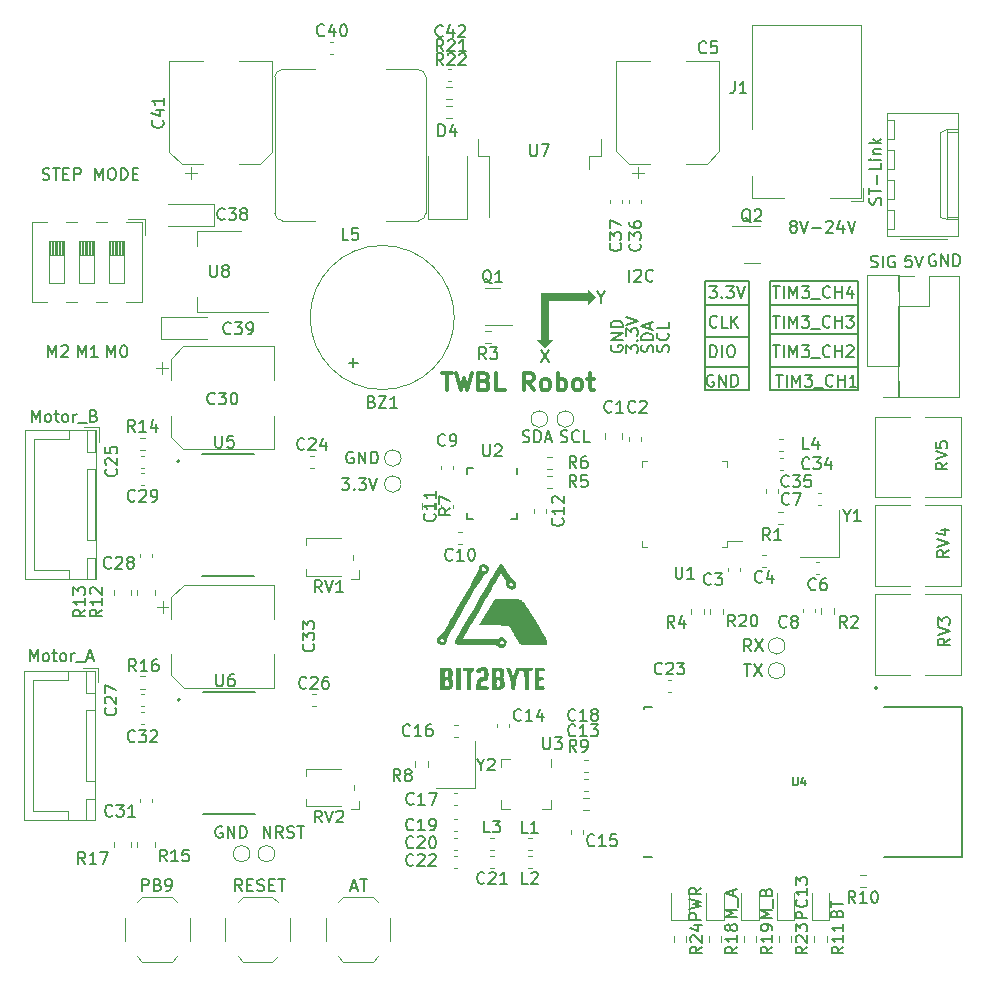
<source format=gbr>
%TF.GenerationSoftware,KiCad,Pcbnew,(6.0.0)*%
%TF.CreationDate,2022-03-02T14:41:02+07:00*%
%TF.ProjectId,balancingRobot_sabaiCode,62616c61-6e63-4696-9e67-526f626f745f,rev?*%
%TF.SameCoordinates,Original*%
%TF.FileFunction,Legend,Top*%
%TF.FilePolarity,Positive*%
%FSLAX46Y46*%
G04 Gerber Fmt 4.6, Leading zero omitted, Abs format (unit mm)*
G04 Created by KiCad (PCBNEW (6.0.0)) date 2022-03-02 14:41:02*
%MOMM*%
%LPD*%
G01*
G04 APERTURE LIST*
%ADD10C,0.150000*%
%ADD11C,0.300000*%
%ADD12C,0.120000*%
%ADD13C,0.127000*%
%ADD14C,0.200000*%
G04 APERTURE END LIST*
D10*
X191750000Y-89250000D02*
X188000000Y-89250000D01*
X188000000Y-82000000D02*
X191750000Y-82000000D01*
X193500000Y-82000000D02*
X201000000Y-82000000D01*
X191750000Y-82000000D02*
X191750000Y-91250000D01*
X188000000Y-91250000D02*
X191750000Y-91250000D01*
X193500000Y-84000000D02*
X201000000Y-84000000D01*
X188000000Y-84000000D02*
X191750000Y-84000000D01*
X188000000Y-91250000D02*
X188000000Y-82000000D01*
X193500000Y-91250000D02*
X193500000Y-82000000D01*
X193500000Y-86500000D02*
X201000000Y-86500000D01*
X193500000Y-89250000D02*
X201000000Y-89250000D01*
X188000000Y-86750000D02*
X191750000Y-86750000D01*
X201000000Y-91250000D02*
X193500000Y-91250000D01*
X201000000Y-82000000D02*
X201000000Y-91250000D01*
X140361904Y-133652380D02*
X140361904Y-132652380D01*
X140742857Y-132652380D01*
X140838095Y-132700000D01*
X140885714Y-132747619D01*
X140933333Y-132842857D01*
X140933333Y-132985714D01*
X140885714Y-133080952D01*
X140838095Y-133128571D01*
X140742857Y-133176190D01*
X140361904Y-133176190D01*
X141695238Y-133128571D02*
X141838095Y-133176190D01*
X141885714Y-133223809D01*
X141933333Y-133319047D01*
X141933333Y-133461904D01*
X141885714Y-133557142D01*
X141838095Y-133604761D01*
X141742857Y-133652380D01*
X141361904Y-133652380D01*
X141361904Y-132652380D01*
X141695238Y-132652380D01*
X141790476Y-132700000D01*
X141838095Y-132747619D01*
X141885714Y-132842857D01*
X141885714Y-132938095D01*
X141838095Y-133033333D01*
X141790476Y-133080952D01*
X141695238Y-133128571D01*
X141361904Y-133128571D01*
X142409523Y-133652380D02*
X142600000Y-133652380D01*
X142695238Y-133604761D01*
X142742857Y-133557142D01*
X142838095Y-133414285D01*
X142885714Y-133223809D01*
X142885714Y-132842857D01*
X142838095Y-132747619D01*
X142790476Y-132700000D01*
X142695238Y-132652380D01*
X142504761Y-132652380D01*
X142409523Y-132700000D01*
X142361904Y-132747619D01*
X142314285Y-132842857D01*
X142314285Y-133080952D01*
X142361904Y-133176190D01*
X142409523Y-133223809D01*
X142504761Y-133271428D01*
X142695238Y-133271428D01*
X142790476Y-133223809D01*
X142838095Y-133176190D01*
X142885714Y-133080952D01*
X183604761Y-88014285D02*
X183652380Y-87871428D01*
X183652380Y-87633333D01*
X183604761Y-87538095D01*
X183557142Y-87490476D01*
X183461904Y-87442857D01*
X183366666Y-87442857D01*
X183271428Y-87490476D01*
X183223809Y-87538095D01*
X183176190Y-87633333D01*
X183128571Y-87823809D01*
X183080952Y-87919047D01*
X183033333Y-87966666D01*
X182938095Y-88014285D01*
X182842857Y-88014285D01*
X182747619Y-87966666D01*
X182700000Y-87919047D01*
X182652380Y-87823809D01*
X182652380Y-87585714D01*
X182700000Y-87442857D01*
X183652380Y-87014285D02*
X182652380Y-87014285D01*
X182652380Y-86776190D01*
X182700000Y-86633333D01*
X182795238Y-86538095D01*
X182890476Y-86490476D01*
X183080952Y-86442857D01*
X183223809Y-86442857D01*
X183414285Y-86490476D01*
X183509523Y-86538095D01*
X183604761Y-86633333D01*
X183652380Y-86776190D01*
X183652380Y-87014285D01*
X183366666Y-86061904D02*
X183366666Y-85585714D01*
X183652380Y-86157142D02*
X182652380Y-85823809D01*
X183652380Y-85490476D01*
X202904761Y-75535714D02*
X202952380Y-75392857D01*
X202952380Y-75154761D01*
X202904761Y-75059523D01*
X202857142Y-75011904D01*
X202761904Y-74964285D01*
X202666666Y-74964285D01*
X202571428Y-75011904D01*
X202523809Y-75059523D01*
X202476190Y-75154761D01*
X202428571Y-75345238D01*
X202380952Y-75440476D01*
X202333333Y-75488095D01*
X202238095Y-75535714D01*
X202142857Y-75535714D01*
X202047619Y-75488095D01*
X202000000Y-75440476D01*
X201952380Y-75345238D01*
X201952380Y-75107142D01*
X202000000Y-74964285D01*
X201952380Y-74678571D02*
X201952380Y-74107142D01*
X202952380Y-74392857D02*
X201952380Y-74392857D01*
X202571428Y-73773809D02*
X202571428Y-73011904D01*
X202952380Y-72059523D02*
X202952380Y-72535714D01*
X201952380Y-72535714D01*
X202952380Y-71726190D02*
X202285714Y-71726190D01*
X201952380Y-71726190D02*
X202000000Y-71773809D01*
X202047619Y-71726190D01*
X202000000Y-71678571D01*
X201952380Y-71726190D01*
X202047619Y-71726190D01*
X202285714Y-71250000D02*
X202952380Y-71250000D01*
X202380952Y-71250000D02*
X202333333Y-71202380D01*
X202285714Y-71107142D01*
X202285714Y-70964285D01*
X202333333Y-70869047D01*
X202428571Y-70821428D01*
X202952380Y-70821428D01*
X202952380Y-70345238D02*
X201952380Y-70345238D01*
X202571428Y-70250000D02*
X202952380Y-69964285D01*
X202285714Y-69964285D02*
X202666666Y-70345238D01*
X137440476Y-88452380D02*
X137440476Y-87452380D01*
X137773809Y-88166666D01*
X138107142Y-87452380D01*
X138107142Y-88452380D01*
X138773809Y-87452380D02*
X138869047Y-87452380D01*
X138964285Y-87500000D01*
X139011904Y-87547619D01*
X139059523Y-87642857D01*
X139107142Y-87833333D01*
X139107142Y-88071428D01*
X139059523Y-88261904D01*
X139011904Y-88357142D01*
X138964285Y-88404761D01*
X138869047Y-88452380D01*
X138773809Y-88452380D01*
X138678571Y-88404761D01*
X138630952Y-88357142D01*
X138583333Y-88261904D01*
X138535714Y-88071428D01*
X138535714Y-87833333D01*
X138583333Y-87642857D01*
X138630952Y-87547619D01*
X138678571Y-87500000D01*
X138773809Y-87452380D01*
X179200000Y-83376190D02*
X179200000Y-83852380D01*
X178866666Y-82852380D02*
X179200000Y-83376190D01*
X179533333Y-82852380D01*
X131952380Y-73404761D02*
X132095238Y-73452380D01*
X132333333Y-73452380D01*
X132428571Y-73404761D01*
X132476190Y-73357142D01*
X132523809Y-73261904D01*
X132523809Y-73166666D01*
X132476190Y-73071428D01*
X132428571Y-73023809D01*
X132333333Y-72976190D01*
X132142857Y-72928571D01*
X132047619Y-72880952D01*
X132000000Y-72833333D01*
X131952380Y-72738095D01*
X131952380Y-72642857D01*
X132000000Y-72547619D01*
X132047619Y-72500000D01*
X132142857Y-72452380D01*
X132380952Y-72452380D01*
X132523809Y-72500000D01*
X132809523Y-72452380D02*
X133380952Y-72452380D01*
X133095238Y-73452380D02*
X133095238Y-72452380D01*
X133714285Y-72928571D02*
X134047619Y-72928571D01*
X134190476Y-73452380D02*
X133714285Y-73452380D01*
X133714285Y-72452380D01*
X134190476Y-72452380D01*
X134619047Y-73452380D02*
X134619047Y-72452380D01*
X135000000Y-72452380D01*
X135095238Y-72500000D01*
X135142857Y-72547619D01*
X135190476Y-72642857D01*
X135190476Y-72785714D01*
X135142857Y-72880952D01*
X135095238Y-72928571D01*
X135000000Y-72976190D01*
X134619047Y-72976190D01*
X136380952Y-73452380D02*
X136380952Y-72452380D01*
X136714285Y-73166666D01*
X137047619Y-72452380D01*
X137047619Y-73452380D01*
X137714285Y-72452380D02*
X137904761Y-72452380D01*
X138000000Y-72500000D01*
X138095238Y-72595238D01*
X138142857Y-72785714D01*
X138142857Y-73119047D01*
X138095238Y-73309523D01*
X138000000Y-73404761D01*
X137904761Y-73452380D01*
X137714285Y-73452380D01*
X137619047Y-73404761D01*
X137523809Y-73309523D01*
X137476190Y-73119047D01*
X137476190Y-72785714D01*
X137523809Y-72595238D01*
X137619047Y-72500000D01*
X137714285Y-72452380D01*
X138571428Y-73452380D02*
X138571428Y-72452380D01*
X138809523Y-72452380D01*
X138952380Y-72500000D01*
X139047619Y-72595238D01*
X139095238Y-72690476D01*
X139142857Y-72880952D01*
X139142857Y-73023809D01*
X139095238Y-73214285D01*
X139047619Y-73309523D01*
X138952380Y-73404761D01*
X138809523Y-73452380D01*
X138571428Y-73452380D01*
X139571428Y-72928571D02*
X139904761Y-72928571D01*
X140047619Y-73452380D02*
X139571428Y-73452380D01*
X139571428Y-72452380D01*
X140047619Y-72452380D01*
X199178571Y-135559523D02*
X199226190Y-135416666D01*
X199273809Y-135369047D01*
X199369047Y-135321428D01*
X199511904Y-135321428D01*
X199607142Y-135369047D01*
X199654761Y-135416666D01*
X199702380Y-135511904D01*
X199702380Y-135892857D01*
X198702380Y-135892857D01*
X198702380Y-135559523D01*
X198750000Y-135464285D01*
X198797619Y-135416666D01*
X198892857Y-135369047D01*
X198988095Y-135369047D01*
X199083333Y-135416666D01*
X199130952Y-135464285D01*
X199178571Y-135559523D01*
X199178571Y-135892857D01*
X198702380Y-135035714D02*
X198702380Y-134464285D01*
X199702380Y-134750000D02*
X198702380Y-134750000D01*
X188738095Y-90000000D02*
X188642857Y-89952380D01*
X188500000Y-89952380D01*
X188357142Y-90000000D01*
X188261904Y-90095238D01*
X188214285Y-90190476D01*
X188166666Y-90380952D01*
X188166666Y-90523809D01*
X188214285Y-90714285D01*
X188261904Y-90809523D01*
X188357142Y-90904761D01*
X188500000Y-90952380D01*
X188595238Y-90952380D01*
X188738095Y-90904761D01*
X188785714Y-90857142D01*
X188785714Y-90523809D01*
X188595238Y-90523809D01*
X189214285Y-90952380D02*
X189214285Y-89952380D01*
X189785714Y-90952380D01*
X189785714Y-89952380D01*
X190261904Y-90952380D02*
X190261904Y-89952380D01*
X190500000Y-89952380D01*
X190642857Y-90000000D01*
X190738095Y-90095238D01*
X190785714Y-90190476D01*
X190833333Y-90380952D01*
X190833333Y-90523809D01*
X190785714Y-90714285D01*
X190738095Y-90809523D01*
X190642857Y-90904761D01*
X190500000Y-90952380D01*
X190261904Y-90952380D01*
X150657142Y-129152380D02*
X150657142Y-128152380D01*
X151228571Y-129152380D01*
X151228571Y-128152380D01*
X152276190Y-129152380D02*
X151942857Y-128676190D01*
X151704761Y-129152380D02*
X151704761Y-128152380D01*
X152085714Y-128152380D01*
X152180952Y-128200000D01*
X152228571Y-128247619D01*
X152276190Y-128342857D01*
X152276190Y-128485714D01*
X152228571Y-128580952D01*
X152180952Y-128628571D01*
X152085714Y-128676190D01*
X151704761Y-128676190D01*
X152657142Y-129104761D02*
X152800000Y-129152380D01*
X153038095Y-129152380D01*
X153133333Y-129104761D01*
X153180952Y-129057142D01*
X153228571Y-128961904D01*
X153228571Y-128866666D01*
X153180952Y-128771428D01*
X153133333Y-128723809D01*
X153038095Y-128676190D01*
X152847619Y-128628571D01*
X152752380Y-128580952D01*
X152704761Y-128533333D01*
X152657142Y-128438095D01*
X152657142Y-128342857D01*
X152704761Y-128247619D01*
X152752380Y-128200000D01*
X152847619Y-128152380D01*
X153085714Y-128152380D01*
X153228571Y-128200000D01*
X153514285Y-128152380D02*
X154085714Y-128152380D01*
X153800000Y-129152380D02*
X153800000Y-128152380D01*
X181352380Y-88076190D02*
X181352380Y-87457142D01*
X181733333Y-87790476D01*
X181733333Y-87647619D01*
X181780952Y-87552380D01*
X181828571Y-87504761D01*
X181923809Y-87457142D01*
X182161904Y-87457142D01*
X182257142Y-87504761D01*
X182304761Y-87552380D01*
X182352380Y-87647619D01*
X182352380Y-87933333D01*
X182304761Y-88028571D01*
X182257142Y-88076190D01*
X182257142Y-87028571D02*
X182304761Y-86980952D01*
X182352380Y-87028571D01*
X182304761Y-87076190D01*
X182257142Y-87028571D01*
X182352380Y-87028571D01*
X181352380Y-86647619D02*
X181352380Y-86028571D01*
X181733333Y-86361904D01*
X181733333Y-86219047D01*
X181780952Y-86123809D01*
X181828571Y-86076190D01*
X181923809Y-86028571D01*
X182161904Y-86028571D01*
X182257142Y-86076190D01*
X182304761Y-86123809D01*
X182352380Y-86219047D01*
X182352380Y-86504761D01*
X182304761Y-86600000D01*
X182257142Y-86647619D01*
X181352380Y-85742857D02*
X182352380Y-85409523D01*
X181352380Y-85076190D01*
X184904761Y-87990476D02*
X184952380Y-87847619D01*
X184952380Y-87609523D01*
X184904761Y-87514285D01*
X184857142Y-87466666D01*
X184761904Y-87419047D01*
X184666666Y-87419047D01*
X184571428Y-87466666D01*
X184523809Y-87514285D01*
X184476190Y-87609523D01*
X184428571Y-87800000D01*
X184380952Y-87895238D01*
X184333333Y-87942857D01*
X184238095Y-87990476D01*
X184142857Y-87990476D01*
X184047619Y-87942857D01*
X184000000Y-87895238D01*
X183952380Y-87800000D01*
X183952380Y-87561904D01*
X184000000Y-87419047D01*
X184857142Y-86419047D02*
X184904761Y-86466666D01*
X184952380Y-86609523D01*
X184952380Y-86704761D01*
X184904761Y-86847619D01*
X184809523Y-86942857D01*
X184714285Y-86990476D01*
X184523809Y-87038095D01*
X184380952Y-87038095D01*
X184190476Y-86990476D01*
X184095238Y-86942857D01*
X184000000Y-86847619D01*
X183952380Y-86704761D01*
X183952380Y-86609523D01*
X184000000Y-86466666D01*
X184047619Y-86419047D01*
X184952380Y-85514285D02*
X184952380Y-85990476D01*
X183952380Y-85990476D01*
X175809523Y-95604761D02*
X175952380Y-95652380D01*
X176190476Y-95652380D01*
X176285714Y-95604761D01*
X176333333Y-95557142D01*
X176380952Y-95461904D01*
X176380952Y-95366666D01*
X176333333Y-95271428D01*
X176285714Y-95223809D01*
X176190476Y-95176190D01*
X176000000Y-95128571D01*
X175904761Y-95080952D01*
X175857142Y-95033333D01*
X175809523Y-94938095D01*
X175809523Y-94842857D01*
X175857142Y-94747619D01*
X175904761Y-94700000D01*
X176000000Y-94652380D01*
X176238095Y-94652380D01*
X176380952Y-94700000D01*
X177380952Y-95557142D02*
X177333333Y-95604761D01*
X177190476Y-95652380D01*
X177095238Y-95652380D01*
X176952380Y-95604761D01*
X176857142Y-95509523D01*
X176809523Y-95414285D01*
X176761904Y-95223809D01*
X176761904Y-95080952D01*
X176809523Y-94890476D01*
X176857142Y-94795238D01*
X176952380Y-94700000D01*
X177095238Y-94652380D01*
X177190476Y-94652380D01*
X177333333Y-94700000D01*
X177380952Y-94747619D01*
X178285714Y-95652380D02*
X177809523Y-95652380D01*
X177809523Y-94652380D01*
X181623809Y-82052380D02*
X181623809Y-81052380D01*
X182052380Y-81147619D02*
X182100000Y-81100000D01*
X182195238Y-81052380D01*
X182433333Y-81052380D01*
X182528571Y-81100000D01*
X182576190Y-81147619D01*
X182623809Y-81242857D01*
X182623809Y-81338095D01*
X182576190Y-81480952D01*
X182004761Y-82052380D01*
X182623809Y-82052380D01*
X183623809Y-81957142D02*
X183576190Y-82004761D01*
X183433333Y-82052380D01*
X183338095Y-82052380D01*
X183195238Y-82004761D01*
X183100000Y-81909523D01*
X183052380Y-81814285D01*
X183004761Y-81623809D01*
X183004761Y-81480952D01*
X183052380Y-81290476D01*
X183100000Y-81195238D01*
X183195238Y-81100000D01*
X183338095Y-81052380D01*
X183433333Y-81052380D01*
X183576190Y-81100000D01*
X183623809Y-81147619D01*
X205509523Y-79852380D02*
X205033333Y-79852380D01*
X204985714Y-80328571D01*
X205033333Y-80280952D01*
X205128571Y-80233333D01*
X205366666Y-80233333D01*
X205461904Y-80280952D01*
X205509523Y-80328571D01*
X205557142Y-80423809D01*
X205557142Y-80661904D01*
X205509523Y-80757142D01*
X205461904Y-80804761D01*
X205366666Y-80852380D01*
X205128571Y-80852380D01*
X205033333Y-80804761D01*
X204985714Y-80757142D01*
X205842857Y-79852380D02*
X206176190Y-80852380D01*
X206509523Y-79852380D01*
X157273809Y-98702380D02*
X157892857Y-98702380D01*
X157559523Y-99083333D01*
X157702380Y-99083333D01*
X157797619Y-99130952D01*
X157845238Y-99178571D01*
X157892857Y-99273809D01*
X157892857Y-99511904D01*
X157845238Y-99607142D01*
X157797619Y-99654761D01*
X157702380Y-99702380D01*
X157416666Y-99702380D01*
X157321428Y-99654761D01*
X157273809Y-99607142D01*
X158321428Y-99607142D02*
X158369047Y-99654761D01*
X158321428Y-99702380D01*
X158273809Y-99654761D01*
X158321428Y-99607142D01*
X158321428Y-99702380D01*
X158702380Y-98702380D02*
X159321428Y-98702380D01*
X158988095Y-99083333D01*
X159130952Y-99083333D01*
X159226190Y-99130952D01*
X159273809Y-99178571D01*
X159321428Y-99273809D01*
X159321428Y-99511904D01*
X159273809Y-99607142D01*
X159226190Y-99654761D01*
X159130952Y-99702380D01*
X158845238Y-99702380D01*
X158750000Y-99654761D01*
X158702380Y-99607142D01*
X159607142Y-98702380D02*
X159940476Y-99702380D01*
X160273809Y-98702380D01*
X132440476Y-88452380D02*
X132440476Y-87452380D01*
X132773809Y-88166666D01*
X133107142Y-87452380D01*
X133107142Y-88452380D01*
X133535714Y-87547619D02*
X133583333Y-87500000D01*
X133678571Y-87452380D01*
X133916666Y-87452380D01*
X134011904Y-87500000D01*
X134059523Y-87547619D01*
X134107142Y-87642857D01*
X134107142Y-87738095D01*
X134059523Y-87880952D01*
X133488095Y-88452380D01*
X134107142Y-88452380D01*
X148847619Y-133652380D02*
X148514285Y-133176190D01*
X148276190Y-133652380D02*
X148276190Y-132652380D01*
X148657142Y-132652380D01*
X148752380Y-132700000D01*
X148800000Y-132747619D01*
X148847619Y-132842857D01*
X148847619Y-132985714D01*
X148800000Y-133080952D01*
X148752380Y-133128571D01*
X148657142Y-133176190D01*
X148276190Y-133176190D01*
X149276190Y-133128571D02*
X149609523Y-133128571D01*
X149752380Y-133652380D02*
X149276190Y-133652380D01*
X149276190Y-132652380D01*
X149752380Y-132652380D01*
X150133333Y-133604761D02*
X150276190Y-133652380D01*
X150514285Y-133652380D01*
X150609523Y-133604761D01*
X150657142Y-133557142D01*
X150704761Y-133461904D01*
X150704761Y-133366666D01*
X150657142Y-133271428D01*
X150609523Y-133223809D01*
X150514285Y-133176190D01*
X150323809Y-133128571D01*
X150228571Y-133080952D01*
X150180952Y-133033333D01*
X150133333Y-132938095D01*
X150133333Y-132842857D01*
X150180952Y-132747619D01*
X150228571Y-132700000D01*
X150323809Y-132652380D01*
X150561904Y-132652380D01*
X150704761Y-132700000D01*
X151133333Y-133128571D02*
X151466666Y-133128571D01*
X151609523Y-133652380D02*
X151133333Y-133652380D01*
X151133333Y-132652380D01*
X151609523Y-132652380D01*
X151895238Y-132652380D02*
X152466666Y-132652380D01*
X152180952Y-133652380D02*
X152180952Y-132652380D01*
X158238095Y-96500000D02*
X158142857Y-96452380D01*
X158000000Y-96452380D01*
X157857142Y-96500000D01*
X157761904Y-96595238D01*
X157714285Y-96690476D01*
X157666666Y-96880952D01*
X157666666Y-97023809D01*
X157714285Y-97214285D01*
X157761904Y-97309523D01*
X157857142Y-97404761D01*
X158000000Y-97452380D01*
X158095238Y-97452380D01*
X158238095Y-97404761D01*
X158285714Y-97357142D01*
X158285714Y-97023809D01*
X158095238Y-97023809D01*
X158714285Y-97452380D02*
X158714285Y-96452380D01*
X159285714Y-97452380D01*
X159285714Y-96452380D01*
X159761904Y-97452380D02*
X159761904Y-96452380D01*
X160000000Y-96452380D01*
X160142857Y-96500000D01*
X160238095Y-96595238D01*
X160285714Y-96690476D01*
X160333333Y-96880952D01*
X160333333Y-97023809D01*
X160285714Y-97214285D01*
X160238095Y-97309523D01*
X160142857Y-97404761D01*
X160000000Y-97452380D01*
X159761904Y-97452380D01*
X193797619Y-84952380D02*
X194369047Y-84952380D01*
X194083333Y-85952380D02*
X194083333Y-84952380D01*
X194702380Y-85952380D02*
X194702380Y-84952380D01*
X195178571Y-85952380D02*
X195178571Y-84952380D01*
X195511904Y-85666666D01*
X195845238Y-84952380D01*
X195845238Y-85952380D01*
X196226190Y-84952380D02*
X196845238Y-84952380D01*
X196511904Y-85333333D01*
X196654761Y-85333333D01*
X196750000Y-85380952D01*
X196797619Y-85428571D01*
X196845238Y-85523809D01*
X196845238Y-85761904D01*
X196797619Y-85857142D01*
X196750000Y-85904761D01*
X196654761Y-85952380D01*
X196369047Y-85952380D01*
X196273809Y-85904761D01*
X196226190Y-85857142D01*
X197035714Y-86047619D02*
X197797619Y-86047619D01*
X198607142Y-85857142D02*
X198559523Y-85904761D01*
X198416666Y-85952380D01*
X198321428Y-85952380D01*
X198178571Y-85904761D01*
X198083333Y-85809523D01*
X198035714Y-85714285D01*
X197988095Y-85523809D01*
X197988095Y-85380952D01*
X198035714Y-85190476D01*
X198083333Y-85095238D01*
X198178571Y-85000000D01*
X198321428Y-84952380D01*
X198416666Y-84952380D01*
X198559523Y-85000000D01*
X198607142Y-85047619D01*
X199035714Y-85952380D02*
X199035714Y-84952380D01*
X199035714Y-85428571D02*
X199607142Y-85428571D01*
X199607142Y-85952380D02*
X199607142Y-84952380D01*
X199988095Y-84952380D02*
X200607142Y-84952380D01*
X200273809Y-85333333D01*
X200416666Y-85333333D01*
X200511904Y-85380952D01*
X200559523Y-85428571D01*
X200607142Y-85523809D01*
X200607142Y-85761904D01*
X200559523Y-85857142D01*
X200511904Y-85904761D01*
X200416666Y-85952380D01*
X200130952Y-85952380D01*
X200035714Y-85904761D01*
X199988095Y-85857142D01*
X131035714Y-93952380D02*
X131035714Y-92952380D01*
X131369047Y-93666666D01*
X131702380Y-92952380D01*
X131702380Y-93952380D01*
X132321428Y-93952380D02*
X132226190Y-93904761D01*
X132178571Y-93857142D01*
X132130952Y-93761904D01*
X132130952Y-93476190D01*
X132178571Y-93380952D01*
X132226190Y-93333333D01*
X132321428Y-93285714D01*
X132464285Y-93285714D01*
X132559523Y-93333333D01*
X132607142Y-93380952D01*
X132654761Y-93476190D01*
X132654761Y-93761904D01*
X132607142Y-93857142D01*
X132559523Y-93904761D01*
X132464285Y-93952380D01*
X132321428Y-93952380D01*
X132940476Y-93285714D02*
X133321428Y-93285714D01*
X133083333Y-92952380D02*
X133083333Y-93809523D01*
X133130952Y-93904761D01*
X133226190Y-93952380D01*
X133321428Y-93952380D01*
X133797619Y-93952380D02*
X133702380Y-93904761D01*
X133654761Y-93857142D01*
X133607142Y-93761904D01*
X133607142Y-93476190D01*
X133654761Y-93380952D01*
X133702380Y-93333333D01*
X133797619Y-93285714D01*
X133940476Y-93285714D01*
X134035714Y-93333333D01*
X134083333Y-93380952D01*
X134130952Y-93476190D01*
X134130952Y-93761904D01*
X134083333Y-93857142D01*
X134035714Y-93904761D01*
X133940476Y-93952380D01*
X133797619Y-93952380D01*
X134559523Y-93952380D02*
X134559523Y-93285714D01*
X134559523Y-93476190D02*
X134607142Y-93380952D01*
X134654761Y-93333333D01*
X134750000Y-93285714D01*
X134845238Y-93285714D01*
X134940476Y-94047619D02*
X135702380Y-94047619D01*
X136273809Y-93428571D02*
X136416666Y-93476190D01*
X136464285Y-93523809D01*
X136511904Y-93619047D01*
X136511904Y-93761904D01*
X136464285Y-93857142D01*
X136416666Y-93904761D01*
X136321428Y-93952380D01*
X135940476Y-93952380D01*
X135940476Y-92952380D01*
X136273809Y-92952380D01*
X136369047Y-93000000D01*
X136416666Y-93047619D01*
X136464285Y-93142857D01*
X136464285Y-93238095D01*
X136416666Y-93333333D01*
X136369047Y-93380952D01*
X136273809Y-93428571D01*
X135940476Y-93428571D01*
X130857142Y-114202380D02*
X130857142Y-113202380D01*
X131190476Y-113916666D01*
X131523809Y-113202380D01*
X131523809Y-114202380D01*
X132142857Y-114202380D02*
X132047619Y-114154761D01*
X132000000Y-114107142D01*
X131952380Y-114011904D01*
X131952380Y-113726190D01*
X132000000Y-113630952D01*
X132047619Y-113583333D01*
X132142857Y-113535714D01*
X132285714Y-113535714D01*
X132380952Y-113583333D01*
X132428571Y-113630952D01*
X132476190Y-113726190D01*
X132476190Y-114011904D01*
X132428571Y-114107142D01*
X132380952Y-114154761D01*
X132285714Y-114202380D01*
X132142857Y-114202380D01*
X132761904Y-113535714D02*
X133142857Y-113535714D01*
X132904761Y-113202380D02*
X132904761Y-114059523D01*
X132952380Y-114154761D01*
X133047619Y-114202380D01*
X133142857Y-114202380D01*
X133619047Y-114202380D02*
X133523809Y-114154761D01*
X133476190Y-114107142D01*
X133428571Y-114011904D01*
X133428571Y-113726190D01*
X133476190Y-113630952D01*
X133523809Y-113583333D01*
X133619047Y-113535714D01*
X133761904Y-113535714D01*
X133857142Y-113583333D01*
X133904761Y-113630952D01*
X133952380Y-113726190D01*
X133952380Y-114011904D01*
X133904761Y-114107142D01*
X133857142Y-114154761D01*
X133761904Y-114202380D01*
X133619047Y-114202380D01*
X134380952Y-114202380D02*
X134380952Y-113535714D01*
X134380952Y-113726190D02*
X134428571Y-113630952D01*
X134476190Y-113583333D01*
X134571428Y-113535714D01*
X134666666Y-113535714D01*
X134761904Y-114297619D02*
X135523809Y-114297619D01*
X135714285Y-113916666D02*
X136190476Y-113916666D01*
X135619047Y-114202380D02*
X135952380Y-113202380D01*
X136285714Y-114202380D01*
X207538095Y-79800000D02*
X207442857Y-79752380D01*
X207300000Y-79752380D01*
X207157142Y-79800000D01*
X207061904Y-79895238D01*
X207014285Y-79990476D01*
X206966666Y-80180952D01*
X206966666Y-80323809D01*
X207014285Y-80514285D01*
X207061904Y-80609523D01*
X207157142Y-80704761D01*
X207300000Y-80752380D01*
X207395238Y-80752380D01*
X207538095Y-80704761D01*
X207585714Y-80657142D01*
X207585714Y-80323809D01*
X207395238Y-80323809D01*
X208014285Y-80752380D02*
X208014285Y-79752380D01*
X208585714Y-80752380D01*
X208585714Y-79752380D01*
X209061904Y-80752380D02*
X209061904Y-79752380D01*
X209300000Y-79752380D01*
X209442857Y-79800000D01*
X209538095Y-79895238D01*
X209585714Y-79990476D01*
X209633333Y-80180952D01*
X209633333Y-80323809D01*
X209585714Y-80514285D01*
X209538095Y-80609523D01*
X209442857Y-80704761D01*
X209300000Y-80752380D01*
X209061904Y-80752380D01*
X194047619Y-89952380D02*
X194619047Y-89952380D01*
X194333333Y-90952380D02*
X194333333Y-89952380D01*
X194952380Y-90952380D02*
X194952380Y-89952380D01*
X195428571Y-90952380D02*
X195428571Y-89952380D01*
X195761904Y-90666666D01*
X196095238Y-89952380D01*
X196095238Y-90952380D01*
X196476190Y-89952380D02*
X197095238Y-89952380D01*
X196761904Y-90333333D01*
X196904761Y-90333333D01*
X197000000Y-90380952D01*
X197047619Y-90428571D01*
X197095238Y-90523809D01*
X197095238Y-90761904D01*
X197047619Y-90857142D01*
X197000000Y-90904761D01*
X196904761Y-90952380D01*
X196619047Y-90952380D01*
X196523809Y-90904761D01*
X196476190Y-90857142D01*
X197285714Y-91047619D02*
X198047619Y-91047619D01*
X198857142Y-90857142D02*
X198809523Y-90904761D01*
X198666666Y-90952380D01*
X198571428Y-90952380D01*
X198428571Y-90904761D01*
X198333333Y-90809523D01*
X198285714Y-90714285D01*
X198238095Y-90523809D01*
X198238095Y-90380952D01*
X198285714Y-90190476D01*
X198333333Y-90095238D01*
X198428571Y-90000000D01*
X198571428Y-89952380D01*
X198666666Y-89952380D01*
X198809523Y-90000000D01*
X198857142Y-90047619D01*
X199285714Y-90952380D02*
X199285714Y-89952380D01*
X199285714Y-90428571D02*
X199857142Y-90428571D01*
X199857142Y-90952380D02*
X199857142Y-89952380D01*
X200857142Y-90952380D02*
X200285714Y-90952380D01*
X200571428Y-90952380D02*
X200571428Y-89952380D01*
X200476190Y-90095238D01*
X200380952Y-90190476D01*
X200285714Y-90238095D01*
X147138095Y-128200000D02*
X147042857Y-128152380D01*
X146900000Y-128152380D01*
X146757142Y-128200000D01*
X146661904Y-128295238D01*
X146614285Y-128390476D01*
X146566666Y-128580952D01*
X146566666Y-128723809D01*
X146614285Y-128914285D01*
X146661904Y-129009523D01*
X146757142Y-129104761D01*
X146900000Y-129152380D01*
X146995238Y-129152380D01*
X147138095Y-129104761D01*
X147185714Y-129057142D01*
X147185714Y-128723809D01*
X146995238Y-128723809D01*
X147614285Y-129152380D02*
X147614285Y-128152380D01*
X148185714Y-129152380D01*
X148185714Y-128152380D01*
X148661904Y-129152380D02*
X148661904Y-128152380D01*
X148900000Y-128152380D01*
X149042857Y-128200000D01*
X149138095Y-128295238D01*
X149185714Y-128390476D01*
X149233333Y-128580952D01*
X149233333Y-128723809D01*
X149185714Y-128914285D01*
X149138095Y-129009523D01*
X149042857Y-129104761D01*
X148900000Y-129152380D01*
X148661904Y-129152380D01*
X196702380Y-135964285D02*
X195702380Y-135964285D01*
X195702380Y-135583333D01*
X195750000Y-135488095D01*
X195797619Y-135440476D01*
X195892857Y-135392857D01*
X196035714Y-135392857D01*
X196130952Y-135440476D01*
X196178571Y-135488095D01*
X196226190Y-135583333D01*
X196226190Y-135964285D01*
X196607142Y-134392857D02*
X196654761Y-134440476D01*
X196702380Y-134583333D01*
X196702380Y-134678571D01*
X196654761Y-134821428D01*
X196559523Y-134916666D01*
X196464285Y-134964285D01*
X196273809Y-135011904D01*
X196130952Y-135011904D01*
X195940476Y-134964285D01*
X195845238Y-134916666D01*
X195750000Y-134821428D01*
X195702380Y-134678571D01*
X195702380Y-134583333D01*
X195750000Y-134440476D01*
X195797619Y-134392857D01*
X196702380Y-133440476D02*
X196702380Y-134011904D01*
X196702380Y-133726190D02*
X195702380Y-133726190D01*
X195845238Y-133821428D01*
X195940476Y-133916666D01*
X195988095Y-134011904D01*
X195702380Y-133107142D02*
X195702380Y-132488095D01*
X196083333Y-132821428D01*
X196083333Y-132678571D01*
X196130952Y-132583333D01*
X196178571Y-132535714D01*
X196273809Y-132488095D01*
X196511904Y-132488095D01*
X196607142Y-132535714D01*
X196654761Y-132583333D01*
X196702380Y-132678571D01*
X196702380Y-132964285D01*
X196654761Y-133059523D01*
X196607142Y-133107142D01*
X191933333Y-113352380D02*
X191600000Y-112876190D01*
X191361904Y-113352380D02*
X191361904Y-112352380D01*
X191742857Y-112352380D01*
X191838095Y-112400000D01*
X191885714Y-112447619D01*
X191933333Y-112542857D01*
X191933333Y-112685714D01*
X191885714Y-112780952D01*
X191838095Y-112828571D01*
X191742857Y-112876190D01*
X191361904Y-112876190D01*
X192266666Y-112352380D02*
X192933333Y-113352380D01*
X192933333Y-112352380D02*
X192266666Y-113352380D01*
X202076190Y-80804761D02*
X202219047Y-80852380D01*
X202457142Y-80852380D01*
X202552380Y-80804761D01*
X202600000Y-80757142D01*
X202647619Y-80661904D01*
X202647619Y-80566666D01*
X202600000Y-80471428D01*
X202552380Y-80423809D01*
X202457142Y-80376190D01*
X202266666Y-80328571D01*
X202171428Y-80280952D01*
X202123809Y-80233333D01*
X202076190Y-80138095D01*
X202076190Y-80042857D01*
X202123809Y-79947619D01*
X202171428Y-79900000D01*
X202266666Y-79852380D01*
X202504761Y-79852380D01*
X202647619Y-79900000D01*
X203076190Y-80852380D02*
X203076190Y-79852380D01*
X204076190Y-79900000D02*
X203980952Y-79852380D01*
X203838095Y-79852380D01*
X203695238Y-79900000D01*
X203600000Y-79995238D01*
X203552380Y-80090476D01*
X203504761Y-80280952D01*
X203504761Y-80423809D01*
X203552380Y-80614285D01*
X203600000Y-80709523D01*
X203695238Y-80804761D01*
X203838095Y-80852380D01*
X203933333Y-80852380D01*
X204076190Y-80804761D01*
X204123809Y-80757142D01*
X204123809Y-80423809D01*
X203933333Y-80423809D01*
X180100000Y-87461904D02*
X180052380Y-87557142D01*
X180052380Y-87700000D01*
X180100000Y-87842857D01*
X180195238Y-87938095D01*
X180290476Y-87985714D01*
X180480952Y-88033333D01*
X180623809Y-88033333D01*
X180814285Y-87985714D01*
X180909523Y-87938095D01*
X181004761Y-87842857D01*
X181052380Y-87700000D01*
X181052380Y-87604761D01*
X181004761Y-87461904D01*
X180957142Y-87414285D01*
X180623809Y-87414285D01*
X180623809Y-87604761D01*
X181052380Y-86985714D02*
X180052380Y-86985714D01*
X181052380Y-86414285D01*
X180052380Y-86414285D01*
X181052380Y-85938095D02*
X180052380Y-85938095D01*
X180052380Y-85700000D01*
X180100000Y-85557142D01*
X180195238Y-85461904D01*
X180290476Y-85414285D01*
X180480952Y-85366666D01*
X180623809Y-85366666D01*
X180814285Y-85414285D01*
X180909523Y-85461904D01*
X181004761Y-85557142D01*
X181052380Y-85700000D01*
X181052380Y-85938095D01*
X191338095Y-114452380D02*
X191909523Y-114452380D01*
X191623809Y-115452380D02*
X191623809Y-114452380D01*
X192147619Y-114452380D02*
X192814285Y-115452380D01*
X192814285Y-114452380D02*
X192147619Y-115452380D01*
X189035714Y-85857142D02*
X188988095Y-85904761D01*
X188845238Y-85952380D01*
X188750000Y-85952380D01*
X188607143Y-85904761D01*
X188511905Y-85809523D01*
X188464286Y-85714285D01*
X188416667Y-85523809D01*
X188416667Y-85380952D01*
X188464286Y-85190476D01*
X188511905Y-85095238D01*
X188607143Y-85000000D01*
X188750000Y-84952380D01*
X188845238Y-84952380D01*
X188988095Y-85000000D01*
X189035714Y-85047619D01*
X189940476Y-85952380D02*
X189464286Y-85952380D01*
X189464286Y-84952380D01*
X190273810Y-85952380D02*
X190273810Y-84952380D01*
X190845238Y-85952380D02*
X190416667Y-85380952D01*
X190845238Y-84952380D02*
X190273810Y-85523809D01*
X193797619Y-87452380D02*
X194369047Y-87452380D01*
X194083333Y-88452380D02*
X194083333Y-87452380D01*
X194702380Y-88452380D02*
X194702380Y-87452380D01*
X195178571Y-88452380D02*
X195178571Y-87452380D01*
X195511904Y-88166666D01*
X195845238Y-87452380D01*
X195845238Y-88452380D01*
X196226190Y-87452380D02*
X196845238Y-87452380D01*
X196511904Y-87833333D01*
X196654761Y-87833333D01*
X196750000Y-87880952D01*
X196797619Y-87928571D01*
X196845238Y-88023809D01*
X196845238Y-88261904D01*
X196797619Y-88357142D01*
X196750000Y-88404761D01*
X196654761Y-88452380D01*
X196369047Y-88452380D01*
X196273809Y-88404761D01*
X196226190Y-88357142D01*
X197035714Y-88547619D02*
X197797619Y-88547619D01*
X198607142Y-88357142D02*
X198559523Y-88404761D01*
X198416666Y-88452380D01*
X198321428Y-88452380D01*
X198178571Y-88404761D01*
X198083333Y-88309523D01*
X198035714Y-88214285D01*
X197988095Y-88023809D01*
X197988095Y-87880952D01*
X198035714Y-87690476D01*
X198083333Y-87595238D01*
X198178571Y-87500000D01*
X198321428Y-87452380D01*
X198416666Y-87452380D01*
X198559523Y-87500000D01*
X198607142Y-87547619D01*
X199035714Y-88452380D02*
X199035714Y-87452380D01*
X199035714Y-87928571D02*
X199607142Y-87928571D01*
X199607142Y-88452380D02*
X199607142Y-87452380D01*
X200035714Y-87547619D02*
X200083333Y-87500000D01*
X200178571Y-87452380D01*
X200416666Y-87452380D01*
X200511904Y-87500000D01*
X200559523Y-87547619D01*
X200607142Y-87642857D01*
X200607142Y-87738095D01*
X200559523Y-87880952D01*
X199988095Y-88452380D01*
X200607142Y-88452380D01*
X188464286Y-88452380D02*
X188464286Y-87452380D01*
X188702381Y-87452380D01*
X188845238Y-87500000D01*
X188940476Y-87595238D01*
X188988096Y-87690476D01*
X189035715Y-87880952D01*
X189035715Y-88023809D01*
X188988096Y-88214285D01*
X188940476Y-88309523D01*
X188845238Y-88404761D01*
X188702381Y-88452380D01*
X188464286Y-88452380D01*
X189464286Y-88452380D02*
X189464286Y-87452380D01*
X190130953Y-87452380D02*
X190321429Y-87452380D01*
X190416667Y-87500000D01*
X190511905Y-87595238D01*
X190559524Y-87785714D01*
X190559524Y-88119047D01*
X190511905Y-88309523D01*
X190416667Y-88404761D01*
X190321429Y-88452380D01*
X190130953Y-88452380D01*
X190035715Y-88404761D01*
X189940476Y-88309523D01*
X189892857Y-88119047D01*
X189892857Y-87785714D01*
X189940476Y-87595238D01*
X190035715Y-87500000D01*
X190130953Y-87452380D01*
X190702380Y-135892857D02*
X189702380Y-135892857D01*
X190416666Y-135559523D01*
X189702380Y-135226190D01*
X190702380Y-135226190D01*
X190797619Y-134988095D02*
X190797619Y-134226190D01*
X190416666Y-134035714D02*
X190416666Y-133559523D01*
X190702380Y-134130952D02*
X189702380Y-133797619D01*
X190702380Y-133464285D01*
X174833333Y-88847619D02*
X174166666Y-87847619D01*
X174166666Y-88847619D02*
X174833333Y-87847619D01*
X195436190Y-77340952D02*
X195340952Y-77293333D01*
X195293333Y-77245714D01*
X195245714Y-77150476D01*
X195245714Y-77102857D01*
X195293333Y-77007619D01*
X195340952Y-76960000D01*
X195436190Y-76912380D01*
X195626666Y-76912380D01*
X195721904Y-76960000D01*
X195769523Y-77007619D01*
X195817142Y-77102857D01*
X195817142Y-77150476D01*
X195769523Y-77245714D01*
X195721904Y-77293333D01*
X195626666Y-77340952D01*
X195436190Y-77340952D01*
X195340952Y-77388571D01*
X195293333Y-77436190D01*
X195245714Y-77531428D01*
X195245714Y-77721904D01*
X195293333Y-77817142D01*
X195340952Y-77864761D01*
X195436190Y-77912380D01*
X195626666Y-77912380D01*
X195721904Y-77864761D01*
X195769523Y-77817142D01*
X195817142Y-77721904D01*
X195817142Y-77531428D01*
X195769523Y-77436190D01*
X195721904Y-77388571D01*
X195626666Y-77340952D01*
X196102857Y-76912380D02*
X196436190Y-77912380D01*
X196769523Y-76912380D01*
X197102857Y-77531428D02*
X197864761Y-77531428D01*
X198293333Y-77007619D02*
X198340952Y-76960000D01*
X198436190Y-76912380D01*
X198674285Y-76912380D01*
X198769523Y-76960000D01*
X198817142Y-77007619D01*
X198864761Y-77102857D01*
X198864761Y-77198095D01*
X198817142Y-77340952D01*
X198245714Y-77912380D01*
X198864761Y-77912380D01*
X199721904Y-77245714D02*
X199721904Y-77912380D01*
X199483809Y-76864761D02*
X199245714Y-77579047D01*
X199864761Y-77579047D01*
X200102857Y-76912380D02*
X200436190Y-77912380D01*
X200769523Y-76912380D01*
X188398809Y-82452380D02*
X189017857Y-82452380D01*
X188684523Y-82833333D01*
X188827380Y-82833333D01*
X188922619Y-82880952D01*
X188970238Y-82928571D01*
X189017857Y-83023809D01*
X189017857Y-83261904D01*
X188970238Y-83357142D01*
X188922619Y-83404761D01*
X188827380Y-83452380D01*
X188541666Y-83452380D01*
X188446428Y-83404761D01*
X188398809Y-83357142D01*
X189446428Y-83357142D02*
X189494047Y-83404761D01*
X189446428Y-83452380D01*
X189398809Y-83404761D01*
X189446428Y-83357142D01*
X189446428Y-83452380D01*
X189827380Y-82452380D02*
X190446428Y-82452380D01*
X190113095Y-82833333D01*
X190255952Y-82833333D01*
X190351190Y-82880952D01*
X190398809Y-82928571D01*
X190446428Y-83023809D01*
X190446428Y-83261904D01*
X190398809Y-83357142D01*
X190351190Y-83404761D01*
X190255952Y-83452380D01*
X189970238Y-83452380D01*
X189875000Y-83404761D01*
X189827380Y-83357142D01*
X190732142Y-82452380D02*
X191065476Y-83452380D01*
X191398809Y-82452380D01*
X158080952Y-133366666D02*
X158557142Y-133366666D01*
X157985714Y-133652380D02*
X158319047Y-132652380D01*
X158652380Y-133652380D01*
X158842857Y-132652380D02*
X159414285Y-132652380D01*
X159128571Y-133652380D02*
X159128571Y-132652380D01*
X193797619Y-82452380D02*
X194369047Y-82452380D01*
X194083333Y-83452380D02*
X194083333Y-82452380D01*
X194702380Y-83452380D02*
X194702380Y-82452380D01*
X195178571Y-83452380D02*
X195178571Y-82452380D01*
X195511904Y-83166666D01*
X195845238Y-82452380D01*
X195845238Y-83452380D01*
X196226190Y-82452380D02*
X196845238Y-82452380D01*
X196511904Y-82833333D01*
X196654761Y-82833333D01*
X196750000Y-82880952D01*
X196797619Y-82928571D01*
X196845238Y-83023809D01*
X196845238Y-83261904D01*
X196797619Y-83357142D01*
X196750000Y-83404761D01*
X196654761Y-83452380D01*
X196369047Y-83452380D01*
X196273809Y-83404761D01*
X196226190Y-83357142D01*
X197035714Y-83547619D02*
X197797619Y-83547619D01*
X198607142Y-83357142D02*
X198559523Y-83404761D01*
X198416666Y-83452380D01*
X198321428Y-83452380D01*
X198178571Y-83404761D01*
X198083333Y-83309523D01*
X198035714Y-83214285D01*
X197988095Y-83023809D01*
X197988095Y-82880952D01*
X198035714Y-82690476D01*
X198083333Y-82595238D01*
X198178571Y-82500000D01*
X198321428Y-82452380D01*
X198416666Y-82452380D01*
X198559523Y-82500000D01*
X198607142Y-82547619D01*
X199035714Y-83452380D02*
X199035714Y-82452380D01*
X199035714Y-82928571D02*
X199607142Y-82928571D01*
X199607142Y-83452380D02*
X199607142Y-82452380D01*
X200511904Y-82785714D02*
X200511904Y-83452380D01*
X200273809Y-82404761D02*
X200035714Y-83119047D01*
X200654761Y-83119047D01*
X187702380Y-136083333D02*
X186702380Y-136083333D01*
X186702380Y-135702380D01*
X186750000Y-135607142D01*
X186797619Y-135559523D01*
X186892857Y-135511904D01*
X187035714Y-135511904D01*
X187130952Y-135559523D01*
X187178571Y-135607142D01*
X187226190Y-135702380D01*
X187226190Y-136083333D01*
X186702380Y-135178571D02*
X187702380Y-134940476D01*
X186988095Y-134750000D01*
X187702380Y-134559523D01*
X186702380Y-134321428D01*
X187702380Y-133369047D02*
X187226190Y-133702380D01*
X187702380Y-133940476D02*
X186702380Y-133940476D01*
X186702380Y-133559523D01*
X186750000Y-133464285D01*
X186797619Y-133416666D01*
X186892857Y-133369047D01*
X187035714Y-133369047D01*
X187130952Y-133416666D01*
X187178571Y-133464285D01*
X187226190Y-133559523D01*
X187226190Y-133940476D01*
X172585714Y-95604761D02*
X172728571Y-95652380D01*
X172966666Y-95652380D01*
X173061904Y-95604761D01*
X173109523Y-95557142D01*
X173157142Y-95461904D01*
X173157142Y-95366666D01*
X173109523Y-95271428D01*
X173061904Y-95223809D01*
X172966666Y-95176190D01*
X172776190Y-95128571D01*
X172680952Y-95080952D01*
X172633333Y-95033333D01*
X172585714Y-94938095D01*
X172585714Y-94842857D01*
X172633333Y-94747619D01*
X172680952Y-94700000D01*
X172776190Y-94652380D01*
X173014285Y-94652380D01*
X173157142Y-94700000D01*
X173585714Y-95652380D02*
X173585714Y-94652380D01*
X173823809Y-94652380D01*
X173966666Y-94700000D01*
X174061904Y-94795238D01*
X174109523Y-94890476D01*
X174157142Y-95080952D01*
X174157142Y-95223809D01*
X174109523Y-95414285D01*
X174061904Y-95509523D01*
X173966666Y-95604761D01*
X173823809Y-95652380D01*
X173585714Y-95652380D01*
X174538095Y-95366666D02*
X175014285Y-95366666D01*
X174442857Y-95652380D02*
X174776190Y-94652380D01*
X175109523Y-95652380D01*
X193702380Y-135964285D02*
X192702380Y-135964285D01*
X193416666Y-135630952D01*
X192702380Y-135297619D01*
X193702380Y-135297619D01*
X193797619Y-135059523D02*
X193797619Y-134297619D01*
X193178571Y-133726190D02*
X193226190Y-133583333D01*
X193273809Y-133535714D01*
X193369047Y-133488095D01*
X193511904Y-133488095D01*
X193607142Y-133535714D01*
X193654761Y-133583333D01*
X193702380Y-133678571D01*
X193702380Y-134059523D01*
X192702380Y-134059523D01*
X192702380Y-133726190D01*
X192750000Y-133630952D01*
X192797619Y-133583333D01*
X192892857Y-133535714D01*
X192988095Y-133535714D01*
X193083333Y-133583333D01*
X193130952Y-133630952D01*
X193178571Y-133726190D01*
X193178571Y-134059523D01*
X134940476Y-88452380D02*
X134940476Y-87452380D01*
X135273809Y-88166666D01*
X135607142Y-87452380D01*
X135607142Y-88452380D01*
X136607142Y-88452380D02*
X136035714Y-88452380D01*
X136321428Y-88452380D02*
X136321428Y-87452380D01*
X136226190Y-87595238D01*
X136130952Y-87690476D01*
X136035714Y-87738095D01*
D11*
X165771428Y-89778571D02*
X166628571Y-89778571D01*
X166200000Y-91278571D02*
X166200000Y-89778571D01*
X166985714Y-89778571D02*
X167342857Y-91278571D01*
X167628571Y-90207142D01*
X167914285Y-91278571D01*
X168271428Y-89778571D01*
X169342857Y-90492857D02*
X169557142Y-90564285D01*
X169628571Y-90635714D01*
X169700000Y-90778571D01*
X169700000Y-90992857D01*
X169628571Y-91135714D01*
X169557142Y-91207142D01*
X169414285Y-91278571D01*
X168842857Y-91278571D01*
X168842857Y-89778571D01*
X169342857Y-89778571D01*
X169485714Y-89850000D01*
X169557142Y-89921428D01*
X169628571Y-90064285D01*
X169628571Y-90207142D01*
X169557142Y-90350000D01*
X169485714Y-90421428D01*
X169342857Y-90492857D01*
X168842857Y-90492857D01*
X171057142Y-91278571D02*
X170342857Y-91278571D01*
X170342857Y-89778571D01*
X173557142Y-91278571D02*
X173057142Y-90564285D01*
X172700000Y-91278571D02*
X172700000Y-89778571D01*
X173271428Y-89778571D01*
X173414285Y-89850000D01*
X173485714Y-89921428D01*
X173557142Y-90064285D01*
X173557142Y-90278571D01*
X173485714Y-90421428D01*
X173414285Y-90492857D01*
X173271428Y-90564285D01*
X172700000Y-90564285D01*
X174414285Y-91278571D02*
X174271428Y-91207142D01*
X174200000Y-91135714D01*
X174128571Y-90992857D01*
X174128571Y-90564285D01*
X174200000Y-90421428D01*
X174271428Y-90350000D01*
X174414285Y-90278571D01*
X174628571Y-90278571D01*
X174771428Y-90350000D01*
X174842857Y-90421428D01*
X174914285Y-90564285D01*
X174914285Y-90992857D01*
X174842857Y-91135714D01*
X174771428Y-91207142D01*
X174628571Y-91278571D01*
X174414285Y-91278571D01*
X175557142Y-91278571D02*
X175557142Y-89778571D01*
X175557142Y-90350000D02*
X175700000Y-90278571D01*
X175985714Y-90278571D01*
X176128571Y-90350000D01*
X176200000Y-90421428D01*
X176271428Y-90564285D01*
X176271428Y-90992857D01*
X176200000Y-91135714D01*
X176128571Y-91207142D01*
X175985714Y-91278571D01*
X175700000Y-91278571D01*
X175557142Y-91207142D01*
X177128571Y-91278571D02*
X176985714Y-91207142D01*
X176914285Y-91135714D01*
X176842857Y-90992857D01*
X176842857Y-90564285D01*
X176914285Y-90421428D01*
X176985714Y-90350000D01*
X177128571Y-90278571D01*
X177342857Y-90278571D01*
X177485714Y-90350000D01*
X177557142Y-90421428D01*
X177628571Y-90564285D01*
X177628571Y-90992857D01*
X177557142Y-91135714D01*
X177485714Y-91207142D01*
X177342857Y-91278571D01*
X177128571Y-91278571D01*
X178057142Y-90278571D02*
X178628571Y-90278571D01*
X178271428Y-89778571D02*
X178271428Y-91064285D01*
X178342857Y-91207142D01*
X178485714Y-91278571D01*
X178628571Y-91278571D01*
D10*
%TO.C,R7*%
X166482380Y-101241666D02*
X166006190Y-101575000D01*
X166482380Y-101813095D02*
X165482380Y-101813095D01*
X165482380Y-101432142D01*
X165530000Y-101336904D01*
X165577619Y-101289285D01*
X165672857Y-101241666D01*
X165815714Y-101241666D01*
X165910952Y-101289285D01*
X165958571Y-101336904D01*
X166006190Y-101432142D01*
X166006190Y-101813095D01*
X165482380Y-100908333D02*
X165482380Y-100241666D01*
X166482380Y-100670238D01*
%TO.C,R14*%
X139757142Y-94752380D02*
X139423809Y-94276190D01*
X139185714Y-94752380D02*
X139185714Y-93752380D01*
X139566666Y-93752380D01*
X139661904Y-93800000D01*
X139709523Y-93847619D01*
X139757142Y-93942857D01*
X139757142Y-94085714D01*
X139709523Y-94180952D01*
X139661904Y-94228571D01*
X139566666Y-94276190D01*
X139185714Y-94276190D01*
X140709523Y-94752380D02*
X140138095Y-94752380D01*
X140423809Y-94752380D02*
X140423809Y-93752380D01*
X140328571Y-93895238D01*
X140233333Y-93990476D01*
X140138095Y-94038095D01*
X141566666Y-94085714D02*
X141566666Y-94752380D01*
X141328571Y-93704761D02*
X141090476Y-94419047D01*
X141709523Y-94419047D01*
%TO.C,C14*%
X172457142Y-119157142D02*
X172409523Y-119204761D01*
X172266666Y-119252380D01*
X172171428Y-119252380D01*
X172028571Y-119204761D01*
X171933333Y-119109523D01*
X171885714Y-119014285D01*
X171838095Y-118823809D01*
X171838095Y-118680952D01*
X171885714Y-118490476D01*
X171933333Y-118395238D01*
X172028571Y-118300000D01*
X172171428Y-118252380D01*
X172266666Y-118252380D01*
X172409523Y-118300000D01*
X172457142Y-118347619D01*
X173409523Y-119252380D02*
X172838095Y-119252380D01*
X173123809Y-119252380D02*
X173123809Y-118252380D01*
X173028571Y-118395238D01*
X172933333Y-118490476D01*
X172838095Y-118538095D01*
X174266666Y-118585714D02*
X174266666Y-119252380D01*
X174028571Y-118204761D02*
X173790476Y-118919047D01*
X174409523Y-118919047D01*
%TO.C,C5*%
X188133333Y-62627142D02*
X188085714Y-62674761D01*
X187942857Y-62722380D01*
X187847619Y-62722380D01*
X187704761Y-62674761D01*
X187609523Y-62579523D01*
X187561904Y-62484285D01*
X187514285Y-62293809D01*
X187514285Y-62150952D01*
X187561904Y-61960476D01*
X187609523Y-61865238D01*
X187704761Y-61770000D01*
X187847619Y-61722380D01*
X187942857Y-61722380D01*
X188085714Y-61770000D01*
X188133333Y-61817619D01*
X189038095Y-61722380D02*
X188561904Y-61722380D01*
X188514285Y-62198571D01*
X188561904Y-62150952D01*
X188657142Y-62103333D01*
X188895238Y-62103333D01*
X188990476Y-62150952D01*
X189038095Y-62198571D01*
X189085714Y-62293809D01*
X189085714Y-62531904D01*
X189038095Y-62627142D01*
X188990476Y-62674761D01*
X188895238Y-62722380D01*
X188657142Y-62722380D01*
X188561904Y-62674761D01*
X188514285Y-62627142D01*
%TO.C,U8*%
X146138095Y-80652380D02*
X146138095Y-81461904D01*
X146185714Y-81557142D01*
X146233333Y-81604761D01*
X146328571Y-81652380D01*
X146519047Y-81652380D01*
X146614285Y-81604761D01*
X146661904Y-81557142D01*
X146709523Y-81461904D01*
X146709523Y-80652380D01*
X147328571Y-81080952D02*
X147233333Y-81033333D01*
X147185714Y-80985714D01*
X147138095Y-80890476D01*
X147138095Y-80842857D01*
X147185714Y-80747619D01*
X147233333Y-80700000D01*
X147328571Y-80652380D01*
X147519047Y-80652380D01*
X147614285Y-80700000D01*
X147661904Y-80747619D01*
X147709523Y-80842857D01*
X147709523Y-80890476D01*
X147661904Y-80985714D01*
X147614285Y-81033333D01*
X147519047Y-81080952D01*
X147328571Y-81080952D01*
X147233333Y-81128571D01*
X147185714Y-81176190D01*
X147138095Y-81271428D01*
X147138095Y-81461904D01*
X147185714Y-81557142D01*
X147233333Y-81604761D01*
X147328571Y-81652380D01*
X147519047Y-81652380D01*
X147614285Y-81604761D01*
X147661904Y-81557142D01*
X147709523Y-81461904D01*
X147709523Y-81271428D01*
X147661904Y-81176190D01*
X147614285Y-81128571D01*
X147519047Y-81080952D01*
%TO.C,C27*%
X138107142Y-118142857D02*
X138154761Y-118190476D01*
X138202380Y-118333333D01*
X138202380Y-118428571D01*
X138154761Y-118571428D01*
X138059523Y-118666666D01*
X137964285Y-118714285D01*
X137773809Y-118761904D01*
X137630952Y-118761904D01*
X137440476Y-118714285D01*
X137345238Y-118666666D01*
X137250000Y-118571428D01*
X137202380Y-118428571D01*
X137202380Y-118333333D01*
X137250000Y-118190476D01*
X137297619Y-118142857D01*
X137297619Y-117761904D02*
X137250000Y-117714285D01*
X137202380Y-117619047D01*
X137202380Y-117380952D01*
X137250000Y-117285714D01*
X137297619Y-117238095D01*
X137392857Y-117190476D01*
X137488095Y-117190476D01*
X137630952Y-117238095D01*
X138202380Y-117809523D01*
X138202380Y-117190476D01*
X137202380Y-116857142D02*
X137202380Y-116190476D01*
X138202380Y-116619047D01*
%TO.C,C13*%
X177057142Y-120457142D02*
X177009523Y-120504761D01*
X176866666Y-120552380D01*
X176771428Y-120552380D01*
X176628571Y-120504761D01*
X176533333Y-120409523D01*
X176485714Y-120314285D01*
X176438095Y-120123809D01*
X176438095Y-119980952D01*
X176485714Y-119790476D01*
X176533333Y-119695238D01*
X176628571Y-119600000D01*
X176771428Y-119552380D01*
X176866666Y-119552380D01*
X177009523Y-119600000D01*
X177057142Y-119647619D01*
X178009523Y-120552380D02*
X177438095Y-120552380D01*
X177723809Y-120552380D02*
X177723809Y-119552380D01*
X177628571Y-119695238D01*
X177533333Y-119790476D01*
X177438095Y-119838095D01*
X178342857Y-119552380D02*
X178961904Y-119552380D01*
X178628571Y-119933333D01*
X178771428Y-119933333D01*
X178866666Y-119980952D01*
X178914285Y-120028571D01*
X178961904Y-120123809D01*
X178961904Y-120361904D01*
X178914285Y-120457142D01*
X178866666Y-120504761D01*
X178771428Y-120552380D01*
X178485714Y-120552380D01*
X178390476Y-120504761D01*
X178342857Y-120457142D01*
%TO.C,U2*%
X169238095Y-95852380D02*
X169238095Y-96661904D01*
X169285714Y-96757142D01*
X169333333Y-96804761D01*
X169428571Y-96852380D01*
X169619047Y-96852380D01*
X169714285Y-96804761D01*
X169761904Y-96757142D01*
X169809523Y-96661904D01*
X169809523Y-95852380D01*
X170238095Y-95947619D02*
X170285714Y-95900000D01*
X170380952Y-95852380D01*
X170619047Y-95852380D01*
X170714285Y-95900000D01*
X170761904Y-95947619D01*
X170809523Y-96042857D01*
X170809523Y-96138095D01*
X170761904Y-96280952D01*
X170190476Y-96852380D01*
X170809523Y-96852380D01*
%TO.C,C1*%
X180133333Y-93057142D02*
X180085714Y-93104761D01*
X179942857Y-93152380D01*
X179847619Y-93152380D01*
X179704761Y-93104761D01*
X179609523Y-93009523D01*
X179561904Y-92914285D01*
X179514285Y-92723809D01*
X179514285Y-92580952D01*
X179561904Y-92390476D01*
X179609523Y-92295238D01*
X179704761Y-92200000D01*
X179847619Y-92152380D01*
X179942857Y-92152380D01*
X180085714Y-92200000D01*
X180133333Y-92247619D01*
X181085714Y-93152380D02*
X180514285Y-93152380D01*
X180800000Y-93152380D02*
X180800000Y-92152380D01*
X180704761Y-92295238D01*
X180609523Y-92390476D01*
X180514285Y-92438095D01*
%TO.C,C39*%
X147867142Y-86407142D02*
X147819523Y-86454761D01*
X147676666Y-86502380D01*
X147581428Y-86502380D01*
X147438571Y-86454761D01*
X147343333Y-86359523D01*
X147295714Y-86264285D01*
X147248095Y-86073809D01*
X147248095Y-85930952D01*
X147295714Y-85740476D01*
X147343333Y-85645238D01*
X147438571Y-85550000D01*
X147581428Y-85502380D01*
X147676666Y-85502380D01*
X147819523Y-85550000D01*
X147867142Y-85597619D01*
X148200476Y-85502380D02*
X148819523Y-85502380D01*
X148486190Y-85883333D01*
X148629047Y-85883333D01*
X148724285Y-85930952D01*
X148771904Y-85978571D01*
X148819523Y-86073809D01*
X148819523Y-86311904D01*
X148771904Y-86407142D01*
X148724285Y-86454761D01*
X148629047Y-86502380D01*
X148343333Y-86502380D01*
X148248095Y-86454761D01*
X148200476Y-86407142D01*
X149295714Y-86502380D02*
X149486190Y-86502380D01*
X149581428Y-86454761D01*
X149629047Y-86407142D01*
X149724285Y-86264285D01*
X149771904Y-86073809D01*
X149771904Y-85692857D01*
X149724285Y-85597619D01*
X149676666Y-85550000D01*
X149581428Y-85502380D01*
X149390952Y-85502380D01*
X149295714Y-85550000D01*
X149248095Y-85597619D01*
X149200476Y-85692857D01*
X149200476Y-85930952D01*
X149248095Y-86026190D01*
X149295714Y-86073809D01*
X149390952Y-86121428D01*
X149581428Y-86121428D01*
X149676666Y-86073809D01*
X149724285Y-86026190D01*
X149771904Y-85930952D01*
%TO.C,R4*%
X185433333Y-111352380D02*
X185100000Y-110876190D01*
X184861904Y-111352380D02*
X184861904Y-110352380D01*
X185242857Y-110352380D01*
X185338095Y-110400000D01*
X185385714Y-110447619D01*
X185433333Y-110542857D01*
X185433333Y-110685714D01*
X185385714Y-110780952D01*
X185338095Y-110828571D01*
X185242857Y-110876190D01*
X184861904Y-110876190D01*
X186290476Y-110685714D02*
X186290476Y-111352380D01*
X186052380Y-110304761D02*
X185814285Y-111019047D01*
X186433333Y-111019047D01*
%TO.C,C10*%
X166657142Y-105587142D02*
X166609523Y-105634761D01*
X166466666Y-105682380D01*
X166371428Y-105682380D01*
X166228571Y-105634761D01*
X166133333Y-105539523D01*
X166085714Y-105444285D01*
X166038095Y-105253809D01*
X166038095Y-105110952D01*
X166085714Y-104920476D01*
X166133333Y-104825238D01*
X166228571Y-104730000D01*
X166371428Y-104682380D01*
X166466666Y-104682380D01*
X166609523Y-104730000D01*
X166657142Y-104777619D01*
X167609523Y-105682380D02*
X167038095Y-105682380D01*
X167323809Y-105682380D02*
X167323809Y-104682380D01*
X167228571Y-104825238D01*
X167133333Y-104920476D01*
X167038095Y-104968095D01*
X168228571Y-104682380D02*
X168323809Y-104682380D01*
X168419047Y-104730000D01*
X168466666Y-104777619D01*
X168514285Y-104872857D01*
X168561904Y-105063333D01*
X168561904Y-105301428D01*
X168514285Y-105491904D01*
X168466666Y-105587142D01*
X168419047Y-105634761D01*
X168323809Y-105682380D01*
X168228571Y-105682380D01*
X168133333Y-105634761D01*
X168085714Y-105587142D01*
X168038095Y-105491904D01*
X167990476Y-105301428D01*
X167990476Y-105063333D01*
X168038095Y-104872857D01*
X168085714Y-104777619D01*
X168133333Y-104730000D01*
X168228571Y-104682380D01*
%TO.C,U4*%
X195466176Y-124016314D02*
X195466176Y-124583501D01*
X195499540Y-124650229D01*
X195532904Y-124683593D01*
X195599632Y-124716957D01*
X195733088Y-124716957D01*
X195799816Y-124683593D01*
X195833180Y-124650229D01*
X195866544Y-124583501D01*
X195866544Y-124016314D01*
X196500459Y-124249862D02*
X196500459Y-124716957D01*
X196333639Y-123982950D02*
X196166819Y-124483409D01*
X196600551Y-124483409D01*
%TO.C,L3*%
X169833333Y-128697380D02*
X169357142Y-128697380D01*
X169357142Y-127697380D01*
X170071428Y-127697380D02*
X170690476Y-127697380D01*
X170357142Y-128078333D01*
X170500000Y-128078333D01*
X170595238Y-128125952D01*
X170642857Y-128173571D01*
X170690476Y-128268809D01*
X170690476Y-128506904D01*
X170642857Y-128602142D01*
X170595238Y-128649761D01*
X170500000Y-128697380D01*
X170214285Y-128697380D01*
X170119047Y-128649761D01*
X170071428Y-128602142D01*
%TO.C,C12*%
X175957142Y-102117857D02*
X176004761Y-102165476D01*
X176052380Y-102308333D01*
X176052380Y-102403571D01*
X176004761Y-102546428D01*
X175909523Y-102641666D01*
X175814285Y-102689285D01*
X175623809Y-102736904D01*
X175480952Y-102736904D01*
X175290476Y-102689285D01*
X175195238Y-102641666D01*
X175100000Y-102546428D01*
X175052380Y-102403571D01*
X175052380Y-102308333D01*
X175100000Y-102165476D01*
X175147619Y-102117857D01*
X176052380Y-101165476D02*
X176052380Y-101736904D01*
X176052380Y-101451190D02*
X175052380Y-101451190D01*
X175195238Y-101546428D01*
X175290476Y-101641666D01*
X175338095Y-101736904D01*
X175147619Y-100784523D02*
X175100000Y-100736904D01*
X175052380Y-100641666D01*
X175052380Y-100403571D01*
X175100000Y-100308333D01*
X175147619Y-100260714D01*
X175242857Y-100213095D01*
X175338095Y-100213095D01*
X175480952Y-100260714D01*
X176052380Y-100832142D01*
X176052380Y-100213095D01*
%TO.C,U6*%
X146638095Y-115317380D02*
X146638095Y-116126904D01*
X146685714Y-116222142D01*
X146733333Y-116269761D01*
X146828571Y-116317380D01*
X147019047Y-116317380D01*
X147114285Y-116269761D01*
X147161904Y-116222142D01*
X147209523Y-116126904D01*
X147209523Y-115317380D01*
X148114285Y-115317380D02*
X147923809Y-115317380D01*
X147828571Y-115365000D01*
X147780952Y-115412619D01*
X147685714Y-115555476D01*
X147638095Y-115745952D01*
X147638095Y-116126904D01*
X147685714Y-116222142D01*
X147733333Y-116269761D01*
X147828571Y-116317380D01*
X148019047Y-116317380D01*
X148114285Y-116269761D01*
X148161904Y-116222142D01*
X148209523Y-116126904D01*
X148209523Y-115888809D01*
X148161904Y-115793571D01*
X148114285Y-115745952D01*
X148019047Y-115698333D01*
X147828571Y-115698333D01*
X147733333Y-115745952D01*
X147685714Y-115793571D01*
X147638095Y-115888809D01*
%TO.C,C2*%
X182133333Y-93057142D02*
X182085714Y-93104761D01*
X181942857Y-93152380D01*
X181847619Y-93152380D01*
X181704761Y-93104761D01*
X181609523Y-93009523D01*
X181561904Y-92914285D01*
X181514285Y-92723809D01*
X181514285Y-92580952D01*
X181561904Y-92390476D01*
X181609523Y-92295238D01*
X181704761Y-92200000D01*
X181847619Y-92152380D01*
X181942857Y-92152380D01*
X182085714Y-92200000D01*
X182133333Y-92247619D01*
X182514285Y-92247619D02*
X182561904Y-92200000D01*
X182657142Y-92152380D01*
X182895238Y-92152380D01*
X182990476Y-92200000D01*
X183038095Y-92247619D01*
X183085714Y-92342857D01*
X183085714Y-92438095D01*
X183038095Y-92580952D01*
X182466666Y-93152380D01*
X183085714Y-93152380D01*
%TO.C,C40*%
X155792142Y-61177142D02*
X155744523Y-61224761D01*
X155601666Y-61272380D01*
X155506428Y-61272380D01*
X155363571Y-61224761D01*
X155268333Y-61129523D01*
X155220714Y-61034285D01*
X155173095Y-60843809D01*
X155173095Y-60700952D01*
X155220714Y-60510476D01*
X155268333Y-60415238D01*
X155363571Y-60320000D01*
X155506428Y-60272380D01*
X155601666Y-60272380D01*
X155744523Y-60320000D01*
X155792142Y-60367619D01*
X156649285Y-60605714D02*
X156649285Y-61272380D01*
X156411190Y-60224761D02*
X156173095Y-60939047D01*
X156792142Y-60939047D01*
X157363571Y-60272380D02*
X157458809Y-60272380D01*
X157554047Y-60320000D01*
X157601666Y-60367619D01*
X157649285Y-60462857D01*
X157696904Y-60653333D01*
X157696904Y-60891428D01*
X157649285Y-61081904D01*
X157601666Y-61177142D01*
X157554047Y-61224761D01*
X157458809Y-61272380D01*
X157363571Y-61272380D01*
X157268333Y-61224761D01*
X157220714Y-61177142D01*
X157173095Y-61081904D01*
X157125476Y-60891428D01*
X157125476Y-60653333D01*
X157173095Y-60462857D01*
X157220714Y-60367619D01*
X157268333Y-60320000D01*
X157363571Y-60272380D01*
%TO.C,R9*%
X177133333Y-121852380D02*
X176800000Y-121376190D01*
X176561904Y-121852380D02*
X176561904Y-120852380D01*
X176942857Y-120852380D01*
X177038095Y-120900000D01*
X177085714Y-120947619D01*
X177133333Y-121042857D01*
X177133333Y-121185714D01*
X177085714Y-121280952D01*
X177038095Y-121328571D01*
X176942857Y-121376190D01*
X176561904Y-121376190D01*
X177609523Y-121852380D02*
X177800000Y-121852380D01*
X177895238Y-121804761D01*
X177942857Y-121757142D01*
X178038095Y-121614285D01*
X178085714Y-121423809D01*
X178085714Y-121042857D01*
X178038095Y-120947619D01*
X177990476Y-120900000D01*
X177895238Y-120852380D01*
X177704761Y-120852380D01*
X177609523Y-120900000D01*
X177561904Y-120947619D01*
X177514285Y-121042857D01*
X177514285Y-121280952D01*
X177561904Y-121376190D01*
X177609523Y-121423809D01*
X177704761Y-121471428D01*
X177895238Y-121471428D01*
X177990476Y-121423809D01*
X178038095Y-121376190D01*
X178085714Y-121280952D01*
%TO.C,D4*%
X165461904Y-69752380D02*
X165461904Y-68752380D01*
X165700000Y-68752380D01*
X165842857Y-68800000D01*
X165938095Y-68895238D01*
X165985714Y-68990476D01*
X166033333Y-69180952D01*
X166033333Y-69323809D01*
X165985714Y-69514285D01*
X165938095Y-69609523D01*
X165842857Y-69704761D01*
X165700000Y-69752380D01*
X165461904Y-69752380D01*
X166890476Y-69085714D02*
X166890476Y-69752380D01*
X166652380Y-68704761D02*
X166414285Y-69419047D01*
X167033333Y-69419047D01*
%TO.C,C18*%
X177057142Y-119157142D02*
X177009523Y-119204761D01*
X176866666Y-119252380D01*
X176771428Y-119252380D01*
X176628571Y-119204761D01*
X176533333Y-119109523D01*
X176485714Y-119014285D01*
X176438095Y-118823809D01*
X176438095Y-118680952D01*
X176485714Y-118490476D01*
X176533333Y-118395238D01*
X176628571Y-118300000D01*
X176771428Y-118252380D01*
X176866666Y-118252380D01*
X177009523Y-118300000D01*
X177057142Y-118347619D01*
X178009523Y-119252380D02*
X177438095Y-119252380D01*
X177723809Y-119252380D02*
X177723809Y-118252380D01*
X177628571Y-118395238D01*
X177533333Y-118490476D01*
X177438095Y-118538095D01*
X178580952Y-118680952D02*
X178485714Y-118633333D01*
X178438095Y-118585714D01*
X178390476Y-118490476D01*
X178390476Y-118442857D01*
X178438095Y-118347619D01*
X178485714Y-118300000D01*
X178580952Y-118252380D01*
X178771428Y-118252380D01*
X178866666Y-118300000D01*
X178914285Y-118347619D01*
X178961904Y-118442857D01*
X178961904Y-118490476D01*
X178914285Y-118585714D01*
X178866666Y-118633333D01*
X178771428Y-118680952D01*
X178580952Y-118680952D01*
X178485714Y-118728571D01*
X178438095Y-118776190D01*
X178390476Y-118871428D01*
X178390476Y-119061904D01*
X178438095Y-119157142D01*
X178485714Y-119204761D01*
X178580952Y-119252380D01*
X178771428Y-119252380D01*
X178866666Y-119204761D01*
X178914285Y-119157142D01*
X178961904Y-119061904D01*
X178961904Y-118871428D01*
X178914285Y-118776190D01*
X178866666Y-118728571D01*
X178771428Y-118680952D01*
%TO.C,U7*%
X173238095Y-70452380D02*
X173238095Y-71261904D01*
X173285714Y-71357142D01*
X173333333Y-71404761D01*
X173428571Y-71452380D01*
X173619047Y-71452380D01*
X173714285Y-71404761D01*
X173761904Y-71357142D01*
X173809523Y-71261904D01*
X173809523Y-70452380D01*
X174190476Y-70452380D02*
X174857142Y-70452380D01*
X174428571Y-71452380D01*
%TO.C,C15*%
X178657142Y-129757142D02*
X178609523Y-129804761D01*
X178466666Y-129852380D01*
X178371428Y-129852380D01*
X178228571Y-129804761D01*
X178133333Y-129709523D01*
X178085714Y-129614285D01*
X178038095Y-129423809D01*
X178038095Y-129280952D01*
X178085714Y-129090476D01*
X178133333Y-128995238D01*
X178228571Y-128900000D01*
X178371428Y-128852380D01*
X178466666Y-128852380D01*
X178609523Y-128900000D01*
X178657142Y-128947619D01*
X179609523Y-129852380D02*
X179038095Y-129852380D01*
X179323809Y-129852380D02*
X179323809Y-128852380D01*
X179228571Y-128995238D01*
X179133333Y-129090476D01*
X179038095Y-129138095D01*
X180514285Y-128852380D02*
X180038095Y-128852380D01*
X179990476Y-129328571D01*
X180038095Y-129280952D01*
X180133333Y-129233333D01*
X180371428Y-129233333D01*
X180466666Y-129280952D01*
X180514285Y-129328571D01*
X180561904Y-129423809D01*
X180561904Y-129661904D01*
X180514285Y-129757142D01*
X180466666Y-129804761D01*
X180371428Y-129852380D01*
X180133333Y-129852380D01*
X180038095Y-129804761D01*
X179990476Y-129757142D01*
%TO.C,C26*%
X154282142Y-116427142D02*
X154234523Y-116474761D01*
X154091666Y-116522380D01*
X153996428Y-116522380D01*
X153853571Y-116474761D01*
X153758333Y-116379523D01*
X153710714Y-116284285D01*
X153663095Y-116093809D01*
X153663095Y-115950952D01*
X153710714Y-115760476D01*
X153758333Y-115665238D01*
X153853571Y-115570000D01*
X153996428Y-115522380D01*
X154091666Y-115522380D01*
X154234523Y-115570000D01*
X154282142Y-115617619D01*
X154663095Y-115617619D02*
X154710714Y-115570000D01*
X154805952Y-115522380D01*
X155044047Y-115522380D01*
X155139285Y-115570000D01*
X155186904Y-115617619D01*
X155234523Y-115712857D01*
X155234523Y-115808095D01*
X155186904Y-115950952D01*
X154615476Y-116522380D01*
X155234523Y-116522380D01*
X156091666Y-115522380D02*
X155901190Y-115522380D01*
X155805952Y-115570000D01*
X155758333Y-115617619D01*
X155663095Y-115760476D01*
X155615476Y-115950952D01*
X155615476Y-116331904D01*
X155663095Y-116427142D01*
X155710714Y-116474761D01*
X155805952Y-116522380D01*
X155996428Y-116522380D01*
X156091666Y-116474761D01*
X156139285Y-116427142D01*
X156186904Y-116331904D01*
X156186904Y-116093809D01*
X156139285Y-115998571D01*
X156091666Y-115950952D01*
X155996428Y-115903333D01*
X155805952Y-115903333D01*
X155710714Y-115950952D01*
X155663095Y-115998571D01*
X155615476Y-116093809D01*
%TO.C,C22*%
X163332142Y-131432142D02*
X163284523Y-131479761D01*
X163141666Y-131527380D01*
X163046428Y-131527380D01*
X162903571Y-131479761D01*
X162808333Y-131384523D01*
X162760714Y-131289285D01*
X162713095Y-131098809D01*
X162713095Y-130955952D01*
X162760714Y-130765476D01*
X162808333Y-130670238D01*
X162903571Y-130575000D01*
X163046428Y-130527380D01*
X163141666Y-130527380D01*
X163284523Y-130575000D01*
X163332142Y-130622619D01*
X163713095Y-130622619D02*
X163760714Y-130575000D01*
X163855952Y-130527380D01*
X164094047Y-130527380D01*
X164189285Y-130575000D01*
X164236904Y-130622619D01*
X164284523Y-130717857D01*
X164284523Y-130813095D01*
X164236904Y-130955952D01*
X163665476Y-131527380D01*
X164284523Y-131527380D01*
X164665476Y-130622619D02*
X164713095Y-130575000D01*
X164808333Y-130527380D01*
X165046428Y-130527380D01*
X165141666Y-130575000D01*
X165189285Y-130622619D01*
X165236904Y-130717857D01*
X165236904Y-130813095D01*
X165189285Y-130955952D01*
X164617857Y-131527380D01*
X165236904Y-131527380D01*
%TO.C,C31*%
X137857142Y-127257142D02*
X137809523Y-127304761D01*
X137666666Y-127352380D01*
X137571428Y-127352380D01*
X137428571Y-127304761D01*
X137333333Y-127209523D01*
X137285714Y-127114285D01*
X137238095Y-126923809D01*
X137238095Y-126780952D01*
X137285714Y-126590476D01*
X137333333Y-126495238D01*
X137428571Y-126400000D01*
X137571428Y-126352380D01*
X137666666Y-126352380D01*
X137809523Y-126400000D01*
X137857142Y-126447619D01*
X138190476Y-126352380D02*
X138809523Y-126352380D01*
X138476190Y-126733333D01*
X138619047Y-126733333D01*
X138714285Y-126780952D01*
X138761904Y-126828571D01*
X138809523Y-126923809D01*
X138809523Y-127161904D01*
X138761904Y-127257142D01*
X138714285Y-127304761D01*
X138619047Y-127352380D01*
X138333333Y-127352380D01*
X138238095Y-127304761D01*
X138190476Y-127257142D01*
X139761904Y-127352380D02*
X139190476Y-127352380D01*
X139476190Y-127352380D02*
X139476190Y-126352380D01*
X139380952Y-126495238D01*
X139285714Y-126590476D01*
X139190476Y-126638095D01*
%TO.C,C35*%
X195107142Y-99357142D02*
X195059523Y-99404761D01*
X194916666Y-99452380D01*
X194821428Y-99452380D01*
X194678571Y-99404761D01*
X194583333Y-99309523D01*
X194535714Y-99214285D01*
X194488095Y-99023809D01*
X194488095Y-98880952D01*
X194535714Y-98690476D01*
X194583333Y-98595238D01*
X194678571Y-98500000D01*
X194821428Y-98452380D01*
X194916666Y-98452380D01*
X195059523Y-98500000D01*
X195107142Y-98547619D01*
X195440476Y-98452380D02*
X196059523Y-98452380D01*
X195726190Y-98833333D01*
X195869047Y-98833333D01*
X195964285Y-98880952D01*
X196011904Y-98928571D01*
X196059523Y-99023809D01*
X196059523Y-99261904D01*
X196011904Y-99357142D01*
X195964285Y-99404761D01*
X195869047Y-99452380D01*
X195583333Y-99452380D01*
X195488095Y-99404761D01*
X195440476Y-99357142D01*
X196964285Y-98452380D02*
X196488095Y-98452380D01*
X196440476Y-98928571D01*
X196488095Y-98880952D01*
X196583333Y-98833333D01*
X196821428Y-98833333D01*
X196916666Y-98880952D01*
X196964285Y-98928571D01*
X197011904Y-99023809D01*
X197011904Y-99261904D01*
X196964285Y-99357142D01*
X196916666Y-99404761D01*
X196821428Y-99452380D01*
X196583333Y-99452380D01*
X196488095Y-99404761D01*
X196440476Y-99357142D01*
%TO.C,R19*%
X193732380Y-138367857D02*
X193256190Y-138701190D01*
X193732380Y-138939285D02*
X192732380Y-138939285D01*
X192732380Y-138558333D01*
X192780000Y-138463095D01*
X192827619Y-138415476D01*
X192922857Y-138367857D01*
X193065714Y-138367857D01*
X193160952Y-138415476D01*
X193208571Y-138463095D01*
X193256190Y-138558333D01*
X193256190Y-138939285D01*
X193732380Y-137415476D02*
X193732380Y-137986904D01*
X193732380Y-137701190D02*
X192732380Y-137701190D01*
X192875238Y-137796428D01*
X192970476Y-137891666D01*
X193018095Y-137986904D01*
X193732380Y-136939285D02*
X193732380Y-136748809D01*
X193684761Y-136653571D01*
X193637142Y-136605952D01*
X193494285Y-136510714D01*
X193303809Y-136463095D01*
X192922857Y-136463095D01*
X192827619Y-136510714D01*
X192780000Y-136558333D01*
X192732380Y-136653571D01*
X192732380Y-136844047D01*
X192780000Y-136939285D01*
X192827619Y-136986904D01*
X192922857Y-137034523D01*
X193160952Y-137034523D01*
X193256190Y-136986904D01*
X193303809Y-136939285D01*
X193351428Y-136844047D01*
X193351428Y-136653571D01*
X193303809Y-136558333D01*
X193256190Y-136510714D01*
X193160952Y-136463095D01*
%TO.C,R1*%
X193533333Y-103952380D02*
X193200000Y-103476190D01*
X192961904Y-103952380D02*
X192961904Y-102952380D01*
X193342857Y-102952380D01*
X193438095Y-103000000D01*
X193485714Y-103047619D01*
X193533333Y-103142857D01*
X193533333Y-103285714D01*
X193485714Y-103380952D01*
X193438095Y-103428571D01*
X193342857Y-103476190D01*
X192961904Y-103476190D01*
X194485714Y-103952380D02*
X193914285Y-103952380D01*
X194200000Y-103952380D02*
X194200000Y-102952380D01*
X194104761Y-103095238D01*
X194009523Y-103190476D01*
X193914285Y-103238095D01*
%TO.C,C36*%
X182507142Y-78842857D02*
X182554761Y-78890476D01*
X182602380Y-79033333D01*
X182602380Y-79128571D01*
X182554761Y-79271428D01*
X182459523Y-79366666D01*
X182364285Y-79414285D01*
X182173809Y-79461904D01*
X182030952Y-79461904D01*
X181840476Y-79414285D01*
X181745238Y-79366666D01*
X181650000Y-79271428D01*
X181602380Y-79128571D01*
X181602380Y-79033333D01*
X181650000Y-78890476D01*
X181697619Y-78842857D01*
X181602380Y-78509523D02*
X181602380Y-77890476D01*
X181983333Y-78223809D01*
X181983333Y-78080952D01*
X182030952Y-77985714D01*
X182078571Y-77938095D01*
X182173809Y-77890476D01*
X182411904Y-77890476D01*
X182507142Y-77938095D01*
X182554761Y-77985714D01*
X182602380Y-78080952D01*
X182602380Y-78366666D01*
X182554761Y-78461904D01*
X182507142Y-78509523D01*
X181602380Y-77033333D02*
X181602380Y-77223809D01*
X181650000Y-77319047D01*
X181697619Y-77366666D01*
X181840476Y-77461904D01*
X182030952Y-77509523D01*
X182411904Y-77509523D01*
X182507142Y-77461904D01*
X182554761Y-77414285D01*
X182602380Y-77319047D01*
X182602380Y-77128571D01*
X182554761Y-77033333D01*
X182507142Y-76985714D01*
X182411904Y-76938095D01*
X182173809Y-76938095D01*
X182078571Y-76985714D01*
X182030952Y-77033333D01*
X181983333Y-77128571D01*
X181983333Y-77319047D01*
X182030952Y-77414285D01*
X182078571Y-77461904D01*
X182173809Y-77509523D01*
%TO.C,C21*%
X169357142Y-132962142D02*
X169309523Y-133009761D01*
X169166666Y-133057380D01*
X169071428Y-133057380D01*
X168928571Y-133009761D01*
X168833333Y-132914523D01*
X168785714Y-132819285D01*
X168738095Y-132628809D01*
X168738095Y-132485952D01*
X168785714Y-132295476D01*
X168833333Y-132200238D01*
X168928571Y-132105000D01*
X169071428Y-132057380D01*
X169166666Y-132057380D01*
X169309523Y-132105000D01*
X169357142Y-132152619D01*
X169738095Y-132152619D02*
X169785714Y-132105000D01*
X169880952Y-132057380D01*
X170119047Y-132057380D01*
X170214285Y-132105000D01*
X170261904Y-132152619D01*
X170309523Y-132247857D01*
X170309523Y-132343095D01*
X170261904Y-132485952D01*
X169690476Y-133057380D01*
X170309523Y-133057380D01*
X171261904Y-133057380D02*
X170690476Y-133057380D01*
X170976190Y-133057380D02*
X170976190Y-132057380D01*
X170880952Y-132200238D01*
X170785714Y-132295476D01*
X170690476Y-132343095D01*
%TO.C,C28*%
X137757142Y-106257142D02*
X137709523Y-106304761D01*
X137566666Y-106352380D01*
X137471428Y-106352380D01*
X137328571Y-106304761D01*
X137233333Y-106209523D01*
X137185714Y-106114285D01*
X137138095Y-105923809D01*
X137138095Y-105780952D01*
X137185714Y-105590476D01*
X137233333Y-105495238D01*
X137328571Y-105400000D01*
X137471428Y-105352380D01*
X137566666Y-105352380D01*
X137709523Y-105400000D01*
X137757142Y-105447619D01*
X138138095Y-105447619D02*
X138185714Y-105400000D01*
X138280952Y-105352380D01*
X138519047Y-105352380D01*
X138614285Y-105400000D01*
X138661904Y-105447619D01*
X138709523Y-105542857D01*
X138709523Y-105638095D01*
X138661904Y-105780952D01*
X138090476Y-106352380D01*
X138709523Y-106352380D01*
X139280952Y-105780952D02*
X139185714Y-105733333D01*
X139138095Y-105685714D01*
X139090476Y-105590476D01*
X139090476Y-105542857D01*
X139138095Y-105447619D01*
X139185714Y-105400000D01*
X139280952Y-105352380D01*
X139471428Y-105352380D01*
X139566666Y-105400000D01*
X139614285Y-105447619D01*
X139661904Y-105542857D01*
X139661904Y-105590476D01*
X139614285Y-105685714D01*
X139566666Y-105733333D01*
X139471428Y-105780952D01*
X139280952Y-105780952D01*
X139185714Y-105828571D01*
X139138095Y-105876190D01*
X139090476Y-105971428D01*
X139090476Y-106161904D01*
X139138095Y-106257142D01*
X139185714Y-106304761D01*
X139280952Y-106352380D01*
X139471428Y-106352380D01*
X139566666Y-106304761D01*
X139614285Y-106257142D01*
X139661904Y-106161904D01*
X139661904Y-105971428D01*
X139614285Y-105876190D01*
X139566666Y-105828571D01*
X139471428Y-105780952D01*
%TO.C,L2*%
X173020833Y-133057380D02*
X172544642Y-133057380D01*
X172544642Y-132057380D01*
X173306547Y-132152619D02*
X173354166Y-132105000D01*
X173449404Y-132057380D01*
X173687500Y-132057380D01*
X173782738Y-132105000D01*
X173830357Y-132152619D01*
X173877976Y-132247857D01*
X173877976Y-132343095D01*
X173830357Y-132485952D01*
X173258928Y-133057380D01*
X173877976Y-133057380D01*
%TO.C,C30*%
X146527142Y-92357142D02*
X146479523Y-92404761D01*
X146336666Y-92452380D01*
X146241428Y-92452380D01*
X146098571Y-92404761D01*
X146003333Y-92309523D01*
X145955714Y-92214285D01*
X145908095Y-92023809D01*
X145908095Y-91880952D01*
X145955714Y-91690476D01*
X146003333Y-91595238D01*
X146098571Y-91500000D01*
X146241428Y-91452380D01*
X146336666Y-91452380D01*
X146479523Y-91500000D01*
X146527142Y-91547619D01*
X146860476Y-91452380D02*
X147479523Y-91452380D01*
X147146190Y-91833333D01*
X147289047Y-91833333D01*
X147384285Y-91880952D01*
X147431904Y-91928571D01*
X147479523Y-92023809D01*
X147479523Y-92261904D01*
X147431904Y-92357142D01*
X147384285Y-92404761D01*
X147289047Y-92452380D01*
X147003333Y-92452380D01*
X146908095Y-92404761D01*
X146860476Y-92357142D01*
X148098571Y-91452380D02*
X148193809Y-91452380D01*
X148289047Y-91500000D01*
X148336666Y-91547619D01*
X148384285Y-91642857D01*
X148431904Y-91833333D01*
X148431904Y-92071428D01*
X148384285Y-92261904D01*
X148336666Y-92357142D01*
X148289047Y-92404761D01*
X148193809Y-92452380D01*
X148098571Y-92452380D01*
X148003333Y-92404761D01*
X147955714Y-92357142D01*
X147908095Y-92261904D01*
X147860476Y-92071428D01*
X147860476Y-91833333D01*
X147908095Y-91642857D01*
X147955714Y-91547619D01*
X148003333Y-91500000D01*
X148098571Y-91452380D01*
%TO.C,R16*%
X139857142Y-115052380D02*
X139523809Y-114576190D01*
X139285714Y-115052380D02*
X139285714Y-114052380D01*
X139666666Y-114052380D01*
X139761904Y-114100000D01*
X139809523Y-114147619D01*
X139857142Y-114242857D01*
X139857142Y-114385714D01*
X139809523Y-114480952D01*
X139761904Y-114528571D01*
X139666666Y-114576190D01*
X139285714Y-114576190D01*
X140809523Y-115052380D02*
X140238095Y-115052380D01*
X140523809Y-115052380D02*
X140523809Y-114052380D01*
X140428571Y-114195238D01*
X140333333Y-114290476D01*
X140238095Y-114338095D01*
X141666666Y-114052380D02*
X141476190Y-114052380D01*
X141380952Y-114100000D01*
X141333333Y-114147619D01*
X141238095Y-114290476D01*
X141190476Y-114480952D01*
X141190476Y-114861904D01*
X141238095Y-114957142D01*
X141285714Y-115004761D01*
X141380952Y-115052380D01*
X141571428Y-115052380D01*
X141666666Y-115004761D01*
X141714285Y-114957142D01*
X141761904Y-114861904D01*
X141761904Y-114623809D01*
X141714285Y-114528571D01*
X141666666Y-114480952D01*
X141571428Y-114433333D01*
X141380952Y-114433333D01*
X141285714Y-114480952D01*
X141238095Y-114528571D01*
X141190476Y-114623809D01*
%TO.C,R22*%
X165872142Y-63742380D02*
X165538809Y-63266190D01*
X165300714Y-63742380D02*
X165300714Y-62742380D01*
X165681666Y-62742380D01*
X165776904Y-62790000D01*
X165824523Y-62837619D01*
X165872142Y-62932857D01*
X165872142Y-63075714D01*
X165824523Y-63170952D01*
X165776904Y-63218571D01*
X165681666Y-63266190D01*
X165300714Y-63266190D01*
X166253095Y-62837619D02*
X166300714Y-62790000D01*
X166395952Y-62742380D01*
X166634047Y-62742380D01*
X166729285Y-62790000D01*
X166776904Y-62837619D01*
X166824523Y-62932857D01*
X166824523Y-63028095D01*
X166776904Y-63170952D01*
X166205476Y-63742380D01*
X166824523Y-63742380D01*
X167205476Y-62837619D02*
X167253095Y-62790000D01*
X167348333Y-62742380D01*
X167586428Y-62742380D01*
X167681666Y-62790000D01*
X167729285Y-62837619D01*
X167776904Y-62932857D01*
X167776904Y-63028095D01*
X167729285Y-63170952D01*
X167157857Y-63742380D01*
X167776904Y-63742380D01*
%TO.C,C33*%
X154857142Y-112742857D02*
X154904761Y-112790476D01*
X154952380Y-112933333D01*
X154952380Y-113028571D01*
X154904761Y-113171428D01*
X154809523Y-113266666D01*
X154714285Y-113314285D01*
X154523809Y-113361904D01*
X154380952Y-113361904D01*
X154190476Y-113314285D01*
X154095238Y-113266666D01*
X154000000Y-113171428D01*
X153952380Y-113028571D01*
X153952380Y-112933333D01*
X154000000Y-112790476D01*
X154047619Y-112742857D01*
X153952380Y-112409523D02*
X153952380Y-111790476D01*
X154333333Y-112123809D01*
X154333333Y-111980952D01*
X154380952Y-111885714D01*
X154428571Y-111838095D01*
X154523809Y-111790476D01*
X154761904Y-111790476D01*
X154857142Y-111838095D01*
X154904761Y-111885714D01*
X154952380Y-111980952D01*
X154952380Y-112266666D01*
X154904761Y-112361904D01*
X154857142Y-112409523D01*
X153952380Y-111457142D02*
X153952380Y-110838095D01*
X154333333Y-111171428D01*
X154333333Y-111028571D01*
X154380952Y-110933333D01*
X154428571Y-110885714D01*
X154523809Y-110838095D01*
X154761904Y-110838095D01*
X154857142Y-110885714D01*
X154904761Y-110933333D01*
X154952380Y-111028571D01*
X154952380Y-111314285D01*
X154904761Y-111409523D01*
X154857142Y-111457142D01*
%TO.C,Q2*%
X191904761Y-77047619D02*
X191809523Y-77000000D01*
X191714285Y-76904761D01*
X191571428Y-76761904D01*
X191476190Y-76714285D01*
X191380952Y-76714285D01*
X191428571Y-76952380D02*
X191333333Y-76904761D01*
X191238095Y-76809523D01*
X191190476Y-76619047D01*
X191190476Y-76285714D01*
X191238095Y-76095238D01*
X191333333Y-76000000D01*
X191428571Y-75952380D01*
X191619047Y-75952380D01*
X191714285Y-76000000D01*
X191809523Y-76095238D01*
X191857142Y-76285714D01*
X191857142Y-76619047D01*
X191809523Y-76809523D01*
X191714285Y-76904761D01*
X191619047Y-76952380D01*
X191428571Y-76952380D01*
X192238095Y-76047619D02*
X192285714Y-76000000D01*
X192380952Y-75952380D01*
X192619047Y-75952380D01*
X192714285Y-76000000D01*
X192761904Y-76047619D01*
X192809523Y-76142857D01*
X192809523Y-76238095D01*
X192761904Y-76380952D01*
X192190476Y-76952380D01*
X192809523Y-76952380D01*
%TO.C,C24*%
X154102142Y-96227142D02*
X154054523Y-96274761D01*
X153911666Y-96322380D01*
X153816428Y-96322380D01*
X153673571Y-96274761D01*
X153578333Y-96179523D01*
X153530714Y-96084285D01*
X153483095Y-95893809D01*
X153483095Y-95750952D01*
X153530714Y-95560476D01*
X153578333Y-95465238D01*
X153673571Y-95370000D01*
X153816428Y-95322380D01*
X153911666Y-95322380D01*
X154054523Y-95370000D01*
X154102142Y-95417619D01*
X154483095Y-95417619D02*
X154530714Y-95370000D01*
X154625952Y-95322380D01*
X154864047Y-95322380D01*
X154959285Y-95370000D01*
X155006904Y-95417619D01*
X155054523Y-95512857D01*
X155054523Y-95608095D01*
X155006904Y-95750952D01*
X154435476Y-96322380D01*
X155054523Y-96322380D01*
X155911666Y-95655714D02*
X155911666Y-96322380D01*
X155673571Y-95274761D02*
X155435476Y-95989047D01*
X156054523Y-95989047D01*
%TO.C,RV5*%
X208552380Y-97395238D02*
X208076190Y-97728571D01*
X208552380Y-97966666D02*
X207552380Y-97966666D01*
X207552380Y-97585714D01*
X207600000Y-97490476D01*
X207647619Y-97442857D01*
X207742857Y-97395238D01*
X207885714Y-97395238D01*
X207980952Y-97442857D01*
X208028571Y-97490476D01*
X208076190Y-97585714D01*
X208076190Y-97966666D01*
X207552380Y-97109523D02*
X208552380Y-96776190D01*
X207552380Y-96442857D01*
X207552380Y-95633333D02*
X207552380Y-96109523D01*
X208028571Y-96157142D01*
X207980952Y-96109523D01*
X207933333Y-96014285D01*
X207933333Y-95776190D01*
X207980952Y-95680952D01*
X208028571Y-95633333D01*
X208123809Y-95585714D01*
X208361904Y-95585714D01*
X208457142Y-95633333D01*
X208504761Y-95680952D01*
X208552380Y-95776190D01*
X208552380Y-96014285D01*
X208504761Y-96109523D01*
X208457142Y-96157142D01*
%TO.C,C3*%
X188533333Y-107657142D02*
X188485714Y-107704761D01*
X188342857Y-107752380D01*
X188247619Y-107752380D01*
X188104761Y-107704761D01*
X188009523Y-107609523D01*
X187961904Y-107514285D01*
X187914285Y-107323809D01*
X187914285Y-107180952D01*
X187961904Y-106990476D01*
X188009523Y-106895238D01*
X188104761Y-106800000D01*
X188247619Y-106752380D01*
X188342857Y-106752380D01*
X188485714Y-106800000D01*
X188533333Y-106847619D01*
X188866666Y-106752380D02*
X189485714Y-106752380D01*
X189152380Y-107133333D01*
X189295238Y-107133333D01*
X189390476Y-107180952D01*
X189438095Y-107228571D01*
X189485714Y-107323809D01*
X189485714Y-107561904D01*
X189438095Y-107657142D01*
X189390476Y-107704761D01*
X189295238Y-107752380D01*
X189009523Y-107752380D01*
X188914285Y-107704761D01*
X188866666Y-107657142D01*
%TO.C,RV2*%
X155579761Y-127852380D02*
X155246428Y-127376190D01*
X155008333Y-127852380D02*
X155008333Y-126852380D01*
X155389285Y-126852380D01*
X155484523Y-126900000D01*
X155532142Y-126947619D01*
X155579761Y-127042857D01*
X155579761Y-127185714D01*
X155532142Y-127280952D01*
X155484523Y-127328571D01*
X155389285Y-127376190D01*
X155008333Y-127376190D01*
X155865476Y-126852380D02*
X156198809Y-127852380D01*
X156532142Y-126852380D01*
X156817857Y-126947619D02*
X156865476Y-126900000D01*
X156960714Y-126852380D01*
X157198809Y-126852380D01*
X157294047Y-126900000D01*
X157341666Y-126947619D01*
X157389285Y-127042857D01*
X157389285Y-127138095D01*
X157341666Y-127280952D01*
X156770238Y-127852380D01*
X157389285Y-127852380D01*
%TO.C,C4*%
X192858333Y-107457142D02*
X192810714Y-107504761D01*
X192667857Y-107552380D01*
X192572619Y-107552380D01*
X192429761Y-107504761D01*
X192334523Y-107409523D01*
X192286904Y-107314285D01*
X192239285Y-107123809D01*
X192239285Y-106980952D01*
X192286904Y-106790476D01*
X192334523Y-106695238D01*
X192429761Y-106600000D01*
X192572619Y-106552380D01*
X192667857Y-106552380D01*
X192810714Y-106600000D01*
X192858333Y-106647619D01*
X193715476Y-106885714D02*
X193715476Y-107552380D01*
X193477380Y-106504761D02*
X193239285Y-107219047D01*
X193858333Y-107219047D01*
%TO.C,BZ1*%
X159819047Y-92228571D02*
X159961904Y-92276190D01*
X160009523Y-92323809D01*
X160057142Y-92419047D01*
X160057142Y-92561904D01*
X160009523Y-92657142D01*
X159961904Y-92704761D01*
X159866666Y-92752380D01*
X159485714Y-92752380D01*
X159485714Y-91752380D01*
X159819047Y-91752380D01*
X159914285Y-91800000D01*
X159961904Y-91847619D01*
X160009523Y-91942857D01*
X160009523Y-92038095D01*
X159961904Y-92133333D01*
X159914285Y-92180952D01*
X159819047Y-92228571D01*
X159485714Y-92228571D01*
X160390476Y-91752380D02*
X161057142Y-91752380D01*
X160390476Y-92752380D01*
X161057142Y-92752380D01*
X161961904Y-92752380D02*
X161390476Y-92752380D01*
X161676190Y-92752380D02*
X161676190Y-91752380D01*
X161580952Y-91895238D01*
X161485714Y-91990476D01*
X161390476Y-92038095D01*
X158231428Y-89290952D02*
X158231428Y-88529047D01*
X158612380Y-88910000D02*
X157850476Y-88910000D01*
%TO.C,R8*%
X162233333Y-124352380D02*
X161900000Y-123876190D01*
X161661904Y-124352380D02*
X161661904Y-123352380D01*
X162042857Y-123352380D01*
X162138095Y-123400000D01*
X162185714Y-123447619D01*
X162233333Y-123542857D01*
X162233333Y-123685714D01*
X162185714Y-123780952D01*
X162138095Y-123828571D01*
X162042857Y-123876190D01*
X161661904Y-123876190D01*
X162804761Y-123780952D02*
X162709523Y-123733333D01*
X162661904Y-123685714D01*
X162614285Y-123590476D01*
X162614285Y-123542857D01*
X162661904Y-123447619D01*
X162709523Y-123400000D01*
X162804761Y-123352380D01*
X162995238Y-123352380D01*
X163090476Y-123400000D01*
X163138095Y-123447619D01*
X163185714Y-123542857D01*
X163185714Y-123590476D01*
X163138095Y-123685714D01*
X163090476Y-123733333D01*
X162995238Y-123780952D01*
X162804761Y-123780952D01*
X162709523Y-123828571D01*
X162661904Y-123876190D01*
X162614285Y-123971428D01*
X162614285Y-124161904D01*
X162661904Y-124257142D01*
X162709523Y-124304761D01*
X162804761Y-124352380D01*
X162995238Y-124352380D01*
X163090476Y-124304761D01*
X163138095Y-124257142D01*
X163185714Y-124161904D01*
X163185714Y-123971428D01*
X163138095Y-123876190D01*
X163090476Y-123828571D01*
X162995238Y-123780952D01*
%TO.C,J1*%
X190536666Y-65102380D02*
X190536666Y-65816666D01*
X190489047Y-65959523D01*
X190393809Y-66054761D01*
X190250952Y-66102380D01*
X190155714Y-66102380D01*
X191536666Y-66102380D02*
X190965238Y-66102380D01*
X191250952Y-66102380D02*
X191250952Y-65102380D01*
X191155714Y-65245238D01*
X191060476Y-65340476D01*
X190965238Y-65388095D01*
%TO.C,R18*%
X190757380Y-138367857D02*
X190281190Y-138701190D01*
X190757380Y-138939285D02*
X189757380Y-138939285D01*
X189757380Y-138558333D01*
X189805000Y-138463095D01*
X189852619Y-138415476D01*
X189947857Y-138367857D01*
X190090714Y-138367857D01*
X190185952Y-138415476D01*
X190233571Y-138463095D01*
X190281190Y-138558333D01*
X190281190Y-138939285D01*
X190757380Y-137415476D02*
X190757380Y-137986904D01*
X190757380Y-137701190D02*
X189757380Y-137701190D01*
X189900238Y-137796428D01*
X189995476Y-137891666D01*
X190043095Y-137986904D01*
X190185952Y-136844047D02*
X190138333Y-136939285D01*
X190090714Y-136986904D01*
X189995476Y-137034523D01*
X189947857Y-137034523D01*
X189852619Y-136986904D01*
X189805000Y-136939285D01*
X189757380Y-136844047D01*
X189757380Y-136653571D01*
X189805000Y-136558333D01*
X189852619Y-136510714D01*
X189947857Y-136463095D01*
X189995476Y-136463095D01*
X190090714Y-136510714D01*
X190138333Y-136558333D01*
X190185952Y-136653571D01*
X190185952Y-136844047D01*
X190233571Y-136939285D01*
X190281190Y-136986904D01*
X190376428Y-137034523D01*
X190566904Y-137034523D01*
X190662142Y-136986904D01*
X190709761Y-136939285D01*
X190757380Y-136844047D01*
X190757380Y-136653571D01*
X190709761Y-136558333D01*
X190662142Y-136510714D01*
X190566904Y-136463095D01*
X190376428Y-136463095D01*
X190281190Y-136510714D01*
X190233571Y-136558333D01*
X190185952Y-136653571D01*
%TO.C,C42*%
X165827142Y-61237142D02*
X165779523Y-61284761D01*
X165636666Y-61332380D01*
X165541428Y-61332380D01*
X165398571Y-61284761D01*
X165303333Y-61189523D01*
X165255714Y-61094285D01*
X165208095Y-60903809D01*
X165208095Y-60760952D01*
X165255714Y-60570476D01*
X165303333Y-60475238D01*
X165398571Y-60380000D01*
X165541428Y-60332380D01*
X165636666Y-60332380D01*
X165779523Y-60380000D01*
X165827142Y-60427619D01*
X166684285Y-60665714D02*
X166684285Y-61332380D01*
X166446190Y-60284761D02*
X166208095Y-60999047D01*
X166827142Y-60999047D01*
X167160476Y-60427619D02*
X167208095Y-60380000D01*
X167303333Y-60332380D01*
X167541428Y-60332380D01*
X167636666Y-60380000D01*
X167684285Y-60427619D01*
X167731904Y-60522857D01*
X167731904Y-60618095D01*
X167684285Y-60760952D01*
X167112857Y-61332380D01*
X167731904Y-61332380D01*
%TO.C,C25*%
X138157142Y-97942857D02*
X138204761Y-97990476D01*
X138252380Y-98133333D01*
X138252380Y-98228571D01*
X138204761Y-98371428D01*
X138109523Y-98466666D01*
X138014285Y-98514285D01*
X137823809Y-98561904D01*
X137680952Y-98561904D01*
X137490476Y-98514285D01*
X137395238Y-98466666D01*
X137300000Y-98371428D01*
X137252380Y-98228571D01*
X137252380Y-98133333D01*
X137300000Y-97990476D01*
X137347619Y-97942857D01*
X137347619Y-97561904D02*
X137300000Y-97514285D01*
X137252380Y-97419047D01*
X137252380Y-97180952D01*
X137300000Y-97085714D01*
X137347619Y-97038095D01*
X137442857Y-96990476D01*
X137538095Y-96990476D01*
X137680952Y-97038095D01*
X138252380Y-97609523D01*
X138252380Y-96990476D01*
X137252380Y-96085714D02*
X137252380Y-96561904D01*
X137728571Y-96609523D01*
X137680952Y-96561904D01*
X137633333Y-96466666D01*
X137633333Y-96228571D01*
X137680952Y-96133333D01*
X137728571Y-96085714D01*
X137823809Y-96038095D01*
X138061904Y-96038095D01*
X138157142Y-96085714D01*
X138204761Y-96133333D01*
X138252380Y-96228571D01*
X138252380Y-96466666D01*
X138204761Y-96561904D01*
X138157142Y-96609523D01*
%TO.C,C19*%
X163332142Y-128432142D02*
X163284523Y-128479761D01*
X163141666Y-128527380D01*
X163046428Y-128527380D01*
X162903571Y-128479761D01*
X162808333Y-128384523D01*
X162760714Y-128289285D01*
X162713095Y-128098809D01*
X162713095Y-127955952D01*
X162760714Y-127765476D01*
X162808333Y-127670238D01*
X162903571Y-127575000D01*
X163046428Y-127527380D01*
X163141666Y-127527380D01*
X163284523Y-127575000D01*
X163332142Y-127622619D01*
X164284523Y-128527380D02*
X163713095Y-128527380D01*
X163998809Y-128527380D02*
X163998809Y-127527380D01*
X163903571Y-127670238D01*
X163808333Y-127765476D01*
X163713095Y-127813095D01*
X164760714Y-128527380D02*
X164951190Y-128527380D01*
X165046428Y-128479761D01*
X165094047Y-128432142D01*
X165189285Y-128289285D01*
X165236904Y-128098809D01*
X165236904Y-127717857D01*
X165189285Y-127622619D01*
X165141666Y-127575000D01*
X165046428Y-127527380D01*
X164855952Y-127527380D01*
X164760714Y-127575000D01*
X164713095Y-127622619D01*
X164665476Y-127717857D01*
X164665476Y-127955952D01*
X164713095Y-128051190D01*
X164760714Y-128098809D01*
X164855952Y-128146428D01*
X165046428Y-128146428D01*
X165141666Y-128098809D01*
X165189285Y-128051190D01*
X165236904Y-127955952D01*
%TO.C,R3*%
X169508333Y-88632380D02*
X169175000Y-88156190D01*
X168936904Y-88632380D02*
X168936904Y-87632380D01*
X169317857Y-87632380D01*
X169413095Y-87680000D01*
X169460714Y-87727619D01*
X169508333Y-87822857D01*
X169508333Y-87965714D01*
X169460714Y-88060952D01*
X169413095Y-88108571D01*
X169317857Y-88156190D01*
X168936904Y-88156190D01*
X169841666Y-87632380D02*
X170460714Y-87632380D01*
X170127380Y-88013333D01*
X170270238Y-88013333D01*
X170365476Y-88060952D01*
X170413095Y-88108571D01*
X170460714Y-88203809D01*
X170460714Y-88441904D01*
X170413095Y-88537142D01*
X170365476Y-88584761D01*
X170270238Y-88632380D01*
X169984523Y-88632380D01*
X169889285Y-88584761D01*
X169841666Y-88537142D01*
%TO.C,C23*%
X184382142Y-115227142D02*
X184334523Y-115274761D01*
X184191666Y-115322380D01*
X184096428Y-115322380D01*
X183953571Y-115274761D01*
X183858333Y-115179523D01*
X183810714Y-115084285D01*
X183763095Y-114893809D01*
X183763095Y-114750952D01*
X183810714Y-114560476D01*
X183858333Y-114465238D01*
X183953571Y-114370000D01*
X184096428Y-114322380D01*
X184191666Y-114322380D01*
X184334523Y-114370000D01*
X184382142Y-114417619D01*
X184763095Y-114417619D02*
X184810714Y-114370000D01*
X184905952Y-114322380D01*
X185144047Y-114322380D01*
X185239285Y-114370000D01*
X185286904Y-114417619D01*
X185334523Y-114512857D01*
X185334523Y-114608095D01*
X185286904Y-114750952D01*
X184715476Y-115322380D01*
X185334523Y-115322380D01*
X185667857Y-114322380D02*
X186286904Y-114322380D01*
X185953571Y-114703333D01*
X186096428Y-114703333D01*
X186191666Y-114750952D01*
X186239285Y-114798571D01*
X186286904Y-114893809D01*
X186286904Y-115131904D01*
X186239285Y-115227142D01*
X186191666Y-115274761D01*
X186096428Y-115322380D01*
X185810714Y-115322380D01*
X185715476Y-115274761D01*
X185667857Y-115227142D01*
%TO.C,R17*%
X135557142Y-131352380D02*
X135223809Y-130876190D01*
X134985714Y-131352380D02*
X134985714Y-130352380D01*
X135366666Y-130352380D01*
X135461904Y-130400000D01*
X135509523Y-130447619D01*
X135557142Y-130542857D01*
X135557142Y-130685714D01*
X135509523Y-130780952D01*
X135461904Y-130828571D01*
X135366666Y-130876190D01*
X134985714Y-130876190D01*
X136509523Y-131352380D02*
X135938095Y-131352380D01*
X136223809Y-131352380D02*
X136223809Y-130352380D01*
X136128571Y-130495238D01*
X136033333Y-130590476D01*
X135938095Y-130638095D01*
X136842857Y-130352380D02*
X137509523Y-130352380D01*
X137080952Y-131352380D01*
%TO.C,R6*%
X177133333Y-97852380D02*
X176800000Y-97376190D01*
X176561904Y-97852380D02*
X176561904Y-96852380D01*
X176942857Y-96852380D01*
X177038095Y-96900000D01*
X177085714Y-96947619D01*
X177133333Y-97042857D01*
X177133333Y-97185714D01*
X177085714Y-97280952D01*
X177038095Y-97328571D01*
X176942857Y-97376190D01*
X176561904Y-97376190D01*
X177990476Y-96852380D02*
X177800000Y-96852380D01*
X177704761Y-96900000D01*
X177657142Y-96947619D01*
X177561904Y-97090476D01*
X177514285Y-97280952D01*
X177514285Y-97661904D01*
X177561904Y-97757142D01*
X177609523Y-97804761D01*
X177704761Y-97852380D01*
X177895238Y-97852380D01*
X177990476Y-97804761D01*
X178038095Y-97757142D01*
X178085714Y-97661904D01*
X178085714Y-97423809D01*
X178038095Y-97328571D01*
X177990476Y-97280952D01*
X177895238Y-97233333D01*
X177704761Y-97233333D01*
X177609523Y-97280952D01*
X177561904Y-97328571D01*
X177514285Y-97423809D01*
%TO.C,L5*%
X157833333Y-78542380D02*
X157357142Y-78542380D01*
X157357142Y-77542380D01*
X158642857Y-77542380D02*
X158166666Y-77542380D01*
X158119047Y-78018571D01*
X158166666Y-77970952D01*
X158261904Y-77923333D01*
X158500000Y-77923333D01*
X158595238Y-77970952D01*
X158642857Y-78018571D01*
X158690476Y-78113809D01*
X158690476Y-78351904D01*
X158642857Y-78447142D01*
X158595238Y-78494761D01*
X158500000Y-78542380D01*
X158261904Y-78542380D01*
X158166666Y-78494761D01*
X158119047Y-78447142D01*
%TO.C,C37*%
X180857142Y-78832857D02*
X180904761Y-78880476D01*
X180952380Y-79023333D01*
X180952380Y-79118571D01*
X180904761Y-79261428D01*
X180809523Y-79356666D01*
X180714285Y-79404285D01*
X180523809Y-79451904D01*
X180380952Y-79451904D01*
X180190476Y-79404285D01*
X180095238Y-79356666D01*
X180000000Y-79261428D01*
X179952380Y-79118571D01*
X179952380Y-79023333D01*
X180000000Y-78880476D01*
X180047619Y-78832857D01*
X179952380Y-78499523D02*
X179952380Y-77880476D01*
X180333333Y-78213809D01*
X180333333Y-78070952D01*
X180380952Y-77975714D01*
X180428571Y-77928095D01*
X180523809Y-77880476D01*
X180761904Y-77880476D01*
X180857142Y-77928095D01*
X180904761Y-77975714D01*
X180952380Y-78070952D01*
X180952380Y-78356666D01*
X180904761Y-78451904D01*
X180857142Y-78499523D01*
X179952380Y-77547142D02*
X179952380Y-76880476D01*
X180952380Y-77309047D01*
%TO.C,RV4*%
X208652380Y-104795238D02*
X208176190Y-105128571D01*
X208652380Y-105366666D02*
X207652380Y-105366666D01*
X207652380Y-104985714D01*
X207700000Y-104890476D01*
X207747619Y-104842857D01*
X207842857Y-104795238D01*
X207985714Y-104795238D01*
X208080952Y-104842857D01*
X208128571Y-104890476D01*
X208176190Y-104985714D01*
X208176190Y-105366666D01*
X207652380Y-104509523D02*
X208652380Y-104176190D01*
X207652380Y-103842857D01*
X207985714Y-103080952D02*
X208652380Y-103080952D01*
X207604761Y-103319047D02*
X208319047Y-103557142D01*
X208319047Y-102938095D01*
%TO.C,Y1*%
X200023809Y-101876190D02*
X200023809Y-102352380D01*
X199690476Y-101352380D02*
X200023809Y-101876190D01*
X200357142Y-101352380D01*
X201214285Y-102352380D02*
X200642857Y-102352380D01*
X200928571Y-102352380D02*
X200928571Y-101352380D01*
X200833333Y-101495238D01*
X200738095Y-101590476D01*
X200642857Y-101638095D01*
%TO.C,Y2*%
X169023809Y-122976190D02*
X169023809Y-123452380D01*
X168690476Y-122452380D02*
X169023809Y-122976190D01*
X169357142Y-122452380D01*
X169642857Y-122547619D02*
X169690476Y-122500000D01*
X169785714Y-122452380D01*
X170023809Y-122452380D01*
X170119047Y-122500000D01*
X170166666Y-122547619D01*
X170214285Y-122642857D01*
X170214285Y-122738095D01*
X170166666Y-122880952D01*
X169595238Y-123452380D01*
X170214285Y-123452380D01*
%TO.C,Q1*%
X169954761Y-82197619D02*
X169859523Y-82150000D01*
X169764285Y-82054761D01*
X169621428Y-81911904D01*
X169526190Y-81864285D01*
X169430952Y-81864285D01*
X169478571Y-82102380D02*
X169383333Y-82054761D01*
X169288095Y-81959523D01*
X169240476Y-81769047D01*
X169240476Y-81435714D01*
X169288095Y-81245238D01*
X169383333Y-81150000D01*
X169478571Y-81102380D01*
X169669047Y-81102380D01*
X169764285Y-81150000D01*
X169859523Y-81245238D01*
X169907142Y-81435714D01*
X169907142Y-81769047D01*
X169859523Y-81959523D01*
X169764285Y-82054761D01*
X169669047Y-82102380D01*
X169478571Y-82102380D01*
X170859523Y-82102380D02*
X170288095Y-82102380D01*
X170573809Y-82102380D02*
X170573809Y-81102380D01*
X170478571Y-81245238D01*
X170383333Y-81340476D01*
X170288095Y-81388095D01*
%TO.C,C8*%
X194933333Y-111257142D02*
X194885714Y-111304761D01*
X194742857Y-111352380D01*
X194647619Y-111352380D01*
X194504761Y-111304761D01*
X194409523Y-111209523D01*
X194361904Y-111114285D01*
X194314285Y-110923809D01*
X194314285Y-110780952D01*
X194361904Y-110590476D01*
X194409523Y-110495238D01*
X194504761Y-110400000D01*
X194647619Y-110352380D01*
X194742857Y-110352380D01*
X194885714Y-110400000D01*
X194933333Y-110447619D01*
X195504761Y-110780952D02*
X195409523Y-110733333D01*
X195361904Y-110685714D01*
X195314285Y-110590476D01*
X195314285Y-110542857D01*
X195361904Y-110447619D01*
X195409523Y-110400000D01*
X195504761Y-110352380D01*
X195695238Y-110352380D01*
X195790476Y-110400000D01*
X195838095Y-110447619D01*
X195885714Y-110542857D01*
X195885714Y-110590476D01*
X195838095Y-110685714D01*
X195790476Y-110733333D01*
X195695238Y-110780952D01*
X195504761Y-110780952D01*
X195409523Y-110828571D01*
X195361904Y-110876190D01*
X195314285Y-110971428D01*
X195314285Y-111161904D01*
X195361904Y-111257142D01*
X195409523Y-111304761D01*
X195504761Y-111352380D01*
X195695238Y-111352380D01*
X195790476Y-111304761D01*
X195838095Y-111257142D01*
X195885714Y-111161904D01*
X195885714Y-110971428D01*
X195838095Y-110876190D01*
X195790476Y-110828571D01*
X195695238Y-110780952D01*
%TO.C,U5*%
X146565595Y-95117380D02*
X146565595Y-95926904D01*
X146613214Y-96022142D01*
X146660833Y-96069761D01*
X146756071Y-96117380D01*
X146946547Y-96117380D01*
X147041785Y-96069761D01*
X147089404Y-96022142D01*
X147137023Y-95926904D01*
X147137023Y-95117380D01*
X148089404Y-95117380D02*
X147613214Y-95117380D01*
X147565595Y-95593571D01*
X147613214Y-95545952D01*
X147708452Y-95498333D01*
X147946547Y-95498333D01*
X148041785Y-95545952D01*
X148089404Y-95593571D01*
X148137023Y-95688809D01*
X148137023Y-95926904D01*
X148089404Y-96022142D01*
X148041785Y-96069761D01*
X147946547Y-96117380D01*
X147708452Y-96117380D01*
X147613214Y-96069761D01*
X147565595Y-96022142D01*
%TO.C,U3*%
X174338095Y-120652380D02*
X174338095Y-121461904D01*
X174385714Y-121557142D01*
X174433333Y-121604761D01*
X174528571Y-121652380D01*
X174719047Y-121652380D01*
X174814285Y-121604761D01*
X174861904Y-121557142D01*
X174909523Y-121461904D01*
X174909523Y-120652380D01*
X175290476Y-120652380D02*
X175909523Y-120652380D01*
X175576190Y-121033333D01*
X175719047Y-121033333D01*
X175814285Y-121080952D01*
X175861904Y-121128571D01*
X175909523Y-121223809D01*
X175909523Y-121461904D01*
X175861904Y-121557142D01*
X175814285Y-121604761D01*
X175719047Y-121652380D01*
X175433333Y-121652380D01*
X175338095Y-121604761D01*
X175290476Y-121557142D01*
%TO.C,RV1*%
X155574761Y-108352380D02*
X155241428Y-107876190D01*
X155003333Y-108352380D02*
X155003333Y-107352380D01*
X155384285Y-107352380D01*
X155479523Y-107400000D01*
X155527142Y-107447619D01*
X155574761Y-107542857D01*
X155574761Y-107685714D01*
X155527142Y-107780952D01*
X155479523Y-107828571D01*
X155384285Y-107876190D01*
X155003333Y-107876190D01*
X155860476Y-107352380D02*
X156193809Y-108352380D01*
X156527142Y-107352380D01*
X157384285Y-108352380D02*
X156812857Y-108352380D01*
X157098571Y-108352380D02*
X157098571Y-107352380D01*
X157003333Y-107495238D01*
X156908095Y-107590476D01*
X156812857Y-107638095D01*
%TO.C,C11*%
X165127142Y-101717857D02*
X165174761Y-101765476D01*
X165222380Y-101908333D01*
X165222380Y-102003571D01*
X165174761Y-102146428D01*
X165079523Y-102241666D01*
X164984285Y-102289285D01*
X164793809Y-102336904D01*
X164650952Y-102336904D01*
X164460476Y-102289285D01*
X164365238Y-102241666D01*
X164270000Y-102146428D01*
X164222380Y-102003571D01*
X164222380Y-101908333D01*
X164270000Y-101765476D01*
X164317619Y-101717857D01*
X165222380Y-100765476D02*
X165222380Y-101336904D01*
X165222380Y-101051190D02*
X164222380Y-101051190D01*
X164365238Y-101146428D01*
X164460476Y-101241666D01*
X164508095Y-101336904D01*
X165222380Y-99813095D02*
X165222380Y-100384523D01*
X165222380Y-100098809D02*
X164222380Y-100098809D01*
X164365238Y-100194047D01*
X164460476Y-100289285D01*
X164508095Y-100384523D01*
%TO.C,R12*%
X136952380Y-109842857D02*
X136476190Y-110176190D01*
X136952380Y-110414285D02*
X135952380Y-110414285D01*
X135952380Y-110033333D01*
X136000000Y-109938095D01*
X136047619Y-109890476D01*
X136142857Y-109842857D01*
X136285714Y-109842857D01*
X136380952Y-109890476D01*
X136428571Y-109938095D01*
X136476190Y-110033333D01*
X136476190Y-110414285D01*
X136952380Y-108890476D02*
X136952380Y-109461904D01*
X136952380Y-109176190D02*
X135952380Y-109176190D01*
X136095238Y-109271428D01*
X136190476Y-109366666D01*
X136238095Y-109461904D01*
X136047619Y-108509523D02*
X136000000Y-108461904D01*
X135952380Y-108366666D01*
X135952380Y-108128571D01*
X136000000Y-108033333D01*
X136047619Y-107985714D01*
X136142857Y-107938095D01*
X136238095Y-107938095D01*
X136380952Y-107985714D01*
X136952380Y-108557142D01*
X136952380Y-107938095D01*
%TO.C,C7*%
X195133333Y-100857142D02*
X195085714Y-100904761D01*
X194942857Y-100952380D01*
X194847619Y-100952380D01*
X194704761Y-100904761D01*
X194609523Y-100809523D01*
X194561904Y-100714285D01*
X194514285Y-100523809D01*
X194514285Y-100380952D01*
X194561904Y-100190476D01*
X194609523Y-100095238D01*
X194704761Y-100000000D01*
X194847619Y-99952380D01*
X194942857Y-99952380D01*
X195085714Y-100000000D01*
X195133333Y-100047619D01*
X195466666Y-99952380D02*
X196133333Y-99952380D01*
X195704761Y-100952380D01*
%TO.C,C17*%
X163357142Y-126257142D02*
X163309523Y-126304761D01*
X163166666Y-126352380D01*
X163071428Y-126352380D01*
X162928571Y-126304761D01*
X162833333Y-126209523D01*
X162785714Y-126114285D01*
X162738095Y-125923809D01*
X162738095Y-125780952D01*
X162785714Y-125590476D01*
X162833333Y-125495238D01*
X162928571Y-125400000D01*
X163071428Y-125352380D01*
X163166666Y-125352380D01*
X163309523Y-125400000D01*
X163357142Y-125447619D01*
X164309523Y-126352380D02*
X163738095Y-126352380D01*
X164023809Y-126352380D02*
X164023809Y-125352380D01*
X163928571Y-125495238D01*
X163833333Y-125590476D01*
X163738095Y-125638095D01*
X164642857Y-125352380D02*
X165309523Y-125352380D01*
X164880952Y-126352380D01*
%TO.C,C29*%
X139757142Y-100587142D02*
X139709523Y-100634761D01*
X139566666Y-100682380D01*
X139471428Y-100682380D01*
X139328571Y-100634761D01*
X139233333Y-100539523D01*
X139185714Y-100444285D01*
X139138095Y-100253809D01*
X139138095Y-100110952D01*
X139185714Y-99920476D01*
X139233333Y-99825238D01*
X139328571Y-99730000D01*
X139471428Y-99682380D01*
X139566666Y-99682380D01*
X139709523Y-99730000D01*
X139757142Y-99777619D01*
X140138095Y-99777619D02*
X140185714Y-99730000D01*
X140280952Y-99682380D01*
X140519047Y-99682380D01*
X140614285Y-99730000D01*
X140661904Y-99777619D01*
X140709523Y-99872857D01*
X140709523Y-99968095D01*
X140661904Y-100110952D01*
X140090476Y-100682380D01*
X140709523Y-100682380D01*
X141185714Y-100682380D02*
X141376190Y-100682380D01*
X141471428Y-100634761D01*
X141519047Y-100587142D01*
X141614285Y-100444285D01*
X141661904Y-100253809D01*
X141661904Y-99872857D01*
X141614285Y-99777619D01*
X141566666Y-99730000D01*
X141471428Y-99682380D01*
X141280952Y-99682380D01*
X141185714Y-99730000D01*
X141138095Y-99777619D01*
X141090476Y-99872857D01*
X141090476Y-100110952D01*
X141138095Y-100206190D01*
X141185714Y-100253809D01*
X141280952Y-100301428D01*
X141471428Y-100301428D01*
X141566666Y-100253809D01*
X141614285Y-100206190D01*
X141661904Y-100110952D01*
%TO.C,RV3*%
X208752380Y-112295238D02*
X208276190Y-112628571D01*
X208752380Y-112866666D02*
X207752380Y-112866666D01*
X207752380Y-112485714D01*
X207800000Y-112390476D01*
X207847619Y-112342857D01*
X207942857Y-112295238D01*
X208085714Y-112295238D01*
X208180952Y-112342857D01*
X208228571Y-112390476D01*
X208276190Y-112485714D01*
X208276190Y-112866666D01*
X207752380Y-112009523D02*
X208752380Y-111676190D01*
X207752380Y-111342857D01*
X207752380Y-111104761D02*
X207752380Y-110485714D01*
X208133333Y-110819047D01*
X208133333Y-110676190D01*
X208180952Y-110580952D01*
X208228571Y-110533333D01*
X208323809Y-110485714D01*
X208561904Y-110485714D01*
X208657142Y-110533333D01*
X208704761Y-110580952D01*
X208752380Y-110676190D01*
X208752380Y-110961904D01*
X208704761Y-111057142D01*
X208657142Y-111104761D01*
%TO.C,C32*%
X139757142Y-120957142D02*
X139709523Y-121004761D01*
X139566666Y-121052380D01*
X139471428Y-121052380D01*
X139328571Y-121004761D01*
X139233333Y-120909523D01*
X139185714Y-120814285D01*
X139138095Y-120623809D01*
X139138095Y-120480952D01*
X139185714Y-120290476D01*
X139233333Y-120195238D01*
X139328571Y-120100000D01*
X139471428Y-120052380D01*
X139566666Y-120052380D01*
X139709523Y-120100000D01*
X139757142Y-120147619D01*
X140090476Y-120052380D02*
X140709523Y-120052380D01*
X140376190Y-120433333D01*
X140519047Y-120433333D01*
X140614285Y-120480952D01*
X140661904Y-120528571D01*
X140709523Y-120623809D01*
X140709523Y-120861904D01*
X140661904Y-120957142D01*
X140614285Y-121004761D01*
X140519047Y-121052380D01*
X140233333Y-121052380D01*
X140138095Y-121004761D01*
X140090476Y-120957142D01*
X141090476Y-120147619D02*
X141138095Y-120100000D01*
X141233333Y-120052380D01*
X141471428Y-120052380D01*
X141566666Y-120100000D01*
X141614285Y-120147619D01*
X141661904Y-120242857D01*
X141661904Y-120338095D01*
X141614285Y-120480952D01*
X141042857Y-121052380D01*
X141661904Y-121052380D01*
%TO.C,U1*%
X185538095Y-106202380D02*
X185538095Y-107011904D01*
X185585714Y-107107142D01*
X185633333Y-107154761D01*
X185728571Y-107202380D01*
X185919047Y-107202380D01*
X186014285Y-107154761D01*
X186061904Y-107107142D01*
X186109523Y-107011904D01*
X186109523Y-106202380D01*
X187109523Y-107202380D02*
X186538095Y-107202380D01*
X186823809Y-107202380D02*
X186823809Y-106202380D01*
X186728571Y-106345238D01*
X186633333Y-106440476D01*
X186538095Y-106488095D01*
%TO.C,R2*%
X200033333Y-111352380D02*
X199700000Y-110876190D01*
X199461904Y-111352380D02*
X199461904Y-110352380D01*
X199842857Y-110352380D01*
X199938095Y-110400000D01*
X199985714Y-110447619D01*
X200033333Y-110542857D01*
X200033333Y-110685714D01*
X199985714Y-110780952D01*
X199938095Y-110828571D01*
X199842857Y-110876190D01*
X199461904Y-110876190D01*
X200414285Y-110447619D02*
X200461904Y-110400000D01*
X200557142Y-110352380D01*
X200795238Y-110352380D01*
X200890476Y-110400000D01*
X200938095Y-110447619D01*
X200985714Y-110542857D01*
X200985714Y-110638095D01*
X200938095Y-110780952D01*
X200366666Y-111352380D01*
X200985714Y-111352380D01*
%TO.C,C9*%
X166033333Y-95882142D02*
X165985714Y-95929761D01*
X165842857Y-95977380D01*
X165747619Y-95977380D01*
X165604761Y-95929761D01*
X165509523Y-95834523D01*
X165461904Y-95739285D01*
X165414285Y-95548809D01*
X165414285Y-95405952D01*
X165461904Y-95215476D01*
X165509523Y-95120238D01*
X165604761Y-95025000D01*
X165747619Y-94977380D01*
X165842857Y-94977380D01*
X165985714Y-95025000D01*
X166033333Y-95072619D01*
X166509523Y-95977380D02*
X166700000Y-95977380D01*
X166795238Y-95929761D01*
X166842857Y-95882142D01*
X166938095Y-95739285D01*
X166985714Y-95548809D01*
X166985714Y-95167857D01*
X166938095Y-95072619D01*
X166890476Y-95025000D01*
X166795238Y-94977380D01*
X166604761Y-94977380D01*
X166509523Y-95025000D01*
X166461904Y-95072619D01*
X166414285Y-95167857D01*
X166414285Y-95405952D01*
X166461904Y-95501190D01*
X166509523Y-95548809D01*
X166604761Y-95596428D01*
X166795238Y-95596428D01*
X166890476Y-95548809D01*
X166938095Y-95501190D01*
X166985714Y-95405952D01*
%TO.C,R24*%
X187782380Y-138367857D02*
X187306190Y-138701190D01*
X187782380Y-138939285D02*
X186782380Y-138939285D01*
X186782380Y-138558333D01*
X186830000Y-138463095D01*
X186877619Y-138415476D01*
X186972857Y-138367857D01*
X187115714Y-138367857D01*
X187210952Y-138415476D01*
X187258571Y-138463095D01*
X187306190Y-138558333D01*
X187306190Y-138939285D01*
X186877619Y-137986904D02*
X186830000Y-137939285D01*
X186782380Y-137844047D01*
X186782380Y-137605952D01*
X186830000Y-137510714D01*
X186877619Y-137463095D01*
X186972857Y-137415476D01*
X187068095Y-137415476D01*
X187210952Y-137463095D01*
X187782380Y-138034523D01*
X187782380Y-137415476D01*
X187115714Y-136558333D02*
X187782380Y-136558333D01*
X186734761Y-136796428D02*
X187449047Y-137034523D01*
X187449047Y-136415476D01*
%TO.C,R11*%
X199752380Y-138367857D02*
X199276190Y-138701190D01*
X199752380Y-138939285D02*
X198752380Y-138939285D01*
X198752380Y-138558333D01*
X198800000Y-138463095D01*
X198847619Y-138415476D01*
X198942857Y-138367857D01*
X199085714Y-138367857D01*
X199180952Y-138415476D01*
X199228571Y-138463095D01*
X199276190Y-138558333D01*
X199276190Y-138939285D01*
X199752380Y-137415476D02*
X199752380Y-137986904D01*
X199752380Y-137701190D02*
X198752380Y-137701190D01*
X198895238Y-137796428D01*
X198990476Y-137891666D01*
X199038095Y-137986904D01*
X199752380Y-136463095D02*
X199752380Y-137034523D01*
X199752380Y-136748809D02*
X198752380Y-136748809D01*
X198895238Y-136844047D01*
X198990476Y-136939285D01*
X199038095Y-137034523D01*
%TO.C,C38*%
X147357142Y-76747142D02*
X147309523Y-76794761D01*
X147166666Y-76842380D01*
X147071428Y-76842380D01*
X146928571Y-76794761D01*
X146833333Y-76699523D01*
X146785714Y-76604285D01*
X146738095Y-76413809D01*
X146738095Y-76270952D01*
X146785714Y-76080476D01*
X146833333Y-75985238D01*
X146928571Y-75890000D01*
X147071428Y-75842380D01*
X147166666Y-75842380D01*
X147309523Y-75890000D01*
X147357142Y-75937619D01*
X147690476Y-75842380D02*
X148309523Y-75842380D01*
X147976190Y-76223333D01*
X148119047Y-76223333D01*
X148214285Y-76270952D01*
X148261904Y-76318571D01*
X148309523Y-76413809D01*
X148309523Y-76651904D01*
X148261904Y-76747142D01*
X148214285Y-76794761D01*
X148119047Y-76842380D01*
X147833333Y-76842380D01*
X147738095Y-76794761D01*
X147690476Y-76747142D01*
X148880952Y-76270952D02*
X148785714Y-76223333D01*
X148738095Y-76175714D01*
X148690476Y-76080476D01*
X148690476Y-76032857D01*
X148738095Y-75937619D01*
X148785714Y-75890000D01*
X148880952Y-75842380D01*
X149071428Y-75842380D01*
X149166666Y-75890000D01*
X149214285Y-75937619D01*
X149261904Y-76032857D01*
X149261904Y-76080476D01*
X149214285Y-76175714D01*
X149166666Y-76223333D01*
X149071428Y-76270952D01*
X148880952Y-76270952D01*
X148785714Y-76318571D01*
X148738095Y-76366190D01*
X148690476Y-76461428D01*
X148690476Y-76651904D01*
X148738095Y-76747142D01*
X148785714Y-76794761D01*
X148880952Y-76842380D01*
X149071428Y-76842380D01*
X149166666Y-76794761D01*
X149214285Y-76747142D01*
X149261904Y-76651904D01*
X149261904Y-76461428D01*
X149214285Y-76366190D01*
X149166666Y-76318571D01*
X149071428Y-76270952D01*
%TO.C,R10*%
X200757142Y-134652380D02*
X200423809Y-134176190D01*
X200185714Y-134652380D02*
X200185714Y-133652380D01*
X200566666Y-133652380D01*
X200661904Y-133700000D01*
X200709523Y-133747619D01*
X200757142Y-133842857D01*
X200757142Y-133985714D01*
X200709523Y-134080952D01*
X200661904Y-134128571D01*
X200566666Y-134176190D01*
X200185714Y-134176190D01*
X201709523Y-134652380D02*
X201138095Y-134652380D01*
X201423809Y-134652380D02*
X201423809Y-133652380D01*
X201328571Y-133795238D01*
X201233333Y-133890476D01*
X201138095Y-133938095D01*
X202328571Y-133652380D02*
X202423809Y-133652380D01*
X202519047Y-133700000D01*
X202566666Y-133747619D01*
X202614285Y-133842857D01*
X202661904Y-134033333D01*
X202661904Y-134271428D01*
X202614285Y-134461904D01*
X202566666Y-134557142D01*
X202519047Y-134604761D01*
X202423809Y-134652380D01*
X202328571Y-134652380D01*
X202233333Y-134604761D01*
X202185714Y-134557142D01*
X202138095Y-134461904D01*
X202090476Y-134271428D01*
X202090476Y-134033333D01*
X202138095Y-133842857D01*
X202185714Y-133747619D01*
X202233333Y-133700000D01*
X202328571Y-133652380D01*
%TO.C,C6*%
X197408333Y-108087142D02*
X197360714Y-108134761D01*
X197217857Y-108182380D01*
X197122619Y-108182380D01*
X196979761Y-108134761D01*
X196884523Y-108039523D01*
X196836904Y-107944285D01*
X196789285Y-107753809D01*
X196789285Y-107610952D01*
X196836904Y-107420476D01*
X196884523Y-107325238D01*
X196979761Y-107230000D01*
X197122619Y-107182380D01*
X197217857Y-107182380D01*
X197360714Y-107230000D01*
X197408333Y-107277619D01*
X198265476Y-107182380D02*
X198075000Y-107182380D01*
X197979761Y-107230000D01*
X197932142Y-107277619D01*
X197836904Y-107420476D01*
X197789285Y-107610952D01*
X197789285Y-107991904D01*
X197836904Y-108087142D01*
X197884523Y-108134761D01*
X197979761Y-108182380D01*
X198170238Y-108182380D01*
X198265476Y-108134761D01*
X198313095Y-108087142D01*
X198360714Y-107991904D01*
X198360714Y-107753809D01*
X198313095Y-107658571D01*
X198265476Y-107610952D01*
X198170238Y-107563333D01*
X197979761Y-107563333D01*
X197884523Y-107610952D01*
X197836904Y-107658571D01*
X197789285Y-107753809D01*
%TO.C,C16*%
X163057142Y-120457142D02*
X163009523Y-120504761D01*
X162866666Y-120552380D01*
X162771428Y-120552380D01*
X162628571Y-120504761D01*
X162533333Y-120409523D01*
X162485714Y-120314285D01*
X162438095Y-120123809D01*
X162438095Y-119980952D01*
X162485714Y-119790476D01*
X162533333Y-119695238D01*
X162628571Y-119600000D01*
X162771428Y-119552380D01*
X162866666Y-119552380D01*
X163009523Y-119600000D01*
X163057142Y-119647619D01*
X164009523Y-120552380D02*
X163438095Y-120552380D01*
X163723809Y-120552380D02*
X163723809Y-119552380D01*
X163628571Y-119695238D01*
X163533333Y-119790476D01*
X163438095Y-119838095D01*
X164866666Y-119552380D02*
X164676190Y-119552380D01*
X164580952Y-119600000D01*
X164533333Y-119647619D01*
X164438095Y-119790476D01*
X164390476Y-119980952D01*
X164390476Y-120361904D01*
X164438095Y-120457142D01*
X164485714Y-120504761D01*
X164580952Y-120552380D01*
X164771428Y-120552380D01*
X164866666Y-120504761D01*
X164914285Y-120457142D01*
X164961904Y-120361904D01*
X164961904Y-120123809D01*
X164914285Y-120028571D01*
X164866666Y-119980952D01*
X164771428Y-119933333D01*
X164580952Y-119933333D01*
X164485714Y-119980952D01*
X164438095Y-120028571D01*
X164390476Y-120123809D01*
%TO.C,L4*%
X196833333Y-96252380D02*
X196357142Y-96252380D01*
X196357142Y-95252380D01*
X197595238Y-95585714D02*
X197595238Y-96252380D01*
X197357142Y-95204761D02*
X197119047Y-95919047D01*
X197738095Y-95919047D01*
%TO.C,C34*%
X196857142Y-97857142D02*
X196809523Y-97904761D01*
X196666666Y-97952380D01*
X196571428Y-97952380D01*
X196428571Y-97904761D01*
X196333333Y-97809523D01*
X196285714Y-97714285D01*
X196238095Y-97523809D01*
X196238095Y-97380952D01*
X196285714Y-97190476D01*
X196333333Y-97095238D01*
X196428571Y-97000000D01*
X196571428Y-96952380D01*
X196666666Y-96952380D01*
X196809523Y-97000000D01*
X196857142Y-97047619D01*
X197190476Y-96952380D02*
X197809523Y-96952380D01*
X197476190Y-97333333D01*
X197619047Y-97333333D01*
X197714285Y-97380952D01*
X197761904Y-97428571D01*
X197809523Y-97523809D01*
X197809523Y-97761904D01*
X197761904Y-97857142D01*
X197714285Y-97904761D01*
X197619047Y-97952380D01*
X197333333Y-97952380D01*
X197238095Y-97904761D01*
X197190476Y-97857142D01*
X198666666Y-97285714D02*
X198666666Y-97952380D01*
X198428571Y-96904761D02*
X198190476Y-97619047D01*
X198809523Y-97619047D01*
%TO.C,R15*%
X142457142Y-131152380D02*
X142123809Y-130676190D01*
X141885714Y-131152380D02*
X141885714Y-130152380D01*
X142266666Y-130152380D01*
X142361904Y-130200000D01*
X142409523Y-130247619D01*
X142457142Y-130342857D01*
X142457142Y-130485714D01*
X142409523Y-130580952D01*
X142361904Y-130628571D01*
X142266666Y-130676190D01*
X141885714Y-130676190D01*
X143409523Y-131152380D02*
X142838095Y-131152380D01*
X143123809Y-131152380D02*
X143123809Y-130152380D01*
X143028571Y-130295238D01*
X142933333Y-130390476D01*
X142838095Y-130438095D01*
X144314285Y-130152380D02*
X143838095Y-130152380D01*
X143790476Y-130628571D01*
X143838095Y-130580952D01*
X143933333Y-130533333D01*
X144171428Y-130533333D01*
X144266666Y-130580952D01*
X144314285Y-130628571D01*
X144361904Y-130723809D01*
X144361904Y-130961904D01*
X144314285Y-131057142D01*
X144266666Y-131104761D01*
X144171428Y-131152380D01*
X143933333Y-131152380D01*
X143838095Y-131104761D01*
X143790476Y-131057142D01*
%TO.C,R5*%
X177133333Y-99452380D02*
X176800000Y-98976190D01*
X176561904Y-99452380D02*
X176561904Y-98452380D01*
X176942857Y-98452380D01*
X177038095Y-98500000D01*
X177085714Y-98547619D01*
X177133333Y-98642857D01*
X177133333Y-98785714D01*
X177085714Y-98880952D01*
X177038095Y-98928571D01*
X176942857Y-98976190D01*
X176561904Y-98976190D01*
X178038095Y-98452380D02*
X177561904Y-98452380D01*
X177514285Y-98928571D01*
X177561904Y-98880952D01*
X177657142Y-98833333D01*
X177895238Y-98833333D01*
X177990476Y-98880952D01*
X178038095Y-98928571D01*
X178085714Y-99023809D01*
X178085714Y-99261904D01*
X178038095Y-99357142D01*
X177990476Y-99404761D01*
X177895238Y-99452380D01*
X177657142Y-99452380D01*
X177561904Y-99404761D01*
X177514285Y-99357142D01*
%TO.C,L1*%
X173008333Y-128727380D02*
X172532142Y-128727380D01*
X172532142Y-127727380D01*
X173865476Y-128727380D02*
X173294047Y-128727380D01*
X173579761Y-128727380D02*
X173579761Y-127727380D01*
X173484523Y-127870238D01*
X173389285Y-127965476D01*
X173294047Y-128013095D01*
%TO.C,R13*%
X135552380Y-109842857D02*
X135076190Y-110176190D01*
X135552380Y-110414285D02*
X134552380Y-110414285D01*
X134552380Y-110033333D01*
X134600000Y-109938095D01*
X134647619Y-109890476D01*
X134742857Y-109842857D01*
X134885714Y-109842857D01*
X134980952Y-109890476D01*
X135028571Y-109938095D01*
X135076190Y-110033333D01*
X135076190Y-110414285D01*
X135552380Y-108890476D02*
X135552380Y-109461904D01*
X135552380Y-109176190D02*
X134552380Y-109176190D01*
X134695238Y-109271428D01*
X134790476Y-109366666D01*
X134838095Y-109461904D01*
X134552380Y-108557142D02*
X134552380Y-107938095D01*
X134933333Y-108271428D01*
X134933333Y-108128571D01*
X134980952Y-108033333D01*
X135028571Y-107985714D01*
X135123809Y-107938095D01*
X135361904Y-107938095D01*
X135457142Y-107985714D01*
X135504761Y-108033333D01*
X135552380Y-108128571D01*
X135552380Y-108414285D01*
X135504761Y-108509523D01*
X135457142Y-108557142D01*
%TO.C,R21*%
X165887142Y-62552380D02*
X165553809Y-62076190D01*
X165315714Y-62552380D02*
X165315714Y-61552380D01*
X165696666Y-61552380D01*
X165791904Y-61600000D01*
X165839523Y-61647619D01*
X165887142Y-61742857D01*
X165887142Y-61885714D01*
X165839523Y-61980952D01*
X165791904Y-62028571D01*
X165696666Y-62076190D01*
X165315714Y-62076190D01*
X166268095Y-61647619D02*
X166315714Y-61600000D01*
X166410952Y-61552380D01*
X166649047Y-61552380D01*
X166744285Y-61600000D01*
X166791904Y-61647619D01*
X166839523Y-61742857D01*
X166839523Y-61838095D01*
X166791904Y-61980952D01*
X166220476Y-62552380D01*
X166839523Y-62552380D01*
X167791904Y-62552380D02*
X167220476Y-62552380D01*
X167506190Y-62552380D02*
X167506190Y-61552380D01*
X167410952Y-61695238D01*
X167315714Y-61790476D01*
X167220476Y-61838095D01*
%TO.C,R20*%
X190557142Y-111252380D02*
X190223809Y-110776190D01*
X189985714Y-111252380D02*
X189985714Y-110252380D01*
X190366666Y-110252380D01*
X190461904Y-110300000D01*
X190509523Y-110347619D01*
X190557142Y-110442857D01*
X190557142Y-110585714D01*
X190509523Y-110680952D01*
X190461904Y-110728571D01*
X190366666Y-110776190D01*
X189985714Y-110776190D01*
X190938095Y-110347619D02*
X190985714Y-110300000D01*
X191080952Y-110252380D01*
X191319047Y-110252380D01*
X191414285Y-110300000D01*
X191461904Y-110347619D01*
X191509523Y-110442857D01*
X191509523Y-110538095D01*
X191461904Y-110680952D01*
X190890476Y-111252380D01*
X191509523Y-111252380D01*
X192128571Y-110252380D02*
X192223809Y-110252380D01*
X192319047Y-110300000D01*
X192366666Y-110347619D01*
X192414285Y-110442857D01*
X192461904Y-110633333D01*
X192461904Y-110871428D01*
X192414285Y-111061904D01*
X192366666Y-111157142D01*
X192319047Y-111204761D01*
X192223809Y-111252380D01*
X192128571Y-111252380D01*
X192033333Y-111204761D01*
X191985714Y-111157142D01*
X191938095Y-111061904D01*
X191890476Y-110871428D01*
X191890476Y-110633333D01*
X191938095Y-110442857D01*
X191985714Y-110347619D01*
X192033333Y-110300000D01*
X192128571Y-110252380D01*
%TO.C,C41*%
X142107142Y-68412857D02*
X142154761Y-68460476D01*
X142202380Y-68603333D01*
X142202380Y-68698571D01*
X142154761Y-68841428D01*
X142059523Y-68936666D01*
X141964285Y-68984285D01*
X141773809Y-69031904D01*
X141630952Y-69031904D01*
X141440476Y-68984285D01*
X141345238Y-68936666D01*
X141250000Y-68841428D01*
X141202380Y-68698571D01*
X141202380Y-68603333D01*
X141250000Y-68460476D01*
X141297619Y-68412857D01*
X141535714Y-67555714D02*
X142202380Y-67555714D01*
X141154761Y-67793809D02*
X141869047Y-68031904D01*
X141869047Y-67412857D01*
X142202380Y-66508095D02*
X142202380Y-67079523D01*
X142202380Y-66793809D02*
X141202380Y-66793809D01*
X141345238Y-66889047D01*
X141440476Y-66984285D01*
X141488095Y-67079523D01*
%TO.C,R23*%
X196707380Y-138367857D02*
X196231190Y-138701190D01*
X196707380Y-138939285D02*
X195707380Y-138939285D01*
X195707380Y-138558333D01*
X195755000Y-138463095D01*
X195802619Y-138415476D01*
X195897857Y-138367857D01*
X196040714Y-138367857D01*
X196135952Y-138415476D01*
X196183571Y-138463095D01*
X196231190Y-138558333D01*
X196231190Y-138939285D01*
X195802619Y-137986904D02*
X195755000Y-137939285D01*
X195707380Y-137844047D01*
X195707380Y-137605952D01*
X195755000Y-137510714D01*
X195802619Y-137463095D01*
X195897857Y-137415476D01*
X195993095Y-137415476D01*
X196135952Y-137463095D01*
X196707380Y-138034523D01*
X196707380Y-137415476D01*
X195707380Y-137082142D02*
X195707380Y-136463095D01*
X196088333Y-136796428D01*
X196088333Y-136653571D01*
X196135952Y-136558333D01*
X196183571Y-136510714D01*
X196278809Y-136463095D01*
X196516904Y-136463095D01*
X196612142Y-136510714D01*
X196659761Y-136558333D01*
X196707380Y-136653571D01*
X196707380Y-136939285D01*
X196659761Y-137034523D01*
X196612142Y-137082142D01*
%TO.C,C20*%
X163332142Y-129932142D02*
X163284523Y-129979761D01*
X163141666Y-130027380D01*
X163046428Y-130027380D01*
X162903571Y-129979761D01*
X162808333Y-129884523D01*
X162760714Y-129789285D01*
X162713095Y-129598809D01*
X162713095Y-129455952D01*
X162760714Y-129265476D01*
X162808333Y-129170238D01*
X162903571Y-129075000D01*
X163046428Y-129027380D01*
X163141666Y-129027380D01*
X163284523Y-129075000D01*
X163332142Y-129122619D01*
X163713095Y-129122619D02*
X163760714Y-129075000D01*
X163855952Y-129027380D01*
X164094047Y-129027380D01*
X164189285Y-129075000D01*
X164236904Y-129122619D01*
X164284523Y-129217857D01*
X164284523Y-129313095D01*
X164236904Y-129455952D01*
X163665476Y-130027380D01*
X164284523Y-130027380D01*
X164903571Y-129027380D02*
X164998809Y-129027380D01*
X165094047Y-129075000D01*
X165141666Y-129122619D01*
X165189285Y-129217857D01*
X165236904Y-129408333D01*
X165236904Y-129646428D01*
X165189285Y-129836904D01*
X165141666Y-129932142D01*
X165094047Y-129979761D01*
X164998809Y-130027380D01*
X164903571Y-130027380D01*
X164808333Y-129979761D01*
X164760714Y-129932142D01*
X164713095Y-129836904D01*
X164665476Y-129646428D01*
X164665476Y-129408333D01*
X164713095Y-129217857D01*
X164760714Y-129122619D01*
X164808333Y-129075000D01*
X164903571Y-129027380D01*
D12*
%TO.C,J5*%
X204370000Y-82880000D02*
X204370000Y-81550000D01*
X204370000Y-84150000D02*
X204370000Y-91830000D01*
X204370000Y-84150000D02*
X206970000Y-84150000D01*
X209570000Y-81550000D02*
X209570000Y-91830000D01*
X206970000Y-81550000D02*
X209570000Y-81550000D01*
X204370000Y-91830000D02*
X209570000Y-91830000D01*
X204370000Y-81550000D02*
X205700000Y-81550000D01*
X206970000Y-84150000D02*
X206970000Y-81550000D01*
%TO.C,R7*%
X164077500Y-100837742D02*
X164077500Y-101312258D01*
X165122500Y-100837742D02*
X165122500Y-101312258D01*
%TO.C,R14*%
X140162742Y-95277500D02*
X140637258Y-95277500D01*
X140162742Y-96322500D02*
X140637258Y-96322500D01*
%TO.C,C14*%
X170390000Y-119790580D02*
X170390000Y-119509420D01*
X171410000Y-119790580D02*
X171410000Y-119509420D01*
%TO.C,SW1*%
X157400000Y-134150000D02*
X159900000Y-134150000D01*
X160350000Y-139200000D02*
X159900000Y-139650000D01*
X156950000Y-139200000D02*
X157400000Y-139650000D01*
X157400000Y-139650000D02*
X159900000Y-139650000D01*
X156950000Y-134600000D02*
X157400000Y-134150000D01*
X160350000Y-134600000D02*
X159900000Y-134150000D01*
X155900000Y-135900000D02*
X155900000Y-137900000D01*
X161400000Y-135900000D02*
X161400000Y-137900000D01*
%TO.C,C5*%
X181594437Y-72090000D02*
X180530000Y-71025563D01*
X180530000Y-63370000D02*
X183380000Y-63370000D01*
X181594437Y-72090000D02*
X183380000Y-72090000D01*
X180530000Y-71025563D02*
X180530000Y-63370000D01*
X189250000Y-63370000D02*
X186400000Y-63370000D01*
X182380000Y-73330000D02*
X182380000Y-72330000D01*
X181880000Y-72830000D02*
X182880000Y-72830000D01*
X189250000Y-71025563D02*
X189250000Y-63370000D01*
X188185563Y-72090000D02*
X189250000Y-71025563D01*
X188185563Y-72090000D02*
X186400000Y-72090000D01*
%TO.C,U8*%
X144990000Y-84610000D02*
X144990000Y-83350000D01*
X148750000Y-77790000D02*
X144990000Y-77790000D01*
X151000000Y-84610000D02*
X144990000Y-84610000D01*
X144990000Y-77790000D02*
X144990000Y-79050000D01*
%TO.C,C27*%
X140259420Y-116990000D02*
X140540580Y-116990000D01*
X140259420Y-118010000D02*
X140540580Y-118010000D01*
%TO.C,D3*%
X191115000Y-136097500D02*
X192585000Y-136097500D01*
X191115000Y-133812500D02*
X191115000Y-136097500D01*
X192585000Y-136097500D02*
X192585000Y-133812500D01*
%TO.C,J6*%
X204430000Y-89210000D02*
X201770000Y-89210000D01*
X204430000Y-89210000D02*
X204430000Y-81530000D01*
X204430000Y-91810000D02*
X203100000Y-91810000D01*
X204430000Y-81530000D02*
X201770000Y-81530000D01*
X201770000Y-89210000D02*
X201770000Y-81530000D01*
X204430000Y-90480000D02*
X204430000Y-91810000D01*
%TO.C,SW4*%
X139950000Y-139200000D02*
X140400000Y-139650000D01*
X144400000Y-137900000D02*
X144400000Y-135900000D01*
X142900000Y-139650000D02*
X140400000Y-139650000D01*
X138900000Y-137900000D02*
X138900000Y-135900000D01*
X143350000Y-139200000D02*
X142900000Y-139650000D01*
X142900000Y-134150000D02*
X140400000Y-134150000D01*
X143350000Y-134600000D02*
X142900000Y-134150000D01*
X139950000Y-134600000D02*
X140400000Y-134150000D01*
%TO.C,G\u002A\u002A\u002A*%
G36*
X178469817Y-83030691D02*
G01*
X178517571Y-83078713D01*
X178563214Y-83124724D01*
X178606238Y-83168205D01*
X178646132Y-83208639D01*
X178682391Y-83245504D01*
X178714503Y-83278283D01*
X178741963Y-83306457D01*
X178764260Y-83329506D01*
X178780886Y-83346911D01*
X178791334Y-83358153D01*
X178795094Y-83362714D01*
X178795098Y-83362745D01*
X178791577Y-83367067D01*
X178781350Y-83378091D01*
X178764927Y-83395298D01*
X178742814Y-83418170D01*
X178715519Y-83446189D01*
X178683548Y-83478837D01*
X178647411Y-83515596D01*
X178607614Y-83555947D01*
X178564664Y-83599372D01*
X178519070Y-83645354D01*
X178471339Y-83693373D01*
X178468734Y-83695990D01*
X178142370Y-84023885D01*
X178141984Y-83694777D01*
X174799879Y-83694777D01*
X174799879Y-87036741D01*
X174963175Y-87038088D01*
X175126471Y-87039434D01*
X174796055Y-87369818D01*
X174465639Y-87700201D01*
X173802379Y-87036883D01*
X174131458Y-87036883D01*
X174131458Y-83031472D01*
X176135446Y-83030190D01*
X178139433Y-83028908D01*
X178141984Y-82866447D01*
X178144536Y-82703986D01*
X178469817Y-83030691D01*
G37*
%TO.C,C13*%
X177809420Y-124165000D02*
X178090580Y-124165000D01*
X177809420Y-125185000D02*
X178090580Y-125185000D01*
D10*
%TO.C,U2*%
X167850000Y-102150000D02*
X167850000Y-101625000D01*
X167850000Y-97850000D02*
X168375000Y-97850000D01*
X172150000Y-97850000D02*
X172150000Y-98375000D01*
X167850000Y-97850000D02*
X167850000Y-98375000D01*
X167850000Y-102150000D02*
X168375000Y-102150000D01*
X172150000Y-102150000D02*
X171625000Y-102150000D01*
X172150000Y-102150000D02*
X172150000Y-101625000D01*
D12*
%TO.C,C1*%
X181035000Y-95411252D02*
X181035000Y-94888748D01*
X179565000Y-95411252D02*
X179565000Y-94888748D01*
%TO.C,D5*%
X194090000Y-133812500D02*
X194090000Y-136097500D01*
X194090000Y-136097500D02*
X195560000Y-136097500D01*
X195560000Y-136097500D02*
X195560000Y-133812500D01*
%TO.C,C39*%
X145850000Y-85065000D02*
X141940000Y-85065000D01*
X141940000Y-86935000D02*
X145850000Y-86935000D01*
X141940000Y-85065000D02*
X141940000Y-86935000D01*
%TO.C,R4*%
X186877500Y-109762742D02*
X186877500Y-110237258D01*
X187922500Y-109762742D02*
X187922500Y-110237258D01*
%TO.C,C10*%
X167440580Y-104310000D02*
X167159420Y-104310000D01*
X167440580Y-103290000D02*
X167159420Y-103290000D01*
D13*
%TO.C,U4*%
X209825000Y-130812500D02*
X203145000Y-130812500D01*
X182825000Y-130682500D02*
X182825000Y-130812500D01*
X183505000Y-118112500D02*
X182825000Y-118112500D01*
X182825000Y-118112500D02*
X182825000Y-118242500D01*
X209825000Y-118112500D02*
X209825000Y-130812500D01*
X182825000Y-130812500D02*
X183505000Y-130812500D01*
X203145000Y-118112500D02*
X209825000Y-118112500D01*
D14*
X202600000Y-116462500D02*
G75*
G03*
X202600000Y-116462500I-100000J0D01*
G01*
D12*
%TO.C,D2*%
X188140000Y-133812500D02*
X188140000Y-136097500D01*
X189610000Y-136097500D02*
X189610000Y-133812500D01*
X188140000Y-136097500D02*
X189610000Y-136097500D01*
%TO.C,L3*%
X169837221Y-130185000D02*
X170162779Y-130185000D01*
X169837221Y-129165000D02*
X170162779Y-129165000D01*
%TO.C,C12*%
X174610000Y-101615580D02*
X174610000Y-101334420D01*
X173590000Y-101615580D02*
X173590000Y-101334420D01*
%TO.C,J7*%
X203470000Y-78180000D02*
X209490000Y-78180000D01*
X203470000Y-77600000D02*
X204070000Y-77600000D01*
X204070000Y-75060000D02*
X204070000Y-73460000D01*
X203470000Y-67800000D02*
X203470000Y-78180000D01*
X209490000Y-76550000D02*
X208490000Y-76550000D01*
X207960000Y-76550000D02*
X207960000Y-69430000D01*
X204070000Y-72520000D02*
X204070000Y-70920000D01*
X203470000Y-75060000D02*
X204070000Y-75060000D01*
X203470000Y-72520000D02*
X204070000Y-72520000D01*
X204070000Y-69980000D02*
X204070000Y-68380000D01*
X204070000Y-68380000D02*
X203470000Y-68380000D01*
X208490000Y-76800000D02*
X207960000Y-76550000D01*
X204070000Y-76000000D02*
X203470000Y-76000000D01*
X204070000Y-77600000D02*
X204070000Y-76000000D01*
X207960000Y-69430000D02*
X208490000Y-69180000D01*
X208490000Y-76800000D02*
X208490000Y-69180000D01*
X209490000Y-67800000D02*
X203470000Y-67800000D01*
X209490000Y-69430000D02*
X208490000Y-69430000D01*
X209490000Y-78180000D02*
X209490000Y-67800000D01*
X204070000Y-70920000D02*
X203470000Y-70920000D01*
X204500000Y-78470000D02*
X208500000Y-78470000D01*
X204070000Y-73460000D02*
X203470000Y-73460000D01*
X203470000Y-69980000D02*
X204070000Y-69980000D01*
X208490000Y-69180000D02*
X209490000Y-69180000D01*
X209490000Y-76800000D02*
X208490000Y-76800000D01*
D13*
%TO.C,U6*%
X145525000Y-127170000D02*
X149925000Y-127170000D01*
X145525000Y-116830000D02*
X149925000Y-116830000D01*
D14*
X143585000Y-117465000D02*
G75*
G03*
X143585000Y-117465000I-100000J0D01*
G01*
D12*
%TO.C,C2*%
X182610000Y-95515580D02*
X182610000Y-95234420D01*
X181590000Y-95515580D02*
X181590000Y-95234420D01*
%TO.C,C40*%
X156294420Y-61740000D02*
X156575580Y-61740000D01*
X156294420Y-62760000D02*
X156575580Y-62760000D01*
%TO.C,R9*%
X178187258Y-125752500D02*
X177712742Y-125752500D01*
X178187258Y-126797500D02*
X177712742Y-126797500D01*
%TO.C,D4*%
X164550000Y-76800000D02*
X164550000Y-71400000D01*
X167850000Y-76800000D02*
X167850000Y-71400000D01*
X164550000Y-76800000D02*
X167850000Y-76800000D01*
%TO.C,G\u002A\u002A\u002A*%
G36*
X169375685Y-114714459D02*
G01*
X169540803Y-114768552D01*
X169570520Y-114786148D01*
X169640700Y-114849600D01*
X169681074Y-114938100D01*
X169699535Y-115083174D01*
X169703975Y-115316348D01*
X169703975Y-115319221D01*
X169696153Y-115581404D01*
X169662087Y-115747720D01*
X169585878Y-115841950D01*
X169451627Y-115887876D01*
X169312907Y-115904155D01*
X169158886Y-115924931D01*
X169090602Y-115972436D01*
X169073712Y-116075305D01*
X169073479Y-116103783D01*
X169080334Y-116208946D01*
X169121022Y-116264735D01*
X169225725Y-116290134D01*
X169388727Y-116302075D01*
X169572904Y-116317732D01*
X169666846Y-116347578D01*
X169700403Y-116407249D01*
X169703975Y-116467205D01*
X169698927Y-116538387D01*
X169667937Y-116581830D01*
X169587233Y-116604381D01*
X169433047Y-116612884D01*
X169193574Y-116614185D01*
X168683172Y-116614185D01*
X168684057Y-116268913D01*
X168703060Y-115972614D01*
X168766249Y-115771279D01*
X168885591Y-115644183D01*
X169073050Y-115570599D01*
X169089390Y-115566837D01*
X169247831Y-115525247D01*
X169321333Y-115467736D01*
X169342519Y-115353861D01*
X169343692Y-115251589D01*
X169335499Y-115087824D01*
X169300711Y-115012114D01*
X169224016Y-114992948D01*
X169217976Y-114992909D01*
X169098098Y-115044391D01*
X169060854Y-115113003D01*
X168990765Y-115208001D01*
X168856310Y-115233098D01*
X168730825Y-115215348D01*
X168686410Y-115141062D01*
X168683172Y-115082980D01*
X168736193Y-114892006D01*
X168883909Y-114758470D01*
X169109300Y-114695738D01*
X169180213Y-114692672D01*
X169375685Y-114714459D01*
G37*
G36*
X167362131Y-116614185D02*
G01*
X166941800Y-116614185D01*
X166941800Y-114752719D01*
X167362131Y-114752719D01*
X167362131Y-116614185D01*
G37*
G36*
X168260945Y-114754425D02*
G01*
X168403637Y-114764503D01*
X168475217Y-114790393D01*
X168500174Y-114839534D01*
X168503030Y-114898661D01*
X168467834Y-115020574D01*
X168367923Y-115063791D01*
X168312252Y-115076856D01*
X168273853Y-115110681D01*
X168248873Y-115185161D01*
X168233463Y-115320191D01*
X168223772Y-115535666D01*
X168216011Y-115848582D01*
X168199205Y-116614185D01*
X167842510Y-116614185D01*
X167842510Y-115052956D01*
X167692392Y-115052956D01*
X167578121Y-115028155D01*
X167542907Y-114930502D01*
X167542273Y-114902838D01*
X167547392Y-114828385D01*
X167579085Y-114783805D01*
X167661854Y-114761439D01*
X167820202Y-114753630D01*
X168022652Y-114752719D01*
X168260945Y-114754425D01*
G37*
G36*
X165405596Y-112129980D02*
G01*
X165478740Y-112054950D01*
X165610379Y-111968867D01*
X165712791Y-111930615D01*
X165716398Y-111930497D01*
X165790393Y-111882426D01*
X165889589Y-111760104D01*
X165943044Y-111675296D01*
X166003070Y-111571281D01*
X166116364Y-111375011D01*
X166276145Y-111098231D01*
X166475631Y-110752691D01*
X166708039Y-110350136D01*
X166966587Y-109902315D01*
X167244494Y-109420974D01*
X167476780Y-109018657D01*
X167816177Y-108429101D01*
X168098666Y-107934176D01*
X168328777Y-107525329D01*
X168511044Y-107194001D01*
X168649997Y-106931639D01*
X168750169Y-106729685D01*
X168816091Y-106579583D01*
X168852295Y-106472779D01*
X168863313Y-106400895D01*
X168870836Y-106364076D01*
X169128653Y-106364076D01*
X169156239Y-106485435D01*
X169169866Y-106503829D01*
X169257075Y-106577792D01*
X169352925Y-106557857D01*
X169394635Y-106533139D01*
X169455731Y-106438957D01*
X169433468Y-106326886D01*
X169343104Y-106247577D01*
X169305686Y-106237843D01*
X169186093Y-106266613D01*
X169128653Y-106364076D01*
X168870836Y-106364076D01*
X168908262Y-106180893D01*
X169041368Y-106042015D01*
X169260027Y-105986743D01*
X169299095Y-105985816D01*
X169527511Y-106032266D01*
X169679938Y-106171703D01*
X169740528Y-106320713D01*
X169730824Y-106501272D01*
X169635633Y-106671814D01*
X169483897Y-106785875D01*
X169442174Y-106799709D01*
X169397263Y-106829054D01*
X169330328Y-106904061D01*
X169236952Y-107031827D01*
X169112720Y-107219445D01*
X168953215Y-107474009D01*
X168754020Y-107802616D01*
X168510720Y-108212358D01*
X168218897Y-108710332D01*
X167874135Y-109303630D01*
X167750160Y-109517802D01*
X167357798Y-110198952D01*
X167026199Y-110780799D01*
X166753609Y-111266578D01*
X166538272Y-111659524D01*
X166378434Y-111962872D01*
X166272341Y-112179858D01*
X166218236Y-112313717D01*
X166210091Y-112357352D01*
X166181694Y-112514714D01*
X166097087Y-112672600D01*
X165929458Y-112798603D01*
X165723936Y-112833583D01*
X165523830Y-112775000D01*
X165440618Y-112711112D01*
X165335186Y-112529700D01*
X165327429Y-112380652D01*
X165595271Y-112380652D01*
X165626074Y-112480851D01*
X165721623Y-112569743D01*
X165828269Y-112560485D01*
X165902132Y-112461701D01*
X165910196Y-112425005D01*
X165884324Y-112298722D01*
X165789414Y-112243160D01*
X165665713Y-112279248D01*
X165651281Y-112290368D01*
X165595271Y-112380652D01*
X165327429Y-112380652D01*
X165324352Y-112321529D01*
X165405596Y-112129980D01*
G37*
G36*
X171398491Y-114764133D02*
G01*
X171510858Y-114786292D01*
X171581748Y-114845229D01*
X171636524Y-114971720D01*
X171673633Y-115097991D01*
X171729131Y-115271970D01*
X171779653Y-115386464D01*
X171804634Y-115413240D01*
X171842863Y-115360415D01*
X171895043Y-115224399D01*
X171932483Y-115097991D01*
X172016662Y-114782743D01*
X172721784Y-114765826D01*
X173426907Y-114748908D01*
X173426907Y-114900932D01*
X173402817Y-115016168D01*
X173307414Y-115052171D01*
X173276789Y-115052956D01*
X173126670Y-115052956D01*
X173126670Y-116614185D01*
X172769975Y-116614185D01*
X172753169Y-115848582D01*
X172736363Y-115082980D01*
X172574937Y-115064337D01*
X172443730Y-115015412D01*
X172391927Y-114944242D01*
X172365213Y-114931495D01*
X172318288Y-115013315D01*
X172257888Y-115167237D01*
X172190747Y-115370795D01*
X172123601Y-115601523D01*
X172063183Y-115836955D01*
X172016228Y-116054627D01*
X171989472Y-116232072D01*
X171985772Y-116299085D01*
X171982324Y-116482358D01*
X171960451Y-116575796D01*
X171902855Y-116609652D01*
X171805630Y-116614185D01*
X171701260Y-116608267D01*
X171647796Y-116570447D01*
X171628214Y-116470630D01*
X171625488Y-116295723D01*
X171596576Y-116023515D01*
X171512895Y-115667547D01*
X171418084Y-115361392D01*
X171210680Y-114745522D01*
X171398491Y-114764133D01*
G37*
G36*
X174246980Y-114754927D02*
G01*
X174372661Y-114767780D01*
X174430593Y-114800625D01*
X174446945Y-114862808D01*
X174447711Y-114902838D01*
X174434862Y-114999029D01*
X174373937Y-115042149D01*
X174231371Y-115052865D01*
X174203897Y-115052956D01*
X173960083Y-115052956D01*
X173978719Y-115278133D01*
X174001710Y-115427758D01*
X174059648Y-115495991D01*
X174186444Y-115521534D01*
X174192510Y-115522127D01*
X174329748Y-115551428D01*
X174382275Y-115622089D01*
X174387663Y-115687257D01*
X174371634Y-115785728D01*
X174300260Y-115826470D01*
X174173873Y-115833571D01*
X174034776Y-115840493D01*
X173978521Y-115884946D01*
X173974314Y-116002462D01*
X173978719Y-116058748D01*
X174000612Y-116207412D01*
X174058709Y-116274851D01*
X174191851Y-116299906D01*
X174222533Y-116302562D01*
X174372243Y-116326245D01*
X174435906Y-116380107D01*
X174447711Y-116467692D01*
X174441081Y-116544247D01*
X174403760Y-116588064D01*
X174309600Y-116608255D01*
X174132451Y-116613935D01*
X174027380Y-116614185D01*
X173607049Y-116614185D01*
X173607049Y-114752719D01*
X174027380Y-114752719D01*
X174246980Y-114754927D01*
G37*
G36*
X166067710Y-114752719D02*
G01*
X166303920Y-114756891D01*
X166451344Y-114774538D01*
X166541149Y-114813356D01*
X166604505Y-114881042D01*
X166608136Y-114886175D01*
X166688773Y-115093276D01*
X166688027Y-115330076D01*
X166636001Y-115483681D01*
X166601282Y-115606942D01*
X166636001Y-115671885D01*
X166671969Y-115764531D01*
X166695800Y-115934539D01*
X166701611Y-116081480D01*
X166689453Y-116319387D01*
X166639335Y-116474439D01*
X166530798Y-116563807D01*
X166343378Y-116604663D01*
X166066826Y-116614185D01*
X165620760Y-116614185D01*
X165620760Y-116039560D01*
X166041091Y-116039560D01*
X166046960Y-116207817D01*
X166076522Y-116288159D01*
X166147710Y-116312627D01*
X166194662Y-116313949D01*
X166290263Y-116303963D01*
X166330921Y-116251993D01*
X166334119Y-116125019D01*
X166329768Y-116058748D01*
X166306803Y-115892139D01*
X166257187Y-115811396D01*
X166176198Y-115784359D01*
X166093418Y-115784220D01*
X166053744Y-115834435D01*
X166041669Y-115964296D01*
X166041091Y-116039560D01*
X165620760Y-116039560D01*
X165620760Y-115263121D01*
X166041091Y-115263121D01*
X166048949Y-115431983D01*
X166081577Y-115511833D01*
X166152558Y-115533231D01*
X166161186Y-115533334D01*
X166236235Y-115515654D01*
X166271724Y-115442241D01*
X166281235Y-115282533D01*
X166281280Y-115263121D01*
X166273423Y-115094260D01*
X166240794Y-115014410D01*
X166169813Y-114993012D01*
X166161186Y-114992909D01*
X166086136Y-115010589D01*
X166050647Y-115084002D01*
X166041137Y-115243710D01*
X166041091Y-115263121D01*
X165620760Y-115263121D01*
X165620760Y-114752719D01*
X166067710Y-114752719D01*
G37*
G36*
X170447214Y-114752719D02*
G01*
X170700912Y-114760017D01*
X170861311Y-114785198D01*
X170954502Y-114833194D01*
X170972628Y-114852019D01*
X171023928Y-114968690D01*
X171050291Y-115136759D01*
X171051237Y-115313250D01*
X171026286Y-115455185D01*
X170980061Y-115518295D01*
X170939953Y-115561234D01*
X170983577Y-115655024D01*
X170995073Y-115671766D01*
X171051174Y-115814939D01*
X171082196Y-116022764D01*
X171085063Y-116107838D01*
X171068798Y-116333268D01*
X171007143Y-116481550D01*
X170880806Y-116567707D01*
X170670497Y-116606760D01*
X170434826Y-116614185D01*
X170004212Y-116614185D01*
X170004212Y-116004417D01*
X170375276Y-116004417D01*
X170379728Y-116214707D01*
X170432669Y-116345456D01*
X170522881Y-116383461D01*
X170639143Y-116315519D01*
X170639421Y-116315241D01*
X170671294Y-116222478D01*
X170678392Y-116063709D01*
X170674831Y-116011696D01*
X170650886Y-115855480D01*
X170606199Y-115789903D01*
X170523003Y-115785227D01*
X170426031Y-115832522D01*
X170380843Y-115958225D01*
X170375276Y-116004417D01*
X170004212Y-116004417D01*
X170004212Y-115263121D01*
X170364496Y-115263121D01*
X170370718Y-115429864D01*
X170401301Y-115508865D01*
X170474124Y-115532302D01*
X170514614Y-115533334D01*
X170607249Y-115522134D01*
X170651138Y-115467083D01*
X170664159Y-115336004D01*
X170664732Y-115263121D01*
X170658510Y-115096379D01*
X170627926Y-115017378D01*
X170555104Y-114993941D01*
X170514614Y-114992909D01*
X170421979Y-115004108D01*
X170378089Y-115059159D01*
X170365069Y-115190239D01*
X170364496Y-115263121D01*
X170004212Y-115263121D01*
X170004212Y-114752719D01*
X170447214Y-114752719D01*
G37*
G36*
X166894728Y-112453027D02*
G01*
X166950146Y-112348465D01*
X167057747Y-112155139D01*
X167211045Y-111884211D01*
X167403557Y-111546841D01*
X167628799Y-111154191D01*
X167880288Y-110717421D01*
X168151540Y-110247693D01*
X168436071Y-109756166D01*
X168727397Y-109254003D01*
X169019035Y-108752365D01*
X169304501Y-108262411D01*
X169577311Y-107795304D01*
X169830982Y-107362204D01*
X170059029Y-106974272D01*
X170254970Y-106642669D01*
X170412319Y-106378556D01*
X170524594Y-106193094D01*
X170585312Y-106097444D01*
X170592208Y-106088256D01*
X170691104Y-106007191D01*
X170791444Y-105998340D01*
X170904221Y-106070107D01*
X171040428Y-106230895D01*
X171211058Y-106489109D01*
X171292765Y-106623826D01*
X171482850Y-106928084D01*
X171633290Y-107134680D01*
X171753493Y-107255569D01*
X171820061Y-107293923D01*
X171980885Y-107409090D01*
X172062929Y-107580158D01*
X172065805Y-107772047D01*
X171989123Y-107949675D01*
X171832494Y-108077964D01*
X171828770Y-108079682D01*
X171651178Y-108139498D01*
X171509626Y-108118450D01*
X171363374Y-108023066D01*
X171248039Y-107895542D01*
X171206848Y-107728074D01*
X171205598Y-107682981D01*
X171462129Y-107682981D01*
X171492326Y-107791952D01*
X171604086Y-107846314D01*
X171625488Y-107847282D01*
X171742608Y-107806652D01*
X171785702Y-107752555D01*
X171776271Y-107639649D01*
X171723770Y-107559546D01*
X171639794Y-107493482D01*
X171569671Y-107519366D01*
X171527206Y-107559546D01*
X171462129Y-107682981D01*
X171205598Y-107682981D01*
X171205157Y-107667086D01*
X171164535Y-107438330D01*
X171038208Y-107158575D01*
X170986858Y-107069097D01*
X170878219Y-106892087D01*
X170795432Y-106767241D01*
X170754889Y-106719142D01*
X170753769Y-106719522D01*
X170721800Y-106773497D01*
X170636326Y-106921069D01*
X170503470Y-107151585D01*
X170329351Y-107454394D01*
X170120092Y-107818845D01*
X169881814Y-108234286D01*
X169620637Y-108690066D01*
X169432737Y-109018204D01*
X169146596Y-109517745D01*
X168868327Y-110002973D01*
X168605891Y-110460047D01*
X168367248Y-110875127D01*
X168160359Y-111234372D01*
X167993184Y-111523942D01*
X167873683Y-111729995D01*
X167834384Y-111797233D01*
X167708941Y-112013511D01*
X167610470Y-112188515D01*
X167552298Y-112298275D01*
X167542273Y-112322647D01*
X167599599Y-112330388D01*
X167760692Y-112337160D01*
X168009229Y-112342669D01*
X168328884Y-112346621D01*
X168703333Y-112348720D01*
X168998420Y-112348919D01*
X169473126Y-112347064D01*
X169841751Y-112342362D01*
X170118292Y-112334011D01*
X170316745Y-112321210D01*
X170451106Y-112303157D01*
X170535372Y-112279051D01*
X170571126Y-112258848D01*
X170764888Y-112176149D01*
X170961455Y-112193040D01*
X171130030Y-112293811D01*
X171239820Y-112462753D01*
X171265205Y-112612913D01*
X171215533Y-112828722D01*
X171085383Y-112980637D01*
X170903048Y-113055668D01*
X170696824Y-113040822D01*
X170528252Y-112951301D01*
X170477913Y-112916239D01*
X170416976Y-112888743D01*
X170331243Y-112867898D01*
X170206520Y-112852788D01*
X170028610Y-112842498D01*
X169783319Y-112836112D01*
X169456449Y-112832714D01*
X169033806Y-112831390D01*
X168666041Y-112831206D01*
X168131432Y-112830634D01*
X167705921Y-112827353D01*
X167378511Y-112819015D01*
X167138205Y-112803271D01*
X166974008Y-112777776D01*
X166874922Y-112740179D01*
X166829951Y-112688135D01*
X166828099Y-112619294D01*
X166831785Y-112608581D01*
X170679147Y-112608581D01*
X170684660Y-112676432D01*
X170767044Y-112754674D01*
X170888096Y-112763719D01*
X170988854Y-112704304D01*
X171006633Y-112672405D01*
X170993248Y-112556637D01*
X170932421Y-112491676D01*
X170832442Y-112440480D01*
X170752155Y-112478571D01*
X170734312Y-112495703D01*
X170679147Y-112608581D01*
X166831785Y-112608581D01*
X166858369Y-112531310D01*
X166894728Y-112453027D01*
G37*
G36*
X171737302Y-108959278D02*
G01*
X172033170Y-108963673D01*
X172244359Y-108972891D01*
X172388572Y-108988482D01*
X172483511Y-109011993D01*
X172546877Y-109044974D01*
X172572935Y-109066116D01*
X172643683Y-109148940D01*
X172756632Y-109308744D01*
X172914542Y-109549933D01*
X173120172Y-109876908D01*
X173376284Y-110294072D01*
X173685635Y-110805829D01*
X174050986Y-111416580D01*
X174141090Y-111567924D01*
X174371129Y-111963763D01*
X174534925Y-112267210D01*
X174635355Y-112484084D01*
X174675296Y-112620201D01*
X174675649Y-112648775D01*
X174657876Y-112801183D01*
X173540416Y-112817489D01*
X173141809Y-112822175D01*
X172846297Y-112822150D01*
X172636930Y-112816235D01*
X172496761Y-112803255D01*
X172408841Y-112782034D01*
X172356221Y-112751394D01*
X172339470Y-112734133D01*
X172279728Y-112647204D01*
X172174043Y-112478240D01*
X172035999Y-112249509D01*
X171879181Y-111983280D01*
X171834997Y-111907189D01*
X171414008Y-111179906D01*
X170172293Y-111149883D01*
X168930578Y-111119859D01*
X169577474Y-110039008D01*
X170224369Y-108958157D01*
X171339055Y-108958157D01*
X171737302Y-108959278D01*
G37*
%TO.C,C18*%
X177809420Y-122565000D02*
X178090580Y-122565000D01*
X177809420Y-123585000D02*
X178090580Y-123585000D01*
%TO.C,U7*%
X179200000Y-69950000D02*
X179200000Y-71450000D01*
X178250000Y-71450000D02*
X178250000Y-72550000D01*
X168800000Y-71450000D02*
X169750000Y-71450000D01*
X179200000Y-71450000D02*
X178250000Y-71450000D01*
X169750000Y-71450000D02*
X169750000Y-76575000D01*
X168800000Y-69950000D02*
X168800000Y-71450000D01*
%TO.C,C15*%
X177685000Y-128509420D02*
X177685000Y-128790580D01*
X176665000Y-128509420D02*
X176665000Y-128790580D01*
%TO.C,C26*%
X154784420Y-118010000D02*
X155065580Y-118010000D01*
X154784420Y-116990000D02*
X155065580Y-116990000D01*
%TO.C,C22*%
X166759420Y-130665000D02*
X167040580Y-130665000D01*
X166759420Y-131685000D02*
X167040580Y-131685000D01*
%TO.C,TP6*%
X174700000Y-93700000D02*
G75*
G03*
X174700000Y-93700000I-700000J0D01*
G01*
%TO.C,TP8*%
X151600000Y-130500000D02*
G75*
G03*
X151600000Y-130500000I-700000J0D01*
G01*
%TO.C,C31*%
X140190000Y-125834420D02*
X140190000Y-126115580D01*
X141210000Y-125834420D02*
X141210000Y-126115580D01*
%TO.C,C35*%
X194210000Y-99659420D02*
X194210000Y-99940580D01*
X193190000Y-99659420D02*
X193190000Y-99940580D01*
%TO.C,R19*%
X192372500Y-137487742D02*
X192372500Y-137962258D01*
X191327500Y-137487742D02*
X191327500Y-137962258D01*
%TO.C,TP7*%
X149500000Y-130500000D02*
G75*
G03*
X149500000Y-130500000I-700000J0D01*
G01*
%TO.C,R1*%
X194662258Y-102622500D02*
X194187742Y-102622500D01*
X194662258Y-101577500D02*
X194187742Y-101577500D01*
%TO.C,C36*%
X181580000Y-75435580D02*
X181580000Y-75154420D01*
X182600000Y-75435580D02*
X182600000Y-75154420D01*
%TO.C,C21*%
X170140580Y-130665000D02*
X169859420Y-130665000D01*
X170140580Y-131685000D02*
X169859420Y-131685000D01*
%TO.C,C28*%
X141210000Y-105084420D02*
X141210000Y-105365580D01*
X140190000Y-105084420D02*
X140190000Y-105365580D01*
%TO.C,L2*%
X173350279Y-130665000D02*
X173024721Y-130665000D01*
X173350279Y-131685000D02*
X173024721Y-131685000D01*
%TO.C,C30*%
X141570000Y-89390000D02*
X142570000Y-89390000D01*
X143874437Y-87540000D02*
X151530000Y-87540000D01*
X151530000Y-96260000D02*
X151530000Y-93410000D01*
X142070000Y-88890000D02*
X142070000Y-89890000D01*
X142810000Y-95195563D02*
X142810000Y-93410000D01*
X142810000Y-88604437D02*
X143874437Y-87540000D01*
X151530000Y-87540000D02*
X151530000Y-90390000D01*
X142810000Y-88604437D02*
X142810000Y-90390000D01*
X143874437Y-96260000D02*
X151530000Y-96260000D01*
X142810000Y-95195563D02*
X143874437Y-96260000D01*
%TO.C,R16*%
X140162742Y-115477500D02*
X140637258Y-115477500D01*
X140162742Y-116522500D02*
X140637258Y-116522500D01*
%TO.C,R22*%
X166582258Y-68212500D02*
X166107742Y-68212500D01*
X166582258Y-67167500D02*
X166107742Y-67167500D01*
%TO.C,C33*%
X142840000Y-115395563D02*
X143904437Y-116460000D01*
X141600000Y-109590000D02*
X142600000Y-109590000D01*
X142840000Y-108804437D02*
X143904437Y-107740000D01*
X142840000Y-115395563D02*
X142840000Y-113610000D01*
X142840000Y-108804437D02*
X142840000Y-110590000D01*
X143904437Y-107740000D02*
X151560000Y-107740000D01*
X143904437Y-116460000D02*
X151560000Y-116460000D01*
X151560000Y-107740000D02*
X151560000Y-110590000D01*
X151560000Y-116460000D02*
X151560000Y-113610000D01*
X142100000Y-109090000D02*
X142100000Y-110090000D01*
%TO.C,Q2*%
X192000000Y-80460000D02*
X192650000Y-80460000D01*
X192000000Y-77340000D02*
X192650000Y-77340000D01*
X192000000Y-80460000D02*
X191350000Y-80460000D01*
X192000000Y-77340000D02*
X190325000Y-77340000D01*
%TO.C,C24*%
X154604420Y-97810000D02*
X154885580Y-97810000D01*
X154604420Y-96790000D02*
X154885580Y-96790000D01*
%TO.C,D6*%
X185165000Y-133812500D02*
X185165000Y-136097500D01*
X186635000Y-136097500D02*
X186635000Y-133812500D01*
X185165000Y-136097500D02*
X186635000Y-136097500D01*
%TO.C,RV5*%
X209705000Y-100335000D02*
X209705000Y-93495000D01*
X209705000Y-93495000D02*
X206675000Y-93495000D01*
X202465000Y-100335000D02*
X202465000Y-93495000D01*
X205375000Y-100335000D02*
X202465000Y-100335000D01*
X209705000Y-100335000D02*
X206675000Y-100335000D01*
X205375000Y-93495000D02*
X202465000Y-93495000D01*
%TO.C,C3*%
X189990000Y-106284420D02*
X189990000Y-106565580D01*
X191010000Y-106284420D02*
X191010000Y-106565580D01*
%TO.C,RV2*%
X154275000Y-126500000D02*
X154275000Y-125900000D01*
X157175000Y-123300000D02*
X154275000Y-123300000D01*
X157175000Y-126500000D02*
X154275000Y-126500000D01*
X158775000Y-126700000D02*
X158775000Y-126000000D01*
X158275000Y-125100000D02*
X158275000Y-124700000D01*
X154275000Y-123300000D02*
X154275000Y-123900000D01*
X158075000Y-126700000D02*
X158775000Y-126700000D01*
%TO.C,C4*%
X192884420Y-106210000D02*
X193165580Y-106210000D01*
X192884420Y-105190000D02*
X193165580Y-105190000D01*
%TO.C,BZ1*%
X166800000Y-85100000D02*
G75*
G03*
X166800000Y-85100000I-6100000J0D01*
G01*
%TO.C,J2*%
X136720000Y-94350000D02*
X135470000Y-94350000D01*
X136430000Y-107260000D02*
X136430000Y-94640000D01*
X131220000Y-95400000D02*
X131220000Y-100950000D01*
X130460000Y-107260000D02*
X136430000Y-107260000D01*
X136420000Y-103950000D02*
X136420000Y-97950000D01*
X136420000Y-96450000D02*
X136420000Y-94650000D01*
X136420000Y-105450000D02*
X135670000Y-105450000D01*
X135670000Y-97950000D02*
X135670000Y-103950000D01*
X136430000Y-94640000D02*
X130460000Y-94640000D01*
X134170000Y-94650000D02*
X134170000Y-95400000D01*
X135670000Y-103950000D02*
X136420000Y-103950000D01*
X136420000Y-94650000D02*
X135670000Y-94650000D01*
X135670000Y-105450000D02*
X135670000Y-107250000D01*
X136720000Y-95600000D02*
X136720000Y-94350000D01*
X134170000Y-95400000D02*
X131220000Y-95400000D01*
X135670000Y-96450000D02*
X136420000Y-96450000D01*
X136420000Y-97950000D02*
X135670000Y-97950000D01*
X131220000Y-106500000D02*
X131220000Y-100950000D01*
X136420000Y-107250000D02*
X136420000Y-105450000D01*
X134170000Y-106500000D02*
X131220000Y-106500000D01*
X134170000Y-107250000D02*
X134170000Y-106500000D01*
X135670000Y-94650000D02*
X135670000Y-96450000D01*
X130460000Y-94640000D02*
X130460000Y-107260000D01*
X135670000Y-107250000D02*
X136420000Y-107250000D01*
%TO.C,R8*%
X163502500Y-123137258D02*
X163502500Y-122662742D01*
X164547500Y-123137258D02*
X164547500Y-122662742D01*
%TO.C,J1*%
X201427500Y-74160000D02*
X201427500Y-75210000D01*
X192027500Y-60310000D02*
X201227500Y-60310000D01*
X192027500Y-75010000D02*
X192027500Y-73110000D01*
X194727500Y-75010000D02*
X192027500Y-75010000D01*
X201227500Y-60310000D02*
X201227500Y-75010000D01*
X200377500Y-75210000D02*
X201427500Y-75210000D01*
X201227500Y-75010000D02*
X198627500Y-75010000D01*
X192027500Y-69110000D02*
X192027500Y-60310000D01*
%TO.C,R18*%
X189397500Y-137487742D02*
X189397500Y-137962258D01*
X188352500Y-137487742D02*
X188352500Y-137962258D01*
%TO.C,C42*%
X166234420Y-65060000D02*
X166515580Y-65060000D01*
X166234420Y-64040000D02*
X166515580Y-64040000D01*
%TO.C,J3*%
X135600000Y-124350000D02*
X136350000Y-124350000D01*
X136350000Y-118350000D02*
X135600000Y-118350000D01*
X136650000Y-116000000D02*
X136650000Y-114750000D01*
X136360000Y-115040000D02*
X130390000Y-115040000D01*
X130390000Y-127660000D02*
X136360000Y-127660000D01*
X136350000Y-125850000D02*
X135600000Y-125850000D01*
X131150000Y-115800000D02*
X131150000Y-121350000D01*
X136650000Y-114750000D02*
X135400000Y-114750000D01*
X136350000Y-124350000D02*
X136350000Y-118350000D01*
X134100000Y-115050000D02*
X134100000Y-115800000D01*
X136350000Y-127650000D02*
X136350000Y-125850000D01*
X136350000Y-116850000D02*
X136350000Y-115050000D01*
X131150000Y-126900000D02*
X131150000Y-121350000D01*
X135600000Y-125850000D02*
X135600000Y-127650000D01*
X135600000Y-127650000D02*
X136350000Y-127650000D01*
X136350000Y-115050000D02*
X135600000Y-115050000D01*
X130390000Y-115040000D02*
X130390000Y-127660000D01*
X134100000Y-126900000D02*
X131150000Y-126900000D01*
X134100000Y-115800000D02*
X131150000Y-115800000D01*
X135600000Y-116850000D02*
X136350000Y-116850000D01*
X134100000Y-127650000D02*
X134100000Y-126900000D01*
X135600000Y-118350000D02*
X135600000Y-124350000D01*
X136360000Y-127660000D02*
X136360000Y-115040000D01*
X135600000Y-115050000D02*
X135600000Y-116850000D01*
%TO.C,C25*%
X140259420Y-97810000D02*
X140540580Y-97810000D01*
X140259420Y-96790000D02*
X140540580Y-96790000D01*
%TO.C,C19*%
X166759420Y-127565000D02*
X167040580Y-127565000D01*
X166759420Y-128585000D02*
X167040580Y-128585000D01*
%TO.C,R3*%
X169912258Y-87272500D02*
X169437742Y-87272500D01*
X169912258Y-86227500D02*
X169437742Y-86227500D01*
%TO.C,C23*%
X184884420Y-116810000D02*
X185165580Y-116810000D01*
X184884420Y-115790000D02*
X185165580Y-115790000D01*
%TO.C,TP1*%
X194800000Y-112900000D02*
G75*
G03*
X194800000Y-112900000I-700000J0D01*
G01*
%TO.C,R17*%
X137965000Y-129939564D02*
X137965000Y-129485436D01*
X139435000Y-129939564D02*
X139435000Y-129485436D01*
%TO.C,R6*%
X175112258Y-97922500D02*
X174637742Y-97922500D01*
X175112258Y-96877500D02*
X174637742Y-96877500D01*
%TO.C,L5*%
X161000000Y-76900000D02*
X163750000Y-76900000D01*
X161000000Y-64100000D02*
X163750000Y-64100000D01*
X152250000Y-64100000D02*
X155000000Y-64100000D01*
X151600000Y-76250000D02*
X151600000Y-64750000D01*
X164400000Y-64750000D02*
X164400000Y-76250000D01*
X152250000Y-76900000D02*
X155000000Y-76900000D01*
X151600000Y-76250000D02*
G75*
G03*
X152250000Y-76900000I650001J1D01*
G01*
X164400000Y-64750000D02*
G75*
G03*
X163750000Y-64100000I-650001J-1D01*
G01*
X163750000Y-76900000D02*
G75*
G03*
X164400000Y-76250000I-1J650001D01*
G01*
X152250000Y-64100000D02*
G75*
G03*
X151600000Y-64750000I1J-650001D01*
G01*
%TO.C,C37*%
X180990000Y-75425580D02*
X180990000Y-75144420D01*
X179970000Y-75425580D02*
X179970000Y-75144420D01*
%TO.C,RV4*%
X209705000Y-100995000D02*
X206675000Y-100995000D01*
X205375000Y-107835000D02*
X202465000Y-107835000D01*
X209705000Y-107835000D02*
X209705000Y-100995000D01*
X202465000Y-107835000D02*
X202465000Y-100995000D01*
X209705000Y-107835000D02*
X206675000Y-107835000D01*
X205375000Y-100995000D02*
X202465000Y-100995000D01*
%TO.C,TP4*%
X162300000Y-97000000D02*
G75*
G03*
X162300000Y-97000000I-700000J0D01*
G01*
%TO.C,TP3*%
X194800000Y-115000000D02*
G75*
G03*
X194800000Y-115000000I-700000J0D01*
G01*
%TO.C,Y1*%
X196100000Y-105400000D02*
X199400000Y-105400000D01*
X199400000Y-105400000D02*
X199400000Y-101400000D01*
%TO.C,Y2*%
X168525000Y-124975000D02*
X168525000Y-120975000D01*
X165225000Y-124975000D02*
X168525000Y-124975000D01*
%TO.C,Q1*%
X170050000Y-85710000D02*
X171725000Y-85710000D01*
X170050000Y-82590000D02*
X170700000Y-82590000D01*
X170050000Y-82590000D02*
X169400000Y-82590000D01*
X170050000Y-85710000D02*
X169400000Y-85710000D01*
%TO.C,C8*%
X197310000Y-109784420D02*
X197310000Y-110065580D01*
X196290000Y-109784420D02*
X196290000Y-110065580D01*
D13*
%TO.C,U5*%
X145452500Y-96630000D02*
X149852500Y-96630000D01*
X145452500Y-106970000D02*
X149852500Y-106970000D01*
D14*
X143512500Y-97265000D02*
G75*
G03*
X143512500Y-97265000I-100000J0D01*
G01*
D12*
%TO.C,U3*%
X174985000Y-126685000D02*
X174260000Y-126685000D01*
X170765000Y-126685000D02*
X171490000Y-126685000D01*
X174985000Y-123190000D02*
X174985000Y-122465000D01*
X170765000Y-122465000D02*
X171490000Y-122465000D01*
X174985000Y-125960000D02*
X174985000Y-126685000D01*
X170765000Y-123190000D02*
X170765000Y-122465000D01*
X170765000Y-125960000D02*
X170765000Y-126685000D01*
%TO.C,RV1*%
X154270000Y-107000000D02*
X154270000Y-106400000D01*
X157170000Y-107000000D02*
X154270000Y-107000000D01*
X157170000Y-103800000D02*
X154270000Y-103800000D01*
X154270000Y-103800000D02*
X154270000Y-104400000D01*
X158770000Y-107200000D02*
X158770000Y-106500000D01*
X158270000Y-105600000D02*
X158270000Y-105200000D01*
X158070000Y-107200000D02*
X158770000Y-107200000D01*
%TO.C,C11*%
X165690000Y-101215580D02*
X165690000Y-100934420D01*
X166710000Y-101215580D02*
X166710000Y-100934420D01*
%TO.C,R12*%
X139965000Y-108627064D02*
X139965000Y-108172936D01*
X141435000Y-108627064D02*
X141435000Y-108172936D01*
%TO.C,C7*%
X197584420Y-99990000D02*
X197865580Y-99990000D01*
X197584420Y-101010000D02*
X197865580Y-101010000D01*
%TO.C,C17*%
X167040580Y-126385000D02*
X166759420Y-126385000D01*
X167040580Y-125365000D02*
X166759420Y-125365000D01*
%TO.C,C29*%
X140540580Y-98290000D02*
X140259420Y-98290000D01*
X140540580Y-99310000D02*
X140259420Y-99310000D01*
%TO.C,RV3*%
X209705000Y-115335000D02*
X206675000Y-115335000D01*
X205375000Y-115335000D02*
X202465000Y-115335000D01*
X209705000Y-108495000D02*
X206675000Y-108495000D01*
X209705000Y-115335000D02*
X209705000Y-108495000D01*
X202465000Y-115335000D02*
X202465000Y-108495000D01*
X205375000Y-108495000D02*
X202465000Y-108495000D01*
%TO.C,C32*%
X140540580Y-118490000D02*
X140259420Y-118490000D01*
X140540580Y-119510000D02*
X140259420Y-119510000D01*
%TO.C,U1*%
X189910000Y-97290000D02*
X189910000Y-97740000D01*
X189910000Y-104060000D02*
X191200000Y-104060000D01*
X183140000Y-104510000D02*
X182690000Y-104510000D01*
X189460000Y-97290000D02*
X189910000Y-97290000D01*
X189910000Y-104510000D02*
X189910000Y-104060000D01*
X183140000Y-97290000D02*
X182690000Y-97290000D01*
X189460000Y-104510000D02*
X189910000Y-104510000D01*
X182690000Y-104510000D02*
X182690000Y-104060000D01*
X182690000Y-97290000D02*
X182690000Y-97740000D01*
%TO.C,R2*%
X197877500Y-110162258D02*
X197877500Y-109687742D01*
X198922500Y-110162258D02*
X198922500Y-109687742D01*
%TO.C,C9*%
X165690000Y-97684420D02*
X165690000Y-97965580D01*
X166710000Y-97684420D02*
X166710000Y-97965580D01*
%TO.C,TP5*%
X176900000Y-93700000D02*
G75*
G03*
X176900000Y-93700000I-700000J0D01*
G01*
%TO.C,R24*%
X186422500Y-137487742D02*
X186422500Y-137962258D01*
X185377500Y-137487742D02*
X185377500Y-137962258D01*
%TO.C,R11*%
X197277500Y-137487742D02*
X197277500Y-137962258D01*
X198322500Y-137487742D02*
X198322500Y-137962258D01*
%TO.C,C38*%
X142550000Y-77335000D02*
X146460000Y-77335000D01*
X146460000Y-77335000D02*
X146460000Y-75465000D01*
X146460000Y-75465000D02*
X142550000Y-75465000D01*
%TO.C,R10*%
X201162742Y-133322500D02*
X201637258Y-133322500D01*
X201162742Y-132277500D02*
X201637258Y-132277500D01*
%TO.C,C6*%
X197715580Y-106810000D02*
X197434420Y-106810000D01*
X197715580Y-105790000D02*
X197434420Y-105790000D01*
%TO.C,C16*%
X166809420Y-119565000D02*
X167090580Y-119565000D01*
X166809420Y-120585000D02*
X167090580Y-120585000D01*
%TO.C,L4*%
X194662779Y-95390000D02*
X194337221Y-95390000D01*
X194662779Y-96410000D02*
X194337221Y-96410000D01*
%TO.C,C34*%
X194346920Y-98010000D02*
X194628080Y-98010000D01*
X194346920Y-96990000D02*
X194628080Y-96990000D01*
%TO.C,D1*%
X197065000Y-133812500D02*
X197065000Y-136097500D01*
X197065000Y-136097500D02*
X198535000Y-136097500D01*
X198535000Y-136097500D02*
X198535000Y-133812500D01*
%TO.C,R15*%
X139965000Y-129939564D02*
X139965000Y-129485436D01*
X141435000Y-129939564D02*
X141435000Y-129485436D01*
%TO.C,R5*%
X174637742Y-98477500D02*
X175112258Y-98477500D01*
X174637742Y-99522500D02*
X175112258Y-99522500D01*
%TO.C,SW2*%
X138875000Y-79796667D02*
X137605000Y-79796667D01*
X133195000Y-78590000D02*
X133195000Y-79796667D01*
X138275000Y-78590000D02*
X138275000Y-79796667D01*
X131050000Y-76990000D02*
X131050000Y-83810000D01*
X136095000Y-78590000D02*
X136095000Y-79796667D01*
X138155000Y-78590000D02*
X138155000Y-79796667D01*
X133795000Y-82210000D02*
X133795000Y-78590000D01*
X137915000Y-78590000D02*
X137915000Y-79796667D01*
X137605000Y-78590000D02*
X137605000Y-82210000D01*
X133075000Y-78590000D02*
X133075000Y-79796667D01*
X133315000Y-78590000D02*
X133315000Y-79796667D01*
X136215000Y-78590000D02*
X136215000Y-79796667D01*
X137795000Y-78590000D02*
X137795000Y-79796667D01*
X138515000Y-78590000D02*
X138515000Y-79796667D01*
X140350000Y-76990000D02*
X139040000Y-76990000D01*
X138395000Y-78590000D02*
X138395000Y-79796667D01*
X136335000Y-82210000D02*
X136335000Y-78590000D01*
X138755000Y-78590000D02*
X138755000Y-79796667D01*
X140350000Y-83810000D02*
X139040000Y-83810000D01*
X135375000Y-78590000D02*
X135375000Y-79796667D01*
X135495000Y-78590000D02*
X135495000Y-79796667D01*
X138875000Y-78590000D02*
X137605000Y-78590000D01*
X138875000Y-82210000D02*
X138875000Y-78590000D01*
X133435000Y-78590000D02*
X133435000Y-79796667D01*
X132955000Y-78590000D02*
X132955000Y-79796667D01*
X135975000Y-78590000D02*
X135975000Y-79796667D01*
X133555000Y-78590000D02*
X133555000Y-79796667D01*
X138035000Y-78590000D02*
X138035000Y-79796667D01*
X137440000Y-83810000D02*
X136500000Y-83810000D01*
X136335000Y-79796667D02*
X135065000Y-79796667D01*
X140590000Y-76750000D02*
X140590000Y-78133000D01*
X135735000Y-78590000D02*
X135735000Y-79796667D01*
X133795000Y-79796667D02*
X132525000Y-79796667D01*
X133675000Y-78590000D02*
X133675000Y-79796667D01*
X132360000Y-76990000D02*
X131050000Y-76990000D01*
X137605000Y-82210000D02*
X138875000Y-82210000D01*
X135855000Y-78590000D02*
X135855000Y-79796667D01*
X135065000Y-82210000D02*
X136335000Y-82210000D01*
X135255000Y-78590000D02*
X135255000Y-79796667D01*
X135615000Y-78590000D02*
X135615000Y-79796667D01*
X132595000Y-78590000D02*
X132595000Y-79796667D01*
X137675000Y-78590000D02*
X137675000Y-79796667D01*
X135065000Y-78590000D02*
X135065000Y-82210000D01*
X132715000Y-78590000D02*
X132715000Y-79796667D01*
X132360000Y-83810000D02*
X131050000Y-83810000D01*
X138635000Y-78590000D02*
X138635000Y-79796667D01*
X134900000Y-83810000D02*
X133960000Y-83810000D01*
X140350000Y-76990000D02*
X140350000Y-83810000D01*
X133795000Y-78590000D02*
X132525000Y-78590000D01*
X132525000Y-82210000D02*
X133795000Y-82210000D01*
X135135000Y-78590000D02*
X135135000Y-79796667D01*
X134900000Y-76990000D02*
X133960000Y-76990000D01*
X136335000Y-78590000D02*
X135065000Y-78590000D01*
X132835000Y-78590000D02*
X132835000Y-79796667D01*
X132525000Y-78590000D02*
X132525000Y-82210000D01*
X140590000Y-76750000D02*
X139207000Y-76750000D01*
X137440000Y-76990000D02*
X136500000Y-76990000D01*
%TO.C,L1*%
X173350279Y-130185000D02*
X173024721Y-130185000D01*
X173350279Y-129165000D02*
X173024721Y-129165000D01*
%TO.C,TP2*%
X162300000Y-99200000D02*
G75*
G03*
X162300000Y-99200000I-700000J0D01*
G01*
%TO.C,R13*%
X137965000Y-108627064D02*
X137965000Y-108172936D01*
X139435000Y-108627064D02*
X139435000Y-108172936D01*
%TO.C,R21*%
X166127742Y-66642500D02*
X166602258Y-66642500D01*
X166127742Y-65597500D02*
X166602258Y-65597500D01*
%TO.C,R20*%
X188477500Y-109762742D02*
X188477500Y-110237258D01*
X189522500Y-109762742D02*
X189522500Y-110237258D01*
%TO.C,C41*%
X142690000Y-71065563D02*
X142690000Y-63410000D01*
X143754437Y-72130000D02*
X145540000Y-72130000D01*
X144040000Y-72870000D02*
X145040000Y-72870000D01*
X151410000Y-71065563D02*
X151410000Y-63410000D01*
X144540000Y-73370000D02*
X144540000Y-72370000D01*
X143754437Y-72130000D02*
X142690000Y-71065563D01*
X151410000Y-63410000D02*
X148560000Y-63410000D01*
X150345563Y-72130000D02*
X148560000Y-72130000D01*
X150345563Y-72130000D02*
X151410000Y-71065563D01*
X142690000Y-63410000D02*
X145540000Y-63410000D01*
%TO.C,R23*%
X194302500Y-137487742D02*
X194302500Y-137962258D01*
X195347500Y-137487742D02*
X195347500Y-137962258D01*
%TO.C,C20*%
X166759420Y-129165000D02*
X167040580Y-129165000D01*
X166759420Y-130185000D02*
X167040580Y-130185000D01*
%TO.C,SW5*%
X151850000Y-134600000D02*
X151400000Y-134150000D01*
X151850000Y-139200000D02*
X151400000Y-139650000D01*
X152900000Y-135900000D02*
X152900000Y-137900000D01*
X148900000Y-139650000D02*
X151400000Y-139650000D01*
X148450000Y-134600000D02*
X148900000Y-134150000D01*
X148900000Y-134150000D02*
X151400000Y-134150000D01*
X148450000Y-139200000D02*
X148900000Y-139650000D01*
X147400000Y-135900000D02*
X147400000Y-137900000D01*
%TD*%
M02*

</source>
